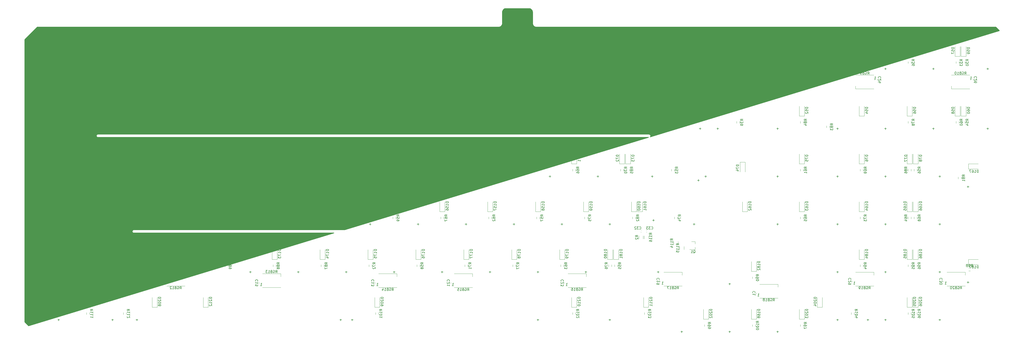
<source format=gbr>
%TF.GenerationSoftware,KiCad,Pcbnew,(5.1.10)-1*%
%TF.CreationDate,2022-05-13T21:34:30+07:00*%
%TF.ProjectId,Parallel,50617261-6c6c-4656-9c2e-6b696361645f,rev?*%
%TF.SameCoordinates,Original*%
%TF.FileFunction,Legend,Bot*%
%TF.FilePolarity,Positive*%
%FSLAX46Y46*%
G04 Gerber Fmt 4.6, Leading zero omitted, Abs format (unit mm)*
G04 Created by KiCad (PCBNEW (5.1.10)-1) date 2022-05-13 21:34:30*
%MOMM*%
%LPD*%
G01*
G04 APERTURE LIST*
%ADD10C,0.100000*%
%ADD11C,0.120000*%
%ADD12C,0.150000*%
%ADD13C,0.254000*%
G04 APERTURE END LIST*
D10*
%TO.C,R118*%
X184175456Y-26469589D02*
X183775456Y-26369589D01*
X183775456Y-26169589D02*
X184175456Y-26069589D01*
X184175456Y-26669589D02*
X183775456Y-26569589D01*
X183775456Y-26769589D02*
X184175456Y-26669589D01*
X183775456Y-26569589D02*
X184175456Y-26469589D01*
X183775456Y-26369589D02*
X184175456Y-26269589D01*
X184175456Y-26269589D02*
X183775456Y-26169589D01*
D11*
X184855456Y-27019589D02*
X184855456Y-25819589D01*
X183095456Y-25819589D02*
X183095456Y-27019589D01*
%TO.C,R117*%
X25296159Y-86605216D02*
X26496159Y-86605216D01*
X26496159Y-84845216D02*
X25296159Y-84845216D01*
%TO.C,R116*%
X243398740Y-92268984D02*
X243398740Y-93468984D01*
X245158740Y-93468984D02*
X245158740Y-92268984D01*
%TO.C,R2*%
X242958740Y-93468984D02*
X242958740Y-92268984D01*
X241198740Y-92268984D02*
X241198740Y-93468984D01*
%TO.C,C33*%
X244386576Y-90008984D02*
X244170904Y-90008984D01*
X244386576Y-90728984D02*
X244170904Y-90728984D01*
%TO.C,C32*%
X242186576Y-90008984D02*
X241970904Y-90008984D01*
X242186576Y-90728984D02*
X241970904Y-90728984D01*
D12*
%TO.C,SW1*%
X19566449Y-87887728D02*
X14366449Y-87887728D01*
X14366449Y-87887728D02*
X14366449Y-93087728D01*
X14366449Y-93087728D02*
X19566449Y-93087728D01*
X19566449Y-93087728D02*
X19566449Y-87887728D01*
X17966449Y-90487728D02*
G75*
G03*
X17966449Y-90487728I-1000000J0D01*
G01*
D11*
%TO.C,R1*%
X20551304Y-84175216D02*
X20551304Y-85375216D01*
X22311304Y-85375216D02*
X22311304Y-84175216D01*
%TO.C,Q2*%
X32833985Y-88866472D02*
X31903985Y-88866472D01*
X29673985Y-88866472D02*
X30603985Y-88866472D01*
X29673985Y-88866472D02*
X29673985Y-86706472D01*
X32833985Y-88866472D02*
X32833985Y-87406472D01*
%TO.C,D219*%
X25491473Y-87047100D02*
X25491473Y-90947100D01*
X27491473Y-87047100D02*
X27491473Y-90947100D01*
X25491473Y-87047100D02*
X27491473Y-87047100D01*
%TO.C,C31*%
X23577246Y-85353052D02*
X23577246Y-85137380D01*
X22857246Y-85353052D02*
X22857246Y-85137380D01*
%TO.C,C3*%
X33275241Y-88593950D02*
X33275241Y-88809622D01*
X33995241Y-88593950D02*
X33995241Y-88809622D01*
%TO.C,R115*%
X259198000Y-97678800D02*
X259198000Y-96478800D01*
X257438000Y-96478800D02*
X257438000Y-97678800D01*
%TO.C,R114*%
X256835800Y-95773800D02*
X256835800Y-94573800D01*
X255075800Y-94573800D02*
X255075800Y-95773800D01*
%TO.C,Q1*%
X263573800Y-94533600D02*
X262113800Y-94533600D01*
X263573800Y-97693600D02*
X261413800Y-97693600D01*
X263573800Y-97693600D02*
X263573800Y-96763600D01*
X263573800Y-94533600D02*
X263573800Y-95463600D01*
%TO.C,R113*%
X6246111Y-30943357D02*
X7446111Y-30943357D01*
X7446111Y-29183357D02*
X6246111Y-29183357D01*
%TO.C,C30*%
X363353883Y-110571327D02*
X363353883Y-110290167D01*
X362333883Y-110571327D02*
X362333883Y-110290167D01*
%TO.C,C29*%
X326019729Y-110290167D02*
X326019729Y-110571327D01*
X327039729Y-110290167D02*
X327039729Y-110571327D01*
%TO.C,C28*%
X258749247Y-29922777D02*
X258749247Y-30203937D01*
X259769247Y-29922777D02*
X259769247Y-30203937D01*
%TO.C,C27*%
X24024903Y-30203937D02*
X24024903Y-29922777D01*
X23004903Y-30203937D02*
X23004903Y-29922777D01*
%TO.C,C26*%
X373049535Y-29922777D02*
X373049535Y-30203937D01*
X374069535Y-29922777D02*
X374069535Y-30203937D01*
%TO.C,C25*%
X52175289Y-110290167D02*
X52175289Y-110571327D01*
X53195289Y-110290167D02*
X53195289Y-110571327D01*
%TO.C,C24*%
X334949439Y-29922777D02*
X334949439Y-30203937D01*
X335969439Y-29922777D02*
X335969439Y-30203937D01*
%TO.C,C23*%
X211719441Y-110885481D02*
X211719441Y-111166641D01*
X212739441Y-110885481D02*
X212739441Y-111166641D01*
%TO.C,C22*%
X175405287Y-29922777D02*
X175405287Y-30203937D01*
X176425287Y-29922777D02*
X176425287Y-30203937D01*
%TO.C,C21*%
X166475577Y-110885481D02*
X166475577Y-111166641D01*
X167495577Y-110885481D02*
X167495577Y-111166641D01*
%TO.C,C20*%
X296849343Y-29922777D02*
X296849343Y-30203937D01*
X297869343Y-29922777D02*
X297869343Y-30203937D01*
%TO.C,C19*%
X249819537Y-110290167D02*
X249819537Y-110571327D01*
X250839537Y-110290167D02*
X250839537Y-110571327D01*
%TO.C,C18*%
X220649151Y-29922777D02*
X220649151Y-30203937D01*
X221669151Y-29922777D02*
X221669151Y-30203937D01*
%TO.C,C17*%
X16456449Y-110885481D02*
X16456449Y-111166641D01*
X17476449Y-110885481D02*
X17476449Y-111166641D01*
%TO.C,C16*%
X137305191Y-29922777D02*
X137305191Y-30203937D01*
X138325191Y-29922777D02*
X138325191Y-30203937D01*
%TO.C,C15*%
X90275385Y-110885481D02*
X90275385Y-111166641D01*
X91295385Y-110885481D02*
X91295385Y-111166641D01*
%TO.C,C14*%
X99205095Y-29922777D02*
X99205095Y-30203937D01*
X100225095Y-29922777D02*
X100225095Y-30203937D01*
%TO.C,C13*%
X136412220Y-110885481D02*
X136412220Y-111166641D01*
X137432220Y-110885481D02*
X137432220Y-111166641D01*
%TO.C,C2*%
X61104999Y-29922777D02*
X61104999Y-30203937D01*
X62124999Y-29922777D02*
X62124999Y-30203937D01*
%TO.C,C1*%
X287919633Y-115052679D02*
X287919633Y-115333839D01*
X288939633Y-115052679D02*
X288939633Y-115333839D01*
%TO.C,R106*%
X350635260Y-122879998D02*
X350635260Y-123579998D01*
X351835260Y-123579998D02*
X351835260Y-122879998D01*
%TO.C,R105*%
X348254004Y-122879998D02*
X348254004Y-123579998D01*
X349454004Y-123579998D02*
X349454004Y-122879998D01*
%TO.C,R104*%
X325632072Y-122879998D02*
X325632072Y-123579998D01*
X326832072Y-123579998D02*
X326832072Y-122879998D01*
%TO.C,R103*%
X243478740Y-122879998D02*
X243478740Y-123579998D01*
X244678740Y-123579998D02*
X244678740Y-122879998D01*
%TO.C,R102*%
X214903668Y-122879998D02*
X214903668Y-123579998D01*
X216103668Y-123579998D02*
X216103668Y-122879998D01*
%TO.C,R101*%
X136619877Y-122879998D02*
X136619877Y-123579998D01*
X137819877Y-123579998D02*
X137819877Y-122879998D01*
%TO.C,RGB20*%
X370958738Y-106787776D02*
X370958738Y-107937776D01*
X363658738Y-106787776D02*
X370958738Y-106787776D01*
X363658738Y-112287776D02*
X370958738Y-112287776D01*
%TO.C,RGB19*%
X334643750Y-106787500D02*
X334643750Y-107937500D01*
X327343750Y-106787500D02*
X334643750Y-106787500D01*
X327343750Y-112287500D02*
X334643750Y-112287500D01*
%TO.C,RGB18*%
X296544488Y-111550288D02*
X296544488Y-112700288D01*
X289244488Y-111550288D02*
X296544488Y-111550288D01*
X289244488Y-117050288D02*
X296544488Y-117050288D01*
%TO.C,RGB17*%
X258443750Y-106787500D02*
X258443750Y-107937500D01*
X251143750Y-106787500D02*
X258443750Y-106787500D01*
X251143750Y-112287500D02*
X258443750Y-112287500D01*
%TO.C,RGB16*%
X220344296Y-107383090D02*
X220344296Y-108533090D01*
X213044296Y-107383090D02*
X220344296Y-107383090D01*
X213044296Y-112883090D02*
X220344296Y-112883090D01*
%TO.C,RGB15*%
X175100000Y-107383090D02*
X175100000Y-108533090D01*
X167800000Y-107383090D02*
X175100000Y-107383090D01*
X167800000Y-112883090D02*
X175100000Y-112883090D01*
%TO.C,RGB14*%
X137796250Y-112883090D02*
X145096250Y-112883090D01*
X137796250Y-107383090D02*
X145096250Y-107383090D01*
X145096250Y-107383090D02*
X145096250Y-108533090D01*
%TO.C,RGB13*%
X98900000Y-107383090D02*
X98900000Y-108533090D01*
X91600000Y-107383090D02*
X98900000Y-107383090D01*
X91600000Y-112883090D02*
X98900000Y-112883090D01*
%TO.C,RGB12*%
X60800000Y-106787500D02*
X60800000Y-107937500D01*
X53500000Y-106787500D02*
X60800000Y-106787500D01*
X53500000Y-112287500D02*
X60800000Y-112287500D01*
%TO.C,RGB11*%
X25081304Y-107383090D02*
X25081304Y-108533090D01*
X17781304Y-107383090D02*
X25081304Y-107383090D01*
X17781304Y-112883090D02*
X25081304Y-112883090D01*
%TO.C,R112*%
X36309468Y-122879998D02*
X36309468Y-123579998D01*
X37509468Y-123579998D02*
X37509468Y-122879998D01*
%TO.C,R111*%
X21724275Y-122879998D02*
X21724275Y-123579998D01*
X22924275Y-123579998D02*
X22924275Y-122879998D01*
%TO.C,D212*%
X70056424Y-120717486D02*
X68056424Y-120717486D01*
X68056424Y-120717486D02*
X68056424Y-116817486D01*
X70056424Y-120717486D02*
X70056424Y-116817486D01*
%TO.C,D211*%
X245078740Y-120717486D02*
X243078740Y-120717486D01*
X243078740Y-120717486D02*
X243078740Y-116817486D01*
X245078740Y-120717486D02*
X245078740Y-116817486D01*
%TO.C,D210*%
X216503668Y-120717486D02*
X214503668Y-120717486D01*
X214503668Y-120717486D02*
X214503668Y-116817486D01*
X216503668Y-120717486D02*
X216503668Y-116817486D01*
%TO.C,D209*%
X138219877Y-120717486D02*
X136219877Y-120717486D01*
X136219877Y-120717486D02*
X136219877Y-116817486D01*
X138219877Y-120717486D02*
X138219877Y-116817486D01*
%TO.C,D208*%
X49815748Y-120717486D02*
X47815748Y-120717486D01*
X47815748Y-120717486D02*
X47815748Y-116817486D01*
X49815748Y-120717486D02*
X49815748Y-116817486D01*
%TO.C,D207*%
X23324275Y-120717486D02*
X21324275Y-120717486D01*
X21324275Y-120717486D02*
X21324275Y-116817486D01*
X23324275Y-120717486D02*
X23324275Y-116817486D01*
%TO.C,D206*%
X352235260Y-120717486D02*
X350235260Y-120717486D01*
X350235260Y-120717486D02*
X350235260Y-116817486D01*
X352235260Y-120717486D02*
X352235260Y-116817486D01*
%TO.C,D205*%
X349854004Y-120717486D02*
X347854004Y-120717486D01*
X347854004Y-120717486D02*
X347854004Y-116817486D01*
X349854004Y-120717486D02*
X349854004Y-116817486D01*
%TO.C,D204*%
X314135164Y-120717486D02*
X312135164Y-120717486D01*
X312135164Y-120717486D02*
X312135164Y-116817486D01*
X314135164Y-120717486D02*
X314135164Y-116817486D01*
%TO.C,D203*%
X306991396Y-125479998D02*
X304991396Y-125479998D01*
X304991396Y-125479998D02*
X304991396Y-121579998D01*
X306991396Y-125479998D02*
X306991396Y-121579998D01*
%TO.C,D202*%
X268891300Y-125479998D02*
X266891300Y-125479998D01*
X266891300Y-125479998D02*
X266891300Y-121579998D01*
X268891300Y-125479998D02*
X268891300Y-121579998D01*
%TO.C,D168*%
X287941348Y-125479998D02*
X285941348Y-125479998D01*
X285941348Y-125479998D02*
X285941348Y-121579998D01*
X287941348Y-125479998D02*
X287941348Y-121579998D01*
%TO.C,Y2*%
X30532064Y-77130884D02*
X31097749Y-76565199D01*
X28835008Y-75433828D02*
X30249221Y-76848042D01*
X29400693Y-74868143D02*
X28835008Y-75433828D01*
X31380592Y-72888244D02*
X30673485Y-73595350D01*
X32794806Y-74302457D02*
X31380592Y-72888244D01*
X32370542Y-75292407D02*
X33077648Y-74585300D01*
X32370542Y-75292407D02*
X32653384Y-75575249D01*
X31522013Y-72746822D02*
X32936227Y-74161036D01*
X30249221Y-76848042D02*
X30532064Y-77130884D01*
X32794806Y-74302457D02*
X33077648Y-74585300D01*
X32936227Y-74161036D02*
X33219070Y-74443879D01*
%TO.C,C6*%
X31515710Y-70214081D02*
X31300038Y-70214081D01*
X31515710Y-69494081D02*
X31300038Y-69494081D01*
%TO.C,C5*%
X31515710Y-69214081D02*
X31300038Y-69214081D01*
X31515710Y-68494081D02*
X31300038Y-68494081D01*
%TO.C,R48*%
X45834492Y-65729854D02*
X45834492Y-66429854D01*
X47034492Y-66429854D02*
X47034492Y-65729854D01*
%TO.C,D187*%
X372202506Y-103691569D02*
X376102506Y-103691569D01*
X372202506Y-101691569D02*
X376102506Y-101691569D01*
X372202506Y-103691569D02*
X372202506Y-101691569D01*
%TO.C,D186*%
X352235260Y-101667438D02*
X350235260Y-101667438D01*
X350235260Y-101667438D02*
X350235260Y-97767438D01*
X352235260Y-101667438D02*
X352235260Y-97767438D01*
%TO.C,D185*%
X349854004Y-101667438D02*
X347854004Y-101667438D01*
X347854004Y-101667438D02*
X347854004Y-97767438D01*
X349854004Y-101667438D02*
X349854004Y-97767438D01*
%TO.C,D184*%
X330803956Y-101667438D02*
X328803956Y-101667438D01*
X328803956Y-101667438D02*
X328803956Y-97767438D01*
X330803956Y-101667438D02*
X330803956Y-97767438D01*
%TO.C,D182*%
X287941348Y-106429950D02*
X285941348Y-106429950D01*
X285941348Y-106429950D02*
X285941348Y-102529950D01*
X287941348Y-106429950D02*
X287941348Y-102529950D01*
%TO.C,D181*%
X233172460Y-101667438D02*
X231172460Y-101667438D01*
X231172460Y-101667438D02*
X231172460Y-97767438D01*
X233172460Y-101667438D02*
X233172460Y-97767438D01*
%TO.C,D180*%
X230791204Y-101667438D02*
X228791204Y-101667438D01*
X228791204Y-101667438D02*
X228791204Y-97767438D01*
X230791204Y-101667438D02*
X230791204Y-97767438D01*
%TO.C,D179*%
X211741156Y-101667438D02*
X209741156Y-101667438D01*
X209741156Y-101667438D02*
X209741156Y-97767438D01*
X211741156Y-101667438D02*
X211741156Y-97767438D01*
%TO.C,D178*%
X192691108Y-101667438D02*
X190691108Y-101667438D01*
X190691108Y-101667438D02*
X190691108Y-97767438D01*
X192691108Y-101667438D02*
X192691108Y-97767438D01*
%TO.C,D177*%
X173641060Y-101667438D02*
X171641060Y-101667438D01*
X171641060Y-101667438D02*
X171641060Y-97767438D01*
X173641060Y-101667438D02*
X173641060Y-97767438D01*
%TO.C,D176*%
X154591012Y-101667438D02*
X152591012Y-101667438D01*
X152591012Y-101667438D02*
X152591012Y-97767438D01*
X154591012Y-101667438D02*
X154591012Y-97767438D01*
%TO.C,D175*%
X135540964Y-101667438D02*
X133540964Y-101667438D01*
X133540964Y-101667438D02*
X133540964Y-97767438D01*
X135540964Y-101667438D02*
X135540964Y-97767438D01*
%TO.C,D174*%
X116490916Y-101667438D02*
X114490916Y-101667438D01*
X114490916Y-101667438D02*
X114490916Y-97767438D01*
X116490916Y-101667438D02*
X116490916Y-97767438D01*
%TO.C,D173*%
X97440868Y-101667438D02*
X95440868Y-101667438D01*
X95440868Y-101667438D02*
X95440868Y-97767438D01*
X97440868Y-101667438D02*
X97440868Y-97767438D01*
%TO.C,D172*%
X78390820Y-101667438D02*
X78390820Y-97767438D01*
X76390820Y-101667438D02*
X76390820Y-97767438D01*
X78390820Y-101667438D02*
X76390820Y-101667438D01*
%TO.C,D171*%
X59340772Y-101667438D02*
X57340772Y-101667438D01*
X57340772Y-101667438D02*
X57340772Y-97767438D01*
X59340772Y-101667438D02*
X59340772Y-97767438D01*
%TO.C,D170*%
X42671980Y-101667438D02*
X40671980Y-101667438D01*
X40671980Y-101667438D02*
X40671980Y-97767438D01*
X42671980Y-101667438D02*
X42671980Y-97767438D01*
%TO.C,D169*%
X40290724Y-101667438D02*
X38290724Y-101667438D01*
X38290724Y-101667438D02*
X38290724Y-97767438D01*
X40290724Y-101667438D02*
X40290724Y-97767438D01*
%TO.C,C10*%
X28080364Y-77740374D02*
X27927861Y-77587871D01*
X28589481Y-77231257D02*
X28436978Y-77078754D01*
%TO.C,C9*%
X21536583Y-62139537D02*
X21689086Y-62292040D01*
X21027466Y-62648654D02*
X21179969Y-62801157D01*
%TO.C,C8*%
X28830364Y-76990374D02*
X28677861Y-76837871D01*
X29339481Y-76481257D02*
X29186978Y-76328754D01*
%TO.C,C7*%
X17085799Y-72661461D02*
X16933296Y-72508958D01*
X17594916Y-72152344D02*
X17442413Y-71999841D01*
%TO.C,C4*%
X22286583Y-61389537D02*
X22439086Y-61542040D01*
X21777466Y-61898654D02*
X21929969Y-62051157D01*
%TO.C,D167*%
X372202506Y-65591569D02*
X372202506Y-63591569D01*
X372202506Y-63591569D02*
X376102506Y-63591569D01*
X372202506Y-65591569D02*
X376102506Y-65591569D01*
%TO.C,D166*%
X352235260Y-82617390D02*
X350235260Y-82617390D01*
X350235260Y-82617390D02*
X350235260Y-78717390D01*
X352235260Y-82617390D02*
X352235260Y-78717390D01*
%TO.C,D165*%
X349854004Y-82617390D02*
X347854004Y-82617390D01*
X347854004Y-82617390D02*
X347854004Y-78717390D01*
X349854004Y-82617390D02*
X349854004Y-78717390D01*
%TO.C,D164*%
X330803956Y-82617390D02*
X328803956Y-82617390D01*
X328803956Y-82617390D02*
X328803956Y-78717390D01*
X330803956Y-82617390D02*
X330803956Y-78717390D01*
%TO.C,D163*%
X306991396Y-82617390D02*
X304991396Y-82617390D01*
X304991396Y-82617390D02*
X304991396Y-78717390D01*
X306991396Y-82617390D02*
X306991396Y-78717390D01*
%TO.C,D162*%
X284369464Y-82617390D02*
X282369464Y-82617390D01*
X282369464Y-82617390D02*
X282369464Y-78717390D01*
X284369464Y-82617390D02*
X284369464Y-78717390D01*
%TO.C,D161*%
X242697484Y-82617390D02*
X240697484Y-82617390D01*
X240697484Y-82617390D02*
X240697484Y-78717390D01*
X242697484Y-82617390D02*
X242697484Y-78717390D01*
%TO.C,D160*%
X240316228Y-82617390D02*
X238316228Y-82617390D01*
X238316228Y-82617390D02*
X238316228Y-78717390D01*
X240316228Y-82617390D02*
X240316228Y-78717390D01*
%TO.C,D159*%
X221266180Y-82617390D02*
X219266180Y-82617390D01*
X219266180Y-82617390D02*
X219266180Y-78717390D01*
X221266180Y-82617390D02*
X221266180Y-78717390D01*
%TO.C,D158*%
X202216132Y-82617390D02*
X200216132Y-82617390D01*
X200216132Y-82617390D02*
X200216132Y-78717390D01*
X202216132Y-82617390D02*
X202216132Y-78717390D01*
%TO.C,D157*%
X183166084Y-82617390D02*
X181166084Y-82617390D01*
X181166084Y-82617390D02*
X181166084Y-78717390D01*
X183166084Y-82617390D02*
X183166084Y-78717390D01*
%TO.C,D156*%
X164116036Y-82617390D02*
X162116036Y-82617390D01*
X162116036Y-82617390D02*
X162116036Y-78717390D01*
X164116036Y-82617390D02*
X164116036Y-78717390D01*
%TO.C,D155*%
X145065988Y-82617390D02*
X143065988Y-82617390D01*
X143065988Y-82617390D02*
X143065988Y-78717390D01*
X145065988Y-82617390D02*
X145065988Y-78717390D01*
%TO.C,D154*%
X126015940Y-82617390D02*
X124015940Y-82617390D01*
X124015940Y-82617390D02*
X124015940Y-78717390D01*
X126015940Y-82617390D02*
X126015940Y-78717390D01*
%TO.C,D153*%
X106965892Y-82617390D02*
X104965892Y-82617390D01*
X104965892Y-82617390D02*
X104965892Y-78717390D01*
X106965892Y-82617390D02*
X106965892Y-78717390D01*
%TO.C,D152*%
X87915844Y-82617390D02*
X85915844Y-82617390D01*
X85915844Y-82617390D02*
X85915844Y-78717390D01*
X87915844Y-82617390D02*
X87915844Y-78717390D01*
%TO.C,D151*%
X68865796Y-82617390D02*
X66865796Y-82617390D01*
X66865796Y-82617390D02*
X66865796Y-78717390D01*
X68865796Y-82617390D02*
X68865796Y-78717390D01*
%TO.C,D150*%
X49815748Y-82617390D02*
X47815748Y-82617390D01*
X47815748Y-82617390D02*
X47815748Y-78717390D01*
X49815748Y-82617390D02*
X49815748Y-78717390D01*
%TO.C,D149*%
X52197004Y-82617390D02*
X50197004Y-82617390D01*
X50197004Y-82617390D02*
X50197004Y-78717390D01*
X52197004Y-82617390D02*
X52197004Y-78717390D01*
%TO.C,R100*%
X287541348Y-128342510D02*
X287541348Y-127642510D01*
X286341348Y-127642510D02*
X286341348Y-128342510D01*
%TO.C,R99*%
X268491300Y-128342510D02*
X268491300Y-127642510D01*
X267291300Y-127642510D02*
X267291300Y-128342510D01*
%TO.C,R98*%
X373016564Y-105068235D02*
X372316564Y-105068235D01*
X372316564Y-106268235D02*
X373016564Y-106268235D01*
%TO.C,R97*%
X306591396Y-128342510D02*
X306591396Y-127642510D01*
X305391396Y-127642510D02*
X305391396Y-128342510D01*
%TO.C,R96*%
X351835260Y-104529950D02*
X351835260Y-103829950D01*
X350635260Y-103829950D02*
X350635260Y-104529950D01*
%TO.C,R95*%
X349453956Y-104529950D02*
X349453956Y-103829950D01*
X348253956Y-103829950D02*
X348253956Y-104529950D01*
%TO.C,R94*%
X330403956Y-104529950D02*
X330403956Y-103829950D01*
X329203956Y-103829950D02*
X329203956Y-104529950D01*
%TO.C,R93*%
X41081352Y-104529950D02*
X41081352Y-103829950D01*
X39881352Y-103829950D02*
X39881352Y-104529950D01*
%TO.C,R92*%
X14887536Y-104529950D02*
X14887536Y-103829950D01*
X13687536Y-103829950D02*
X13687536Y-104529950D01*
%TO.C,R91*%
X58940772Y-104529950D02*
X58940772Y-103829950D01*
X57740772Y-103829950D02*
X57740772Y-104529950D01*
%TO.C,R90*%
X287541348Y-109292462D02*
X287541348Y-108592462D01*
X286341348Y-108592462D02*
X286341348Y-109292462D01*
%TO.C,R89*%
X77990820Y-104529950D02*
X77990820Y-103829950D01*
X76790820Y-103829950D02*
X76790820Y-104529950D01*
%TO.C,R88*%
X97040868Y-104529950D02*
X97040868Y-103829950D01*
X95840868Y-103829950D02*
X95840868Y-104529950D01*
%TO.C,R87*%
X116090916Y-104529950D02*
X116090916Y-103829950D01*
X114890916Y-103829950D02*
X114890916Y-104529950D01*
%TO.C,R86*%
X349454004Y-66429854D02*
X349454004Y-65729854D01*
X348254004Y-65729854D02*
X348254004Y-66429854D01*
%TO.C,R84*%
X306591396Y-47379806D02*
X306591396Y-46679806D01*
X305391396Y-46679806D02*
X305391396Y-47379806D01*
%TO.C,R83*%
X317009391Y-49165748D02*
X317009391Y-48465748D01*
X315809391Y-48465748D02*
X315809391Y-49165748D01*
%TO.C,R82*%
X239916228Y-85479902D02*
X239916228Y-84779902D01*
X238716228Y-84779902D02*
X238716228Y-85479902D01*
%TO.C,R81*%
X369397023Y-69561110D02*
X369397023Y-68861110D01*
X368197023Y-68861110D02*
X368197023Y-69561110D01*
%TO.C,R80*%
X125615940Y-85479902D02*
X125615940Y-84779902D01*
X124415940Y-84779902D02*
X124415940Y-85479902D01*
%TO.C,R78*%
X349454004Y-47379806D02*
X349454004Y-46679806D01*
X348254004Y-46679806D02*
X348254004Y-47379806D01*
%TO.C,R77*%
X192291108Y-104529950D02*
X192291108Y-103829950D01*
X191091108Y-103829950D02*
X191091108Y-104529950D01*
%TO.C,R76*%
X230391204Y-104529950D02*
X230391204Y-103829950D01*
X229191204Y-103829950D02*
X229191204Y-104529950D01*
%TO.C,R75*%
X220866180Y-85479902D02*
X220866180Y-84779902D01*
X219666180Y-84779902D02*
X219666180Y-85479902D01*
%TO.C,R74*%
X256585020Y-85479902D02*
X256585020Y-84779902D01*
X255385020Y-84779902D02*
X255385020Y-85479902D01*
%TO.C,R73*%
X330403956Y-85479902D02*
X330403956Y-84779902D01*
X329203956Y-84779902D02*
X329203956Y-85479902D01*
%TO.C,R72*%
X135141012Y-104529950D02*
X135141012Y-103829950D01*
X133941012Y-103829950D02*
X133941012Y-104529950D01*
%TO.C,R71*%
X173241060Y-104529950D02*
X173241060Y-103829950D01*
X172041060Y-103829950D02*
X172041060Y-104529950D01*
%TO.C,R69*%
X330403956Y-66429854D02*
X330403956Y-65729854D01*
X329203956Y-65729854D02*
X329203956Y-66429854D01*
%TO.C,R68*%
X351835260Y-85479902D02*
X351835260Y-84779902D01*
X350635260Y-84779902D02*
X350635260Y-85479902D01*
%TO.C,R67*%
X163716036Y-85479902D02*
X163716036Y-84779902D01*
X162516036Y-84779902D02*
X162516036Y-85479902D01*
%TO.C,R65*%
X306591396Y-85479902D02*
X306591396Y-84779902D01*
X305391396Y-84779902D02*
X305391396Y-85479902D01*
%TO.C,R64*%
X349454004Y-85479902D02*
X349454004Y-84779902D01*
X348254004Y-84779902D02*
X348254004Y-85479902D01*
%TO.C,R63*%
X211341156Y-104529950D02*
X211341156Y-103829950D01*
X210141156Y-103829950D02*
X210141156Y-104529950D01*
%TO.C,R62*%
X182766084Y-85479902D02*
X182766084Y-84779902D01*
X181566084Y-84779902D02*
X181566084Y-85479902D01*
%TO.C,R61*%
X306591396Y-66429854D02*
X306591396Y-65729854D01*
X305391396Y-65729854D02*
X305391396Y-66429854D01*
%TO.C,R60*%
X368504052Y-47379806D02*
X368504052Y-46679806D01*
X367304052Y-46679806D02*
X367304052Y-47379806D01*
%TO.C,R59*%
X144665988Y-85479902D02*
X144665988Y-84779902D01*
X143465988Y-84779902D02*
X143465988Y-85479902D01*
%TO.C,R58*%
X154191012Y-104529950D02*
X154191012Y-103829950D01*
X152991012Y-103829950D02*
X152991012Y-104529950D01*
%TO.C,R57*%
X201816132Y-85479902D02*
X201816132Y-84779902D01*
X200616132Y-84779902D02*
X200616132Y-85479902D01*
%TO.C,R56*%
X351835260Y-66429854D02*
X351835260Y-65729854D01*
X350635260Y-65729854D02*
X350635260Y-66429854D01*
%TO.C,R55*%
X232772460Y-104529950D02*
X232772460Y-103829950D01*
X231572460Y-103829950D02*
X231572460Y-104529950D01*
%TO.C,R54*%
X370885308Y-47379806D02*
X370885308Y-46679806D01*
X369685308Y-46679806D02*
X369685308Y-47379806D01*
%TO.C,R85*%
X237534972Y-66429854D02*
X237534972Y-65729854D01*
X236334972Y-65729854D02*
X236334972Y-66429854D01*
%TO.C,R79*%
X197053620Y-66429854D02*
X197053620Y-65729854D01*
X195853620Y-65729854D02*
X195853620Y-66429854D01*
%TO.C,R70*%
X235153716Y-66429854D02*
X235153716Y-65729854D01*
X233953716Y-65729854D02*
X233953716Y-66429854D01*
%TO.C,R66*%
X216103668Y-66429854D02*
X216103668Y-65729854D01*
X214903668Y-65729854D02*
X214903668Y-66429854D01*
%TO.C,R53*%
X255394392Y-66429854D02*
X255394392Y-65729854D01*
X254194392Y-65729854D02*
X254194392Y-66429854D01*
%TO.C,R110*%
X180855456Y-27019589D02*
X180855456Y-25819589D01*
X179095456Y-25819589D02*
X179095456Y-27019589D01*
%TO.C,R109*%
X182855456Y-27019589D02*
X182855456Y-25819589D01*
X181095456Y-25819589D02*
X181095456Y-27019589D01*
%TO.C,R108*%
X202096132Y-14292222D02*
X202096132Y-13092222D01*
X200336132Y-13092222D02*
X200336132Y-14292222D01*
%TO.C,R107*%
X178283572Y-14349251D02*
X178283572Y-13149251D01*
X176523572Y-13149251D02*
X176523572Y-14349251D01*
%TO.C,R4*%
X771000Y-33690000D02*
X771000Y-34890000D01*
X2531000Y-34890000D02*
X2531000Y-33690000D01*
%TO.C,R3*%
X12691000Y-34128000D02*
X12691000Y-32928000D01*
X10931000Y-32928000D02*
X10931000Y-34128000D01*
%TO.C,F1*%
X186523910Y-12976280D02*
X188523910Y-12976280D01*
X188523910Y-10836280D02*
X186523910Y-10836280D01*
%TO.C,C12*%
X2875000Y-36271000D02*
X2875000Y-32361000D01*
X2875000Y-32361000D02*
X4745000Y-32361000D01*
X4745000Y-32361000D02*
X4745000Y-36271000D01*
%TO.C,C11*%
X10587000Y-31420000D02*
X10587000Y-35330000D01*
X10587000Y-35330000D02*
X8717000Y-35330000D01*
X8717000Y-35330000D02*
X8717000Y-31420000D01*
%TO.C,R52*%
X101803380Y-66429854D02*
X101803380Y-65729854D01*
X100603380Y-65729854D02*
X100603380Y-66429854D01*
%TO.C,R51*%
X106565892Y-85479902D02*
X106565892Y-84779902D01*
X105365892Y-84779902D02*
X105365892Y-85479902D01*
%TO.C,R50*%
X63703284Y-66429854D02*
X63703284Y-65729854D01*
X62503284Y-65729854D02*
X62503284Y-66429854D01*
%TO.C,R49*%
X87515844Y-85479902D02*
X87515844Y-84779902D01*
X86315844Y-84779902D02*
X86315844Y-85479902D01*
%TO.C,R47*%
X82753332Y-66429854D02*
X82753332Y-65729854D01*
X81553332Y-65729854D02*
X81553332Y-66429854D01*
%TO.C,R46*%
X158953524Y-66429854D02*
X158953524Y-65729854D01*
X157753524Y-65729854D02*
X157753524Y-66429854D01*
%TO.C,R45*%
X4412512Y-86622873D02*
X5112512Y-86622873D01*
X5112512Y-85422873D02*
X4412512Y-85422873D01*
%TO.C,R44*%
X120853428Y-66429854D02*
X120853428Y-65729854D01*
X119653428Y-65729854D02*
X119653428Y-66429854D01*
%TO.C,R43*%
X139903476Y-66429854D02*
X139903476Y-65729854D01*
X138703476Y-65729854D02*
X138703476Y-66429854D01*
%TO.C,R42*%
X44653236Y-66429854D02*
X44653236Y-65729854D01*
X43453236Y-65729854D02*
X43453236Y-66429854D01*
%TO.C,R41*%
X68465796Y-85479902D02*
X68465796Y-84779902D01*
X67265796Y-84779902D02*
X67265796Y-85479902D01*
%TO.C,R40*%
X178003572Y-66429854D02*
X178003572Y-65729854D01*
X176803572Y-65729854D02*
X176803572Y-66429854D01*
%TO.C,R39*%
X281290551Y-47379806D02*
X281290551Y-46679806D01*
X280090551Y-46679806D02*
X280090551Y-47379806D01*
%TO.C,R38*%
X50606376Y-85479902D02*
X50606376Y-84779902D01*
X49406376Y-84779902D02*
X49406376Y-85479902D01*
%TO.C,R37*%
X260156904Y-47379806D02*
X260156904Y-46679806D01*
X258956904Y-46679806D02*
X258956904Y-47379806D01*
%TO.C,R36*%
X349454004Y-23567246D02*
X349454004Y-22867246D01*
X348254004Y-22867246D02*
X348254004Y-23567246D01*
%TO.C,R35*%
X16078164Y-47379806D02*
X16078164Y-46679806D01*
X14878164Y-46679806D02*
X14878164Y-47379806D01*
%TO.C,R34*%
X244678740Y-47379806D02*
X244678740Y-46679806D01*
X243478740Y-46679806D02*
X243478740Y-47379806D01*
%TO.C,R33*%
X368504052Y-23567246D02*
X368504052Y-22867246D01*
X367304052Y-22867246D02*
X367304052Y-23567246D01*
%TO.C,R32*%
X35128212Y-47379806D02*
X35128212Y-46679806D01*
X33928212Y-46679806D02*
X33928212Y-47379806D01*
%TO.C,R31*%
X225628692Y-47379806D02*
X225628692Y-46679806D01*
X224428692Y-46679806D02*
X224428692Y-47379806D01*
%TO.C,R30*%
X370885308Y-23567246D02*
X370885308Y-22867246D01*
X369685308Y-22867246D02*
X369685308Y-23567246D01*
%TO.C,R29*%
X54178260Y-47379806D02*
X54178260Y-46679806D01*
X52978260Y-46679806D02*
X52978260Y-47379806D01*
%TO.C,R28*%
X206578644Y-47379806D02*
X206578644Y-46679806D01*
X205378644Y-46679806D02*
X205378644Y-47379806D01*
%TO.C,R27*%
X130378452Y-47379806D02*
X130378452Y-46679806D01*
X129178452Y-46679806D02*
X129178452Y-47379806D01*
%TO.C,R26*%
X73228308Y-47379806D02*
X73228308Y-46679806D01*
X72028308Y-46679806D02*
X72028308Y-47379806D01*
%TO.C,R25*%
X187528596Y-47379806D02*
X187528596Y-46679806D01*
X186328596Y-46679806D02*
X186328596Y-47379806D01*
%TO.C,R24*%
X149428500Y-47379806D02*
X149428500Y-46679806D01*
X148228500Y-46679806D02*
X148228500Y-47379806D01*
%TO.C,R23*%
X92278356Y-47379806D02*
X92278356Y-46679806D01*
X91078356Y-46679806D02*
X91078356Y-47379806D01*
%TO.C,R22*%
X168478548Y-47379806D02*
X168478548Y-46679806D01*
X167278548Y-46679806D02*
X167278548Y-47379806D01*
%TO.C,R21*%
X111328404Y-47379806D02*
X111328404Y-46679806D01*
X110128404Y-46679806D02*
X110128404Y-47379806D01*
%TO.C,D78*%
X352235260Y-63567342D02*
X352235260Y-59667342D01*
X350235260Y-63567342D02*
X350235260Y-59667342D01*
X352235260Y-63567342D02*
X350235260Y-63567342D01*
%TO.C,D77*%
X349854004Y-63567342D02*
X349854004Y-59667342D01*
X347854004Y-63567342D02*
X347854004Y-59667342D01*
X349854004Y-63567342D02*
X347854004Y-63567342D01*
%TO.C,D76*%
X330803956Y-63567342D02*
X330803956Y-59667342D01*
X328803956Y-63567342D02*
X328803956Y-59667342D01*
X330803956Y-63567342D02*
X328803956Y-63567342D01*
%TO.C,D75*%
X306991396Y-63567342D02*
X306991396Y-59667342D01*
X304991396Y-63567342D02*
X304991396Y-59667342D01*
X306991396Y-63567342D02*
X304991396Y-63567342D01*
%TO.C,D74*%
X281476493Y-62936883D02*
X281476493Y-66836883D01*
X283476493Y-62936883D02*
X283476493Y-66836883D01*
X281476493Y-62936883D02*
X283476493Y-62936883D01*
%TO.C,D73*%
X237934972Y-63567342D02*
X237934972Y-59667342D01*
X235934972Y-63567342D02*
X235934972Y-59667342D01*
X237934972Y-63567342D02*
X235934972Y-63567342D01*
%TO.C,D72*%
X235553716Y-63567342D02*
X235553716Y-59667342D01*
X233553716Y-63567342D02*
X233553716Y-59667342D01*
X235553716Y-63567342D02*
X233553716Y-63567342D01*
%TO.C,D71*%
X216503668Y-63567342D02*
X216503668Y-59667342D01*
X214503668Y-63567342D02*
X214503668Y-59667342D01*
X216503668Y-63567342D02*
X214503668Y-63567342D01*
%TO.C,D70*%
X197453620Y-63567342D02*
X197453620Y-59667342D01*
X195453620Y-63567342D02*
X195453620Y-59667342D01*
X197453620Y-63567342D02*
X195453620Y-63567342D01*
%TO.C,D69*%
X178403572Y-63567342D02*
X178403572Y-59667342D01*
X176403572Y-63567342D02*
X176403572Y-59667342D01*
X178403572Y-63567342D02*
X176403572Y-63567342D01*
%TO.C,D68*%
X159353524Y-63567342D02*
X159353524Y-59667342D01*
X157353524Y-63567342D02*
X157353524Y-59667342D01*
X159353524Y-63567342D02*
X157353524Y-63567342D01*
%TO.C,D67*%
X140303476Y-63567342D02*
X140303476Y-59667342D01*
X138303476Y-63567342D02*
X138303476Y-59667342D01*
X140303476Y-63567342D02*
X138303476Y-63567342D01*
%TO.C,D66*%
X121253428Y-63567342D02*
X121253428Y-59667342D01*
X119253428Y-63567342D02*
X119253428Y-59667342D01*
X121253428Y-63567342D02*
X119253428Y-63567342D01*
%TO.C,D65*%
X102203380Y-63567342D02*
X102203380Y-59667342D01*
X100203380Y-63567342D02*
X100203380Y-59667342D01*
X102203380Y-63567342D02*
X100203380Y-63567342D01*
%TO.C,D64*%
X83153332Y-63567342D02*
X83153332Y-59667342D01*
X81153332Y-63567342D02*
X81153332Y-59667342D01*
X83153332Y-63567342D02*
X81153332Y-63567342D01*
%TO.C,D63*%
X64103284Y-63567342D02*
X64103284Y-59667342D01*
X62103284Y-63567342D02*
X62103284Y-59667342D01*
X64103284Y-63567342D02*
X62103284Y-63567342D01*
%TO.C,D62*%
X45053236Y-63567342D02*
X45053236Y-59667342D01*
X43053236Y-63567342D02*
X43053236Y-59667342D01*
X45053236Y-63567342D02*
X43053236Y-63567342D01*
%TO.C,D61*%
X47434492Y-63567342D02*
X47434492Y-59667342D01*
X45434492Y-63567342D02*
X45434492Y-59667342D01*
X47434492Y-63567342D02*
X45434492Y-63567342D01*
%TO.C,D60*%
X371285308Y-44517294D02*
X371285308Y-40617294D01*
X369285308Y-44517294D02*
X369285308Y-40617294D01*
X371285308Y-44517294D02*
X369285308Y-44517294D01*
%TO.C,D59*%
X371285308Y-20704734D02*
X371285308Y-16804734D01*
X369285308Y-20704734D02*
X369285308Y-16804734D01*
X371285308Y-20704734D02*
X369285308Y-20704734D01*
%TO.C,D58*%
X368904052Y-44517294D02*
X368904052Y-40617294D01*
X366904052Y-44517294D02*
X366904052Y-40617294D01*
X368904052Y-44517294D02*
X366904052Y-44517294D01*
%TO.C,D57*%
X368904052Y-20704734D02*
X368904052Y-16804734D01*
X366904052Y-20704734D02*
X366904052Y-16804734D01*
X368904052Y-20704734D02*
X366904052Y-20704734D01*
%TO.C,D56*%
X349854004Y-44517294D02*
X349854004Y-40617294D01*
X347854004Y-44517294D02*
X347854004Y-40617294D01*
X349854004Y-44517294D02*
X347854004Y-44517294D01*
%TO.C,D55*%
X349854004Y-20704734D02*
X349854004Y-16804734D01*
X347854004Y-20704734D02*
X347854004Y-16804734D01*
X349854004Y-20704734D02*
X347854004Y-20704734D01*
%TO.C,D54*%
X330803956Y-44517294D02*
X330803956Y-40617294D01*
X328803956Y-44517294D02*
X328803956Y-40617294D01*
X330803956Y-44517294D02*
X328803956Y-44517294D01*
%TO.C,D53*%
X330803956Y-20704734D02*
X330803956Y-16804734D01*
X328803956Y-20704734D02*
X328803956Y-16804734D01*
X330803956Y-20704734D02*
X328803956Y-20704734D01*
%TO.C,D52*%
X306991396Y-44517294D02*
X306991396Y-40617294D01*
X304991396Y-44517294D02*
X304991396Y-40617294D01*
X306991396Y-44517294D02*
X304991396Y-44517294D01*
%TO.C,D51*%
X308479681Y-20704734D02*
X308479681Y-16804734D01*
X306479681Y-20704734D02*
X306479681Y-16804734D01*
X308479681Y-20704734D02*
X306479681Y-20704734D01*
%TO.C,D49*%
X247459996Y-44517294D02*
X247459996Y-40617294D01*
X245459996Y-44517294D02*
X245459996Y-40617294D01*
X247459996Y-44517294D02*
X245459996Y-44517294D01*
%TO.C,D48*%
X283178836Y-20704734D02*
X283178836Y-16804734D01*
X281178836Y-20704734D02*
X281178836Y-16804734D01*
X283178836Y-20704734D02*
X281178836Y-20704734D01*
%TO.C,D46*%
X245078740Y-44517294D02*
X245078740Y-40617294D01*
X243078740Y-44517294D02*
X243078740Y-40617294D01*
X245078740Y-44517294D02*
X243078740Y-44517294D01*
%TO.C,D45*%
X259366276Y-20704734D02*
X259366276Y-16804734D01*
X257366276Y-20704734D02*
X257366276Y-16804734D01*
X259366276Y-20704734D02*
X257366276Y-20704734D01*
%TO.C,D43*%
X226028692Y-44517294D02*
X226028692Y-40617294D01*
X224028692Y-44517294D02*
X224028692Y-40617294D01*
X226028692Y-44517294D02*
X224028692Y-44517294D01*
%TO.C,D42*%
X240316228Y-20704734D02*
X240316228Y-16804734D01*
X238316228Y-20704734D02*
X238316228Y-16804734D01*
X240316228Y-20704734D02*
X238316228Y-20704734D01*
%TO.C,D40*%
X206978644Y-44517294D02*
X206978644Y-40617294D01*
X204978644Y-44517294D02*
X204978644Y-40617294D01*
X206978644Y-44517294D02*
X204978644Y-44517294D01*
%TO.C,D39*%
X221266180Y-20704734D02*
X221266180Y-16804734D01*
X219266180Y-20704734D02*
X219266180Y-16804734D01*
X221266180Y-20704734D02*
X219266180Y-20704734D01*
%TO.C,D37*%
X187928596Y-44517294D02*
X187928596Y-40617294D01*
X185928596Y-44517294D02*
X185928596Y-40617294D01*
X187928596Y-44517294D02*
X185928596Y-44517294D01*
%TO.C,D36*%
X202216132Y-20704734D02*
X202216132Y-16804734D01*
X200216132Y-20704734D02*
X200216132Y-16804734D01*
X202216132Y-20704734D02*
X200216132Y-20704734D01*
%TO.C,D34*%
X168878548Y-44517294D02*
X168878548Y-40617294D01*
X166878548Y-44517294D02*
X166878548Y-40617294D01*
X168878548Y-44517294D02*
X166878548Y-44517294D01*
%TO.C,D33*%
X178403572Y-20704734D02*
X178403572Y-16804734D01*
X176403572Y-20704734D02*
X176403572Y-16804734D01*
X178403572Y-20704734D02*
X176403572Y-20704734D01*
%TO.C,D32*%
X149828500Y-44517294D02*
X149828500Y-40617294D01*
X147828500Y-44517294D02*
X147828500Y-40617294D01*
X149828500Y-44517294D02*
X147828500Y-44517294D01*
%TO.C,D31*%
X159353524Y-20704734D02*
X159353524Y-16804734D01*
X157353524Y-20704734D02*
X157353524Y-16804734D01*
X159353524Y-20704734D02*
X157353524Y-20704734D01*
%TO.C,D30*%
X130778452Y-44517294D02*
X130778452Y-40617294D01*
X128778452Y-44517294D02*
X128778452Y-40617294D01*
X130778452Y-44517294D02*
X128778452Y-44517294D01*
%TO.C,D29*%
X140303476Y-20704734D02*
X140303476Y-16804734D01*
X138303476Y-20704734D02*
X138303476Y-16804734D01*
X140303476Y-20704734D02*
X138303476Y-20704734D01*
%TO.C,D28*%
X111728404Y-44517294D02*
X111728404Y-40617294D01*
X109728404Y-44517294D02*
X109728404Y-40617294D01*
X111728404Y-44517294D02*
X109728404Y-44517294D01*
%TO.C,D27*%
X121253428Y-20704734D02*
X121253428Y-16804734D01*
X119253428Y-20704734D02*
X119253428Y-16804734D01*
X121253428Y-20704734D02*
X119253428Y-20704734D01*
%TO.C,D26*%
X92678356Y-44517294D02*
X92678356Y-40617294D01*
X90678356Y-44517294D02*
X90678356Y-40617294D01*
X92678356Y-44517294D02*
X90678356Y-44517294D01*
%TO.C,D25*%
X97440868Y-20704734D02*
X97440868Y-16804734D01*
X95440868Y-20704734D02*
X95440868Y-16804734D01*
X97440868Y-20704734D02*
X95440868Y-20704734D01*
%TO.C,D24*%
X73628308Y-44517294D02*
X73628308Y-40617294D01*
X71628308Y-44517294D02*
X71628308Y-40617294D01*
X73628308Y-44517294D02*
X71628308Y-44517294D01*
%TO.C,D23*%
X78390820Y-20704734D02*
X78390820Y-16804734D01*
X76390820Y-20704734D02*
X76390820Y-16804734D01*
X78390820Y-20704734D02*
X76390820Y-20704734D01*
%TO.C,D22*%
X54578260Y-44517294D02*
X54578260Y-40617294D01*
X52578260Y-44517294D02*
X52578260Y-40617294D01*
X54578260Y-44517294D02*
X52578260Y-44517294D01*
%TO.C,D21*%
X59340772Y-20704734D02*
X59340772Y-16804734D01*
X57340772Y-20704734D02*
X57340772Y-16804734D01*
X59340772Y-20704734D02*
X57340772Y-20704734D01*
%TO.C,D20*%
X35528212Y-44517294D02*
X35528212Y-40617294D01*
X33528212Y-44517294D02*
X33528212Y-40617294D01*
X35528212Y-44517294D02*
X33528212Y-44517294D01*
%TO.C,D19*%
X40290724Y-20704734D02*
X40290724Y-16804734D01*
X38290724Y-20704734D02*
X38290724Y-16804734D01*
X40290724Y-20704734D02*
X38290724Y-20704734D01*
%TO.C,D18*%
X16478138Y-44517234D02*
X16478138Y-40617234D01*
X14478138Y-44517234D02*
X14478138Y-40617234D01*
X16478138Y-44517234D02*
X14478138Y-44517234D01*
%TO.C,D17*%
X16478138Y-20704734D02*
X16478138Y-16804734D01*
X14478138Y-20704734D02*
X14478138Y-16804734D01*
X16478138Y-20704734D02*
X14478138Y-20704734D01*
%TO.C,RGB10*%
X372743750Y-28206250D02*
X365443750Y-28206250D01*
X372743750Y-33706250D02*
X365443750Y-33706250D01*
X365443750Y-33706250D02*
X365443750Y-32556250D01*
%TO.C,RGB9*%
X334643750Y-28206250D02*
X327343750Y-28206250D01*
X334643750Y-33706250D02*
X327343750Y-33706250D01*
X327343750Y-33706250D02*
X327343750Y-32556250D01*
%TO.C,RGB8*%
X296543750Y-28206250D02*
X289243750Y-28206250D01*
X296543750Y-33706250D02*
X289243750Y-33706250D01*
X289243750Y-33706250D02*
X289243750Y-32556250D01*
%TO.C,RGB7*%
X258443750Y-28206250D02*
X251143750Y-28206250D01*
X258443750Y-33706250D02*
X251143750Y-33706250D01*
X251143750Y-33706250D02*
X251143750Y-32556250D01*
%TO.C,RGB6*%
X220343750Y-28206250D02*
X213043750Y-28206250D01*
X220343750Y-33706250D02*
X213043750Y-33706250D01*
X213043750Y-33706250D02*
X213043750Y-32556250D01*
%TO.C,RGB5*%
X175100000Y-28206250D02*
X167800000Y-28206250D01*
X175100000Y-33706250D02*
X167800000Y-33706250D01*
X167800000Y-33706250D02*
X167800000Y-32556250D01*
%TO.C,RGB4*%
X137000000Y-28206250D02*
X129700000Y-28206250D01*
X137000000Y-33706250D02*
X129700000Y-33706250D01*
X129700000Y-33706250D02*
X129700000Y-32556250D01*
%TO.C,RGB3*%
X98900000Y-28206250D02*
X91600000Y-28206250D01*
X98900000Y-33706250D02*
X91600000Y-33706250D01*
X91600000Y-33706250D02*
X91600000Y-32556250D01*
%TO.C,RGB2*%
X60800000Y-28206250D02*
X53500000Y-28206250D01*
X60800000Y-33706250D02*
X53500000Y-33706250D01*
X53500000Y-33706250D02*
X53500000Y-32556250D01*
%TO.C,RGB1*%
X22700000Y-28206250D02*
X15400000Y-28206250D01*
X22700000Y-33706250D02*
X15400000Y-33706250D01*
X15400000Y-33706250D02*
X15400000Y-32556250D01*
%TO.C,R20*%
X139903476Y-23567246D02*
X139903476Y-22867246D01*
X138703476Y-22867246D02*
X138703476Y-23567246D01*
%TO.C,R19*%
X120853428Y-23567246D02*
X120853428Y-22867246D01*
X119653428Y-22867246D02*
X119653428Y-23567246D01*
%TO.C,R18*%
X201816132Y-23567246D02*
X201816132Y-22867246D01*
X200616132Y-22867246D02*
X200616132Y-23567246D01*
%TO.C,R17*%
X158953524Y-23567246D02*
X158953524Y-22867246D01*
X157753524Y-22867246D02*
X157753524Y-23567246D01*
%TO.C,R16*%
X97040868Y-23567246D02*
X97040868Y-22867246D01*
X95840868Y-22867246D02*
X95840868Y-23567246D01*
%TO.C,R15*%
X220866180Y-23567246D02*
X220866180Y-22867246D01*
X219666180Y-22867246D02*
X219666180Y-23567246D01*
%TO.C,R14*%
X178003572Y-23567246D02*
X178003572Y-22867246D01*
X176803572Y-22867246D02*
X176803572Y-23567246D01*
%TO.C,R13*%
X77990820Y-23567246D02*
X77990820Y-22867246D01*
X76790820Y-22867246D02*
X76790820Y-23567246D01*
%TO.C,R12*%
X239916228Y-23567246D02*
X239916228Y-22867246D01*
X238716228Y-22867246D02*
X238716228Y-23567246D01*
%TO.C,R11*%
X258966276Y-23567246D02*
X258966276Y-22867246D01*
X257766276Y-22867246D02*
X257766276Y-23567246D01*
%TO.C,R10*%
X58940772Y-23567246D02*
X58940772Y-22867246D01*
X57740772Y-22867246D02*
X57740772Y-23567246D01*
%TO.C,R9*%
X330403956Y-23567246D02*
X330403956Y-22867246D01*
X329203956Y-22867246D02*
X329203956Y-23567246D01*
%TO.C,R8*%
X308079681Y-23567246D02*
X308079681Y-22867246D01*
X306879681Y-22867246D02*
X306879681Y-23567246D01*
%TO.C,R7*%
X282778836Y-23567246D02*
X282778836Y-22867246D01*
X281578836Y-22867246D02*
X281578836Y-23567246D01*
%TO.C,R6*%
X39890724Y-23567246D02*
X39890724Y-22867246D01*
X38690724Y-22867246D02*
X38690724Y-23567246D01*
%TO.C,R5*%
X16078164Y-23567246D02*
X16078164Y-22867246D01*
X14878164Y-22867246D02*
X14878164Y-23567246D01*
%TO.C,U2*%
X7491000Y-32837000D02*
X7491000Y-33767000D01*
X7491000Y-35997000D02*
X7491000Y-35067000D01*
X7491000Y-35997000D02*
X5331000Y-35997000D01*
X7491000Y-32837000D02*
X6031000Y-32837000D01*
D12*
%TO.C,U5*%
X180325456Y-21469589D02*
X180325456Y-24369589D01*
X180325456Y-21469589D02*
X181625456Y-21469589D01*
X181625456Y-21469589D02*
X181625456Y-24369589D01*
X181625456Y-24369589D02*
X180325456Y-24369589D01*
D11*
%TO.C,U1*%
X19323104Y-69672279D02*
X19004906Y-69354081D01*
X19004906Y-69354081D02*
X19323104Y-69035883D01*
X23792019Y-74141194D02*
X24110217Y-74459392D01*
X24110217Y-74459392D02*
X24428415Y-74141194D01*
X24428415Y-64566968D02*
X24110217Y-64248770D01*
X24110217Y-64248770D02*
X23792019Y-64566968D01*
X28897330Y-69035883D02*
X29215528Y-69354081D01*
X29215528Y-69354081D02*
X28897330Y-69672279D01*
X28897330Y-69672279D02*
X29809498Y-70584447D01*
%TO.C,R117*%
D12*
X27015206Y-84527596D02*
X27348539Y-84051406D01*
X27586635Y-84527596D02*
X27586635Y-83527596D01*
X27205682Y-83527596D01*
X27110444Y-83575216D01*
X27062825Y-83622835D01*
X27015206Y-83718073D01*
X27015206Y-83860930D01*
X27062825Y-83956168D01*
X27110444Y-84003787D01*
X27205682Y-84051406D01*
X27586635Y-84051406D01*
X26062825Y-84527596D02*
X26634254Y-84527596D01*
X26348539Y-84527596D02*
X26348539Y-83527596D01*
X26443778Y-83670454D01*
X26539016Y-83765692D01*
X26634254Y-83813311D01*
X25110444Y-84527596D02*
X25681873Y-84527596D01*
X25396159Y-84527596D02*
X25396159Y-83527596D01*
X25491397Y-83670454D01*
X25586635Y-83765692D01*
X25681873Y-83813311D01*
X24777111Y-83527596D02*
X24110444Y-83527596D01*
X24539016Y-84527596D01*
%TO.C,R116*%
X246381120Y-91749936D02*
X245904930Y-91416603D01*
X246381120Y-91178507D02*
X245381120Y-91178507D01*
X245381120Y-91559460D01*
X245428740Y-91654698D01*
X245476359Y-91702317D01*
X245571597Y-91749936D01*
X245714454Y-91749936D01*
X245809692Y-91702317D01*
X245857311Y-91654698D01*
X245904930Y-91559460D01*
X245904930Y-91178507D01*
X246381120Y-92702317D02*
X246381120Y-92130888D01*
X246381120Y-92416603D02*
X245381120Y-92416603D01*
X245523978Y-92321364D01*
X245619216Y-92226126D01*
X245666835Y-92130888D01*
X246381120Y-93654698D02*
X246381120Y-93083269D01*
X246381120Y-93368984D02*
X245381120Y-93368984D01*
X245523978Y-93273745D01*
X245619216Y-93178507D01*
X245666835Y-93083269D01*
X245381120Y-94511841D02*
X245381120Y-94321364D01*
X245428740Y-94226126D01*
X245476359Y-94178507D01*
X245619216Y-94083269D01*
X245809692Y-94035650D01*
X246190644Y-94035650D01*
X246285882Y-94083269D01*
X246333501Y-94130888D01*
X246381120Y-94226126D01*
X246381120Y-94416603D01*
X246333501Y-94511841D01*
X246285882Y-94559460D01*
X246190644Y-94607079D01*
X245952549Y-94607079D01*
X245857311Y-94559460D01*
X245809692Y-94511841D01*
X245762073Y-94416603D01*
X245762073Y-94226126D01*
X245809692Y-94130888D01*
X245857311Y-94083269D01*
X245952549Y-94035650D01*
%TO.C,R2*%
X240881120Y-92702317D02*
X240404930Y-92368984D01*
X240881120Y-92130888D02*
X239881120Y-92130888D01*
X239881120Y-92511841D01*
X239928740Y-92607079D01*
X239976359Y-92654698D01*
X240071597Y-92702317D01*
X240214454Y-92702317D01*
X240309692Y-92654698D01*
X240357311Y-92607079D01*
X240404930Y-92511841D01*
X240404930Y-92130888D01*
X239976359Y-93083269D02*
X239928740Y-93130888D01*
X239881120Y-93226126D01*
X239881120Y-93464222D01*
X239928740Y-93559460D01*
X239976359Y-93607079D01*
X240071597Y-93654698D01*
X240166835Y-93654698D01*
X240309692Y-93607079D01*
X240881120Y-93035650D01*
X240881120Y-93654698D01*
%TO.C,C33*%
X246209882Y-89566126D02*
X246257501Y-89613745D01*
X246400358Y-89661364D01*
X246495596Y-89661364D01*
X246638453Y-89613745D01*
X246733691Y-89518507D01*
X246781310Y-89423269D01*
X246828929Y-89232793D01*
X246828929Y-89089936D01*
X246781310Y-88899460D01*
X246733691Y-88804222D01*
X246638453Y-88708984D01*
X246495596Y-88661364D01*
X246400358Y-88661364D01*
X246257501Y-88708984D01*
X246209882Y-88756603D01*
X245876548Y-88661364D02*
X245257501Y-88661364D01*
X245590834Y-89042317D01*
X245447977Y-89042317D01*
X245352739Y-89089936D01*
X245305120Y-89137555D01*
X245257501Y-89232793D01*
X245257501Y-89470888D01*
X245305120Y-89566126D01*
X245352739Y-89613745D01*
X245447977Y-89661364D01*
X245733691Y-89661364D01*
X245828929Y-89613745D01*
X245876548Y-89566126D01*
X244924167Y-88661364D02*
X244305120Y-88661364D01*
X244638453Y-89042317D01*
X244495596Y-89042317D01*
X244400358Y-89089936D01*
X244352739Y-89137555D01*
X244305120Y-89232793D01*
X244305120Y-89470888D01*
X244352739Y-89566126D01*
X244400358Y-89613745D01*
X244495596Y-89661364D01*
X244781310Y-89661364D01*
X244876548Y-89613745D01*
X244924167Y-89566126D01*
%TO.C,C32*%
X241447370Y-89566126D02*
X241494989Y-89613745D01*
X241637846Y-89661364D01*
X241733084Y-89661364D01*
X241875941Y-89613745D01*
X241971179Y-89518507D01*
X242018798Y-89423269D01*
X242066417Y-89232793D01*
X242066417Y-89089936D01*
X242018798Y-88899460D01*
X241971179Y-88804222D01*
X241875941Y-88708984D01*
X241733084Y-88661364D01*
X241637846Y-88661364D01*
X241494989Y-88708984D01*
X241447370Y-88756603D01*
X241114036Y-88661364D02*
X240494989Y-88661364D01*
X240828322Y-89042317D01*
X240685465Y-89042317D01*
X240590227Y-89089936D01*
X240542608Y-89137555D01*
X240494989Y-89232793D01*
X240494989Y-89470888D01*
X240542608Y-89566126D01*
X240590227Y-89613745D01*
X240685465Y-89661364D01*
X240971179Y-89661364D01*
X241066417Y-89613745D01*
X241114036Y-89566126D01*
X240114036Y-88756603D02*
X240066417Y-88708984D01*
X239971179Y-88661364D01*
X239733084Y-88661364D01*
X239637846Y-88708984D01*
X239590227Y-88756603D01*
X239542608Y-88851841D01*
X239542608Y-88947079D01*
X239590227Y-89089936D01*
X240161655Y-89661364D01*
X239542608Y-89661364D01*
%TO.C,SW1*%
X22729036Y-89154394D02*
X22776655Y-89297251D01*
X22776655Y-89535347D01*
X22729036Y-89630585D01*
X22681417Y-89678204D01*
X22586179Y-89725823D01*
X22490941Y-89725823D01*
X22395703Y-89678204D01*
X22348084Y-89630585D01*
X22300465Y-89535347D01*
X22252846Y-89344870D01*
X22205227Y-89249632D01*
X22157608Y-89202013D01*
X22062370Y-89154394D01*
X21967132Y-89154394D01*
X21871894Y-89202013D01*
X21824275Y-89249632D01*
X21776655Y-89344870D01*
X21776655Y-89582966D01*
X21824275Y-89725823D01*
X21776655Y-90059156D02*
X22776655Y-90297251D01*
X22062370Y-90487728D01*
X22776655Y-90678204D01*
X21776655Y-90916299D01*
X22776655Y-91821061D02*
X22776655Y-91249632D01*
X22776655Y-91535347D02*
X21776655Y-91535347D01*
X21919513Y-91440108D01*
X22014751Y-91344870D01*
X22062370Y-91249632D01*
%TO.C,R1*%
X20097742Y-84608549D02*
X19621552Y-84275216D01*
X20097742Y-84037120D02*
X19097742Y-84037120D01*
X19097742Y-84418073D01*
X19145362Y-84513311D01*
X19192981Y-84560930D01*
X19288219Y-84608549D01*
X19431076Y-84608549D01*
X19526314Y-84560930D01*
X19573933Y-84513311D01*
X19621552Y-84418073D01*
X19621552Y-84037120D01*
X20097742Y-85560930D02*
X20097742Y-84989501D01*
X20097742Y-85275216D02*
X19097742Y-85275216D01*
X19240600Y-85179977D01*
X19335838Y-85084739D01*
X19383457Y-84989501D01*
%TO.C,Q2*%
X29301604Y-88011233D02*
X29253985Y-87915995D01*
X29158746Y-87820757D01*
X29015889Y-87677900D01*
X28968270Y-87582662D01*
X28968270Y-87487424D01*
X29206365Y-87535043D02*
X29158746Y-87439805D01*
X29063508Y-87344567D01*
X28873032Y-87296948D01*
X28539699Y-87296948D01*
X28349223Y-87344567D01*
X28253985Y-87439805D01*
X28206365Y-87535043D01*
X28206365Y-87725519D01*
X28253985Y-87820757D01*
X28349223Y-87915995D01*
X28539699Y-87963614D01*
X28873032Y-87963614D01*
X29063508Y-87915995D01*
X29158746Y-87820757D01*
X29206365Y-87725519D01*
X29206365Y-87535043D01*
X28301604Y-88344567D02*
X28253985Y-88392186D01*
X28206365Y-88487424D01*
X28206365Y-88725519D01*
X28253985Y-88820757D01*
X28301604Y-88868376D01*
X28396842Y-88915995D01*
X28492080Y-88915995D01*
X28634937Y-88868376D01*
X29206365Y-88296948D01*
X29206365Y-88915995D01*
%TO.C,D219*%
X24943853Y-87606623D02*
X23943853Y-87606623D01*
X23943853Y-87844719D01*
X23991473Y-87987576D01*
X24086711Y-88082814D01*
X24181949Y-88130433D01*
X24372425Y-88178052D01*
X24515282Y-88178052D01*
X24705758Y-88130433D01*
X24800996Y-88082814D01*
X24896234Y-87987576D01*
X24943853Y-87844719D01*
X24943853Y-87606623D01*
X24039092Y-88559004D02*
X23991473Y-88606623D01*
X23943853Y-88701861D01*
X23943853Y-88939957D01*
X23991473Y-89035195D01*
X24039092Y-89082814D01*
X24134330Y-89130433D01*
X24229568Y-89130433D01*
X24372425Y-89082814D01*
X24943853Y-88511385D01*
X24943853Y-89130433D01*
X24943853Y-90082814D02*
X24943853Y-89511385D01*
X24943853Y-89797100D02*
X23943853Y-89797100D01*
X24086711Y-89701861D01*
X24181949Y-89606623D01*
X24229568Y-89511385D01*
X24943853Y-90559004D02*
X24943853Y-90749480D01*
X24896234Y-90844719D01*
X24848615Y-90892338D01*
X24705758Y-90987576D01*
X24515282Y-91035195D01*
X24134330Y-91035195D01*
X24039092Y-90987576D01*
X23991473Y-90939957D01*
X23943853Y-90844719D01*
X23943853Y-90654242D01*
X23991473Y-90559004D01*
X24039092Y-90511385D01*
X24134330Y-90463766D01*
X24372425Y-90463766D01*
X24467663Y-90511385D01*
X24515282Y-90559004D01*
X24562901Y-90654242D01*
X24562901Y-90844719D01*
X24515282Y-90939957D01*
X24467663Y-90987576D01*
X24372425Y-91035195D01*
%TO.C,C31*%
X23860103Y-87272986D02*
X23907722Y-87320605D01*
X24050579Y-87368224D01*
X24145817Y-87368224D01*
X24288674Y-87320605D01*
X24383912Y-87225367D01*
X24431531Y-87130129D01*
X24479150Y-86939653D01*
X24479150Y-86796796D01*
X24431531Y-86606320D01*
X24383912Y-86511082D01*
X24288674Y-86415844D01*
X24145817Y-86368224D01*
X24050579Y-86368224D01*
X23907722Y-86415844D01*
X23860103Y-86463463D01*
X23526769Y-86368224D02*
X22907722Y-86368224D01*
X23241055Y-86749177D01*
X23098198Y-86749177D01*
X23002960Y-86796796D01*
X22955341Y-86844415D01*
X22907722Y-86939653D01*
X22907722Y-87177748D01*
X22955341Y-87272986D01*
X23002960Y-87320605D01*
X23098198Y-87368224D01*
X23383912Y-87368224D01*
X23479150Y-87320605D01*
X23526769Y-87272986D01*
X21955341Y-87368224D02*
X22526769Y-87368224D01*
X22241055Y-87368224D02*
X22241055Y-86368224D01*
X22336293Y-86511082D01*
X22431531Y-86606320D01*
X22526769Y-86653939D01*
%TO.C,C3*%
X35183011Y-88535119D02*
X35230630Y-88487500D01*
X35278249Y-88344643D01*
X35278249Y-88249405D01*
X35230630Y-88106547D01*
X35135392Y-88011309D01*
X35040154Y-87963690D01*
X34849678Y-87916071D01*
X34706821Y-87916071D01*
X34516345Y-87963690D01*
X34421107Y-88011309D01*
X34325869Y-88106547D01*
X34278249Y-88249405D01*
X34278249Y-88344643D01*
X34325869Y-88487500D01*
X34373488Y-88535119D01*
X34278249Y-88868452D02*
X34278249Y-89487500D01*
X34659202Y-89154166D01*
X34659202Y-89297024D01*
X34706821Y-89392262D01*
X34754440Y-89439881D01*
X34849678Y-89487500D01*
X35087773Y-89487500D01*
X35183011Y-89439881D01*
X35230630Y-89392262D01*
X35278249Y-89297024D01*
X35278249Y-89011309D01*
X35230630Y-88916071D01*
X35183011Y-88868452D01*
%TO.C,R115*%
X257120380Y-95959752D02*
X256644190Y-95626419D01*
X257120380Y-95388323D02*
X256120380Y-95388323D01*
X256120380Y-95769276D01*
X256168000Y-95864514D01*
X256215619Y-95912133D01*
X256310857Y-95959752D01*
X256453714Y-95959752D01*
X256548952Y-95912133D01*
X256596571Y-95864514D01*
X256644190Y-95769276D01*
X256644190Y-95388323D01*
X257120380Y-96912133D02*
X257120380Y-96340704D01*
X257120380Y-96626419D02*
X256120380Y-96626419D01*
X256263238Y-96531180D01*
X256358476Y-96435942D01*
X256406095Y-96340704D01*
X257120380Y-97864514D02*
X257120380Y-97293085D01*
X257120380Y-97578800D02*
X256120380Y-97578800D01*
X256263238Y-97483561D01*
X256358476Y-97388323D01*
X256406095Y-97293085D01*
X256120380Y-98769276D02*
X256120380Y-98293085D01*
X256596571Y-98245466D01*
X256548952Y-98293085D01*
X256501333Y-98388323D01*
X256501333Y-98626419D01*
X256548952Y-98721657D01*
X256596571Y-98769276D01*
X256691809Y-98816895D01*
X256929904Y-98816895D01*
X257025142Y-98769276D01*
X257072761Y-98721657D01*
X257120380Y-98626419D01*
X257120380Y-98388323D01*
X257072761Y-98293085D01*
X257025142Y-98245466D01*
%TO.C,R114*%
X254758180Y-94054752D02*
X254281990Y-93721419D01*
X254758180Y-93483323D02*
X253758180Y-93483323D01*
X253758180Y-93864276D01*
X253805800Y-93959514D01*
X253853419Y-94007133D01*
X253948657Y-94054752D01*
X254091514Y-94054752D01*
X254186752Y-94007133D01*
X254234371Y-93959514D01*
X254281990Y-93864276D01*
X254281990Y-93483323D01*
X254758180Y-95007133D02*
X254758180Y-94435704D01*
X254758180Y-94721419D02*
X253758180Y-94721419D01*
X253901038Y-94626180D01*
X253996276Y-94530942D01*
X254043895Y-94435704D01*
X254758180Y-95959514D02*
X254758180Y-95388085D01*
X254758180Y-95673800D02*
X253758180Y-95673800D01*
X253901038Y-95578561D01*
X253996276Y-95483323D01*
X254043895Y-95388085D01*
X254091514Y-96816657D02*
X254758180Y-96816657D01*
X253710561Y-96578561D02*
X254424847Y-96340466D01*
X254424847Y-96959514D01*
%TO.C,Q1*%
X262909038Y-99161219D02*
X263004276Y-99113600D01*
X263099514Y-99018361D01*
X263242371Y-98875504D01*
X263337609Y-98827885D01*
X263432847Y-98827885D01*
X263385228Y-99065980D02*
X263480466Y-99018361D01*
X263575704Y-98923123D01*
X263623323Y-98732647D01*
X263623323Y-98399314D01*
X263575704Y-98208838D01*
X263480466Y-98113600D01*
X263385228Y-98065980D01*
X263194752Y-98065980D01*
X263099514Y-98113600D01*
X263004276Y-98208838D01*
X262956657Y-98399314D01*
X262956657Y-98732647D01*
X263004276Y-98923123D01*
X263099514Y-99018361D01*
X263194752Y-99065980D01*
X263385228Y-99065980D01*
X262004276Y-99065980D02*
X262575704Y-99065980D01*
X262289990Y-99065980D02*
X262289990Y-98065980D01*
X262385228Y-98208838D01*
X262480466Y-98304076D01*
X262575704Y-98351695D01*
%TO.C,D106*%
X10255297Y-68587928D02*
X11017202Y-68587928D01*
X10636250Y-68968880D02*
X10636250Y-68206976D01*
%TO.C,R113*%
X7965158Y-32165737D02*
X8298491Y-31689547D01*
X8536587Y-32165737D02*
X8536587Y-31165737D01*
X8155634Y-31165737D01*
X8060396Y-31213357D01*
X8012777Y-31260976D01*
X7965158Y-31356214D01*
X7965158Y-31499071D01*
X8012777Y-31594309D01*
X8060396Y-31641928D01*
X8155634Y-31689547D01*
X8536587Y-31689547D01*
X7012777Y-32165737D02*
X7584206Y-32165737D01*
X7298491Y-32165737D02*
X7298491Y-31165737D01*
X7393730Y-31308595D01*
X7488968Y-31403833D01*
X7584206Y-31451452D01*
X6060396Y-32165737D02*
X6631825Y-32165737D01*
X6346111Y-32165737D02*
X6346111Y-31165737D01*
X6441349Y-31308595D01*
X6536587Y-31403833D01*
X6631825Y-31451452D01*
X5727063Y-31165737D02*
X5108015Y-31165737D01*
X5441349Y-31546690D01*
X5298491Y-31546690D01*
X5203253Y-31594309D01*
X5155634Y-31641928D01*
X5108015Y-31737166D01*
X5108015Y-31975261D01*
X5155634Y-32070499D01*
X5203253Y-32118118D01*
X5298491Y-32165737D01*
X5584206Y-32165737D01*
X5679444Y-32118118D01*
X5727063Y-32070499D01*
%TO.C,C30*%
X361712740Y-109787889D02*
X361760359Y-109740270D01*
X361807978Y-109597413D01*
X361807978Y-109502175D01*
X361760359Y-109359318D01*
X361665121Y-109264080D01*
X361569883Y-109216461D01*
X361379407Y-109168842D01*
X361236550Y-109168842D01*
X361046074Y-109216461D01*
X360950836Y-109264080D01*
X360855598Y-109359318D01*
X360807978Y-109502175D01*
X360807978Y-109597413D01*
X360855598Y-109740270D01*
X360903217Y-109787889D01*
X360807978Y-110121223D02*
X360807978Y-110740270D01*
X361188931Y-110406937D01*
X361188931Y-110549794D01*
X361236550Y-110645032D01*
X361284169Y-110692651D01*
X361379407Y-110740270D01*
X361617502Y-110740270D01*
X361712740Y-110692651D01*
X361760359Y-110645032D01*
X361807978Y-110549794D01*
X361807978Y-110264080D01*
X361760359Y-110168842D01*
X361712740Y-110121223D01*
X360807978Y-111359318D02*
X360807978Y-111454556D01*
X360855598Y-111549794D01*
X360903217Y-111597413D01*
X360998455Y-111645032D01*
X361188931Y-111692651D01*
X361427026Y-111692651D01*
X361617502Y-111645032D01*
X361712740Y-111597413D01*
X361760359Y-111549794D01*
X361807978Y-111454556D01*
X361807978Y-111359318D01*
X361760359Y-111264080D01*
X361712740Y-111216461D01*
X361617502Y-111168842D01*
X361427026Y-111121223D01*
X361188931Y-111121223D01*
X360998455Y-111168842D01*
X360903217Y-111216461D01*
X360855598Y-111264080D01*
X360807978Y-111359318D01*
%TO.C,C29*%
X325456871Y-109787889D02*
X325504490Y-109740270D01*
X325552109Y-109597413D01*
X325552109Y-109502175D01*
X325504490Y-109359318D01*
X325409252Y-109264080D01*
X325314014Y-109216461D01*
X325123538Y-109168842D01*
X324980681Y-109168842D01*
X324790205Y-109216461D01*
X324694967Y-109264080D01*
X324599729Y-109359318D01*
X324552109Y-109502175D01*
X324552109Y-109597413D01*
X324599729Y-109740270D01*
X324647348Y-109787889D01*
X324647348Y-110168842D02*
X324599729Y-110216461D01*
X324552109Y-110311699D01*
X324552109Y-110549794D01*
X324599729Y-110645032D01*
X324647348Y-110692651D01*
X324742586Y-110740270D01*
X324837824Y-110740270D01*
X324980681Y-110692651D01*
X325552109Y-110121223D01*
X325552109Y-110740270D01*
X325552109Y-111216461D02*
X325552109Y-111406937D01*
X325504490Y-111502175D01*
X325456871Y-111549794D01*
X325314014Y-111645032D01*
X325123538Y-111692651D01*
X324742586Y-111692651D01*
X324647348Y-111645032D01*
X324599729Y-111597413D01*
X324552109Y-111502175D01*
X324552109Y-111311699D01*
X324599729Y-111216461D01*
X324647348Y-111168842D01*
X324742586Y-111121223D01*
X324980681Y-111121223D01*
X325075919Y-111168842D01*
X325123538Y-111216461D01*
X325171157Y-111311699D01*
X325171157Y-111502175D01*
X325123538Y-111597413D01*
X325075919Y-111645032D01*
X324980681Y-111692651D01*
%TO.C,C28*%
X261104674Y-29420499D02*
X261152293Y-29372880D01*
X261199912Y-29230023D01*
X261199912Y-29134785D01*
X261152293Y-28991928D01*
X261057055Y-28896690D01*
X260961817Y-28849071D01*
X260771341Y-28801452D01*
X260628484Y-28801452D01*
X260438008Y-28849071D01*
X260342770Y-28896690D01*
X260247532Y-28991928D01*
X260199912Y-29134785D01*
X260199912Y-29230023D01*
X260247532Y-29372880D01*
X260295151Y-29420499D01*
X260295151Y-29801452D02*
X260247532Y-29849071D01*
X260199912Y-29944309D01*
X260199912Y-30182404D01*
X260247532Y-30277642D01*
X260295151Y-30325261D01*
X260390389Y-30372880D01*
X260485627Y-30372880D01*
X260628484Y-30325261D01*
X261199912Y-29753833D01*
X261199912Y-30372880D01*
X260628484Y-30944309D02*
X260580865Y-30849071D01*
X260533246Y-30801452D01*
X260438008Y-30753833D01*
X260390389Y-30753833D01*
X260295151Y-30801452D01*
X260247532Y-30849071D01*
X260199912Y-30944309D01*
X260199912Y-31134785D01*
X260247532Y-31230023D01*
X260295151Y-31277642D01*
X260390389Y-31325261D01*
X260438008Y-31325261D01*
X260533246Y-31277642D01*
X260580865Y-31230023D01*
X260628484Y-31134785D01*
X260628484Y-30944309D01*
X260676103Y-30849071D01*
X260723722Y-30801452D01*
X260818960Y-30753833D01*
X261009436Y-30753833D01*
X261104674Y-30801452D01*
X261152293Y-30849071D01*
X261199912Y-30944309D01*
X261199912Y-31134785D01*
X261152293Y-31230023D01*
X261104674Y-31277642D01*
X261009436Y-31325261D01*
X260818960Y-31325261D01*
X260723722Y-31277642D01*
X260676103Y-31230023D01*
X260628484Y-31134785D01*
%TO.C,C27*%
X25302045Y-29420499D02*
X25349664Y-29372880D01*
X25397283Y-29230023D01*
X25397283Y-29134785D01*
X25349664Y-28991928D01*
X25254426Y-28896690D01*
X25159188Y-28849071D01*
X24968712Y-28801452D01*
X24825855Y-28801452D01*
X24635379Y-28849071D01*
X24540141Y-28896690D01*
X24444903Y-28991928D01*
X24397283Y-29134785D01*
X24397283Y-29230023D01*
X24444903Y-29372880D01*
X24492522Y-29420499D01*
X24492522Y-29801452D02*
X24444903Y-29849071D01*
X24397283Y-29944309D01*
X24397283Y-30182404D01*
X24444903Y-30277642D01*
X24492522Y-30325261D01*
X24587760Y-30372880D01*
X24682998Y-30372880D01*
X24825855Y-30325261D01*
X25397283Y-29753833D01*
X25397283Y-30372880D01*
X24397283Y-30706214D02*
X24397283Y-31372880D01*
X25397283Y-30944309D01*
%TO.C,C26*%
X375404962Y-29420499D02*
X375452581Y-29372880D01*
X375500200Y-29230023D01*
X375500200Y-29134785D01*
X375452581Y-28991928D01*
X375357343Y-28896690D01*
X375262105Y-28849071D01*
X375071629Y-28801452D01*
X374928772Y-28801452D01*
X374738296Y-28849071D01*
X374643058Y-28896690D01*
X374547820Y-28991928D01*
X374500200Y-29134785D01*
X374500200Y-29230023D01*
X374547820Y-29372880D01*
X374595439Y-29420499D01*
X374595439Y-29801452D02*
X374547820Y-29849071D01*
X374500200Y-29944309D01*
X374500200Y-30182404D01*
X374547820Y-30277642D01*
X374595439Y-30325261D01*
X374690677Y-30372880D01*
X374785915Y-30372880D01*
X374928772Y-30325261D01*
X375500200Y-29753833D01*
X375500200Y-30372880D01*
X374500200Y-31230023D02*
X374500200Y-31039547D01*
X374547820Y-30944309D01*
X374595439Y-30896690D01*
X374738296Y-30801452D01*
X374928772Y-30753833D01*
X375309724Y-30753833D01*
X375404962Y-30801452D01*
X375452581Y-30849071D01*
X375500200Y-30944309D01*
X375500200Y-31134785D01*
X375452581Y-31230023D01*
X375404962Y-31277642D01*
X375309724Y-31325261D01*
X375071629Y-31325261D01*
X374976391Y-31277642D01*
X374928772Y-31230023D01*
X374881153Y-31134785D01*
X374881153Y-30944309D01*
X374928772Y-30849071D01*
X374976391Y-30801452D01*
X375071629Y-30753833D01*
%TO.C,C25*%
X51612431Y-109787889D02*
X51660050Y-109740270D01*
X51707669Y-109597413D01*
X51707669Y-109502175D01*
X51660050Y-109359318D01*
X51564812Y-109264080D01*
X51469574Y-109216461D01*
X51279098Y-109168842D01*
X51136241Y-109168842D01*
X50945765Y-109216461D01*
X50850527Y-109264080D01*
X50755289Y-109359318D01*
X50707669Y-109502175D01*
X50707669Y-109597413D01*
X50755289Y-109740270D01*
X50802908Y-109787889D01*
X50802908Y-110168842D02*
X50755289Y-110216461D01*
X50707669Y-110311699D01*
X50707669Y-110549794D01*
X50755289Y-110645032D01*
X50802908Y-110692651D01*
X50898146Y-110740270D01*
X50993384Y-110740270D01*
X51136241Y-110692651D01*
X51707669Y-110121223D01*
X51707669Y-110740270D01*
X50707669Y-111645032D02*
X50707669Y-111168842D01*
X51183860Y-111121223D01*
X51136241Y-111168842D01*
X51088622Y-111264080D01*
X51088622Y-111502175D01*
X51136241Y-111597413D01*
X51183860Y-111645032D01*
X51279098Y-111692651D01*
X51517193Y-111692651D01*
X51612431Y-111645032D01*
X51660050Y-111597413D01*
X51707669Y-111502175D01*
X51707669Y-111264080D01*
X51660050Y-111168842D01*
X51612431Y-111121223D01*
%TO.C,C24*%
X337304866Y-29420499D02*
X337352485Y-29372880D01*
X337400104Y-29230023D01*
X337400104Y-29134785D01*
X337352485Y-28991928D01*
X337257247Y-28896690D01*
X337162009Y-28849071D01*
X336971533Y-28801452D01*
X336828676Y-28801452D01*
X336638200Y-28849071D01*
X336542962Y-28896690D01*
X336447724Y-28991928D01*
X336400104Y-29134785D01*
X336400104Y-29230023D01*
X336447724Y-29372880D01*
X336495343Y-29420499D01*
X336495343Y-29801452D02*
X336447724Y-29849071D01*
X336400104Y-29944309D01*
X336400104Y-30182404D01*
X336447724Y-30277642D01*
X336495343Y-30325261D01*
X336590581Y-30372880D01*
X336685819Y-30372880D01*
X336828676Y-30325261D01*
X337400104Y-29753833D01*
X337400104Y-30372880D01*
X336733438Y-31230023D02*
X337400104Y-31230023D01*
X336352485Y-30991928D02*
X337066771Y-30753833D01*
X337066771Y-31372880D01*
%TO.C,C23*%
X211156583Y-110383203D02*
X211204202Y-110335584D01*
X211251821Y-110192727D01*
X211251821Y-110097489D01*
X211204202Y-109954632D01*
X211108964Y-109859394D01*
X211013726Y-109811775D01*
X210823250Y-109764156D01*
X210680393Y-109764156D01*
X210489917Y-109811775D01*
X210394679Y-109859394D01*
X210299441Y-109954632D01*
X210251821Y-110097489D01*
X210251821Y-110192727D01*
X210299441Y-110335584D01*
X210347060Y-110383203D01*
X210347060Y-110764156D02*
X210299441Y-110811775D01*
X210251821Y-110907013D01*
X210251821Y-111145108D01*
X210299441Y-111240346D01*
X210347060Y-111287965D01*
X210442298Y-111335584D01*
X210537536Y-111335584D01*
X210680393Y-111287965D01*
X211251821Y-110716537D01*
X211251821Y-111335584D01*
X210251821Y-111668918D02*
X210251821Y-112287965D01*
X210632774Y-111954632D01*
X210632774Y-112097489D01*
X210680393Y-112192727D01*
X210728012Y-112240346D01*
X210823250Y-112287965D01*
X211061345Y-112287965D01*
X211156583Y-112240346D01*
X211204202Y-112192727D01*
X211251821Y-112097489D01*
X211251821Y-111811775D01*
X211204202Y-111716537D01*
X211156583Y-111668918D01*
%TO.C,C22*%
X177760714Y-29420499D02*
X177808333Y-29372880D01*
X177855952Y-29230023D01*
X177855952Y-29134785D01*
X177808333Y-28991928D01*
X177713095Y-28896690D01*
X177617857Y-28849071D01*
X177427381Y-28801452D01*
X177284524Y-28801452D01*
X177094048Y-28849071D01*
X176998810Y-28896690D01*
X176903572Y-28991928D01*
X176855952Y-29134785D01*
X176855952Y-29230023D01*
X176903572Y-29372880D01*
X176951191Y-29420499D01*
X176951191Y-29801452D02*
X176903572Y-29849071D01*
X176855952Y-29944309D01*
X176855952Y-30182404D01*
X176903572Y-30277642D01*
X176951191Y-30325261D01*
X177046429Y-30372880D01*
X177141667Y-30372880D01*
X177284524Y-30325261D01*
X177855952Y-29753833D01*
X177855952Y-30372880D01*
X176951191Y-30753833D02*
X176903572Y-30801452D01*
X176855952Y-30896690D01*
X176855952Y-31134785D01*
X176903572Y-31230023D01*
X176951191Y-31277642D01*
X177046429Y-31325261D01*
X177141667Y-31325261D01*
X177284524Y-31277642D01*
X177855952Y-30706214D01*
X177855952Y-31325261D01*
%TO.C,C21*%
X165912719Y-110383203D02*
X165960338Y-110335584D01*
X166007957Y-110192727D01*
X166007957Y-110097489D01*
X165960338Y-109954632D01*
X165865100Y-109859394D01*
X165769862Y-109811775D01*
X165579386Y-109764156D01*
X165436529Y-109764156D01*
X165246053Y-109811775D01*
X165150815Y-109859394D01*
X165055577Y-109954632D01*
X165007957Y-110097489D01*
X165007957Y-110192727D01*
X165055577Y-110335584D01*
X165103196Y-110383203D01*
X165103196Y-110764156D02*
X165055577Y-110811775D01*
X165007957Y-110907013D01*
X165007957Y-111145108D01*
X165055577Y-111240346D01*
X165103196Y-111287965D01*
X165198434Y-111335584D01*
X165293672Y-111335584D01*
X165436529Y-111287965D01*
X166007957Y-110716537D01*
X166007957Y-111335584D01*
X166007957Y-112287965D02*
X166007957Y-111716537D01*
X166007957Y-112002251D02*
X165007957Y-112002251D01*
X165150815Y-111907013D01*
X165246053Y-111811775D01*
X165293672Y-111716537D01*
%TO.C,C20*%
X299204770Y-29420499D02*
X299252389Y-29372880D01*
X299300008Y-29230023D01*
X299300008Y-29134785D01*
X299252389Y-28991928D01*
X299157151Y-28896690D01*
X299061913Y-28849071D01*
X298871437Y-28801452D01*
X298728580Y-28801452D01*
X298538104Y-28849071D01*
X298442866Y-28896690D01*
X298347628Y-28991928D01*
X298300008Y-29134785D01*
X298300008Y-29230023D01*
X298347628Y-29372880D01*
X298395247Y-29420499D01*
X298395247Y-29801452D02*
X298347628Y-29849071D01*
X298300008Y-29944309D01*
X298300008Y-30182404D01*
X298347628Y-30277642D01*
X298395247Y-30325261D01*
X298490485Y-30372880D01*
X298585723Y-30372880D01*
X298728580Y-30325261D01*
X299300008Y-29753833D01*
X299300008Y-30372880D01*
X298300008Y-30991928D02*
X298300008Y-31087166D01*
X298347628Y-31182404D01*
X298395247Y-31230023D01*
X298490485Y-31277642D01*
X298680961Y-31325261D01*
X298919056Y-31325261D01*
X299109532Y-31277642D01*
X299204770Y-31230023D01*
X299252389Y-31182404D01*
X299300008Y-31087166D01*
X299300008Y-30991928D01*
X299252389Y-30896690D01*
X299204770Y-30849071D01*
X299109532Y-30801452D01*
X298919056Y-30753833D01*
X298680961Y-30753833D01*
X298490485Y-30801452D01*
X298395247Y-30849071D01*
X298347628Y-30896690D01*
X298300008Y-30991928D01*
%TO.C,C19*%
X249256679Y-109787889D02*
X249304298Y-109740270D01*
X249351917Y-109597413D01*
X249351917Y-109502175D01*
X249304298Y-109359318D01*
X249209060Y-109264080D01*
X249113822Y-109216461D01*
X248923346Y-109168842D01*
X248780489Y-109168842D01*
X248590013Y-109216461D01*
X248494775Y-109264080D01*
X248399537Y-109359318D01*
X248351917Y-109502175D01*
X248351917Y-109597413D01*
X248399537Y-109740270D01*
X248447156Y-109787889D01*
X249351917Y-110740270D02*
X249351917Y-110168842D01*
X249351917Y-110454556D02*
X248351917Y-110454556D01*
X248494775Y-110359318D01*
X248590013Y-110264080D01*
X248637632Y-110168842D01*
X249351917Y-111216461D02*
X249351917Y-111406937D01*
X249304298Y-111502175D01*
X249256679Y-111549794D01*
X249113822Y-111645032D01*
X248923346Y-111692651D01*
X248542394Y-111692651D01*
X248447156Y-111645032D01*
X248399537Y-111597413D01*
X248351917Y-111502175D01*
X248351917Y-111311699D01*
X248399537Y-111216461D01*
X248447156Y-111168842D01*
X248542394Y-111121223D01*
X248780489Y-111121223D01*
X248875727Y-111168842D01*
X248923346Y-111216461D01*
X248970965Y-111311699D01*
X248970965Y-111502175D01*
X248923346Y-111597413D01*
X248875727Y-111645032D01*
X248780489Y-111692651D01*
%TO.C,C18*%
X223004578Y-29420499D02*
X223052197Y-29372880D01*
X223099816Y-29230023D01*
X223099816Y-29134785D01*
X223052197Y-28991928D01*
X222956959Y-28896690D01*
X222861721Y-28849071D01*
X222671245Y-28801452D01*
X222528388Y-28801452D01*
X222337912Y-28849071D01*
X222242674Y-28896690D01*
X222147436Y-28991928D01*
X222099816Y-29134785D01*
X222099816Y-29230023D01*
X222147436Y-29372880D01*
X222195055Y-29420499D01*
X223099816Y-30372880D02*
X223099816Y-29801452D01*
X223099816Y-30087166D02*
X222099816Y-30087166D01*
X222242674Y-29991928D01*
X222337912Y-29896690D01*
X222385531Y-29801452D01*
X222528388Y-30944309D02*
X222480769Y-30849071D01*
X222433150Y-30801452D01*
X222337912Y-30753833D01*
X222290293Y-30753833D01*
X222195055Y-30801452D01*
X222147436Y-30849071D01*
X222099816Y-30944309D01*
X222099816Y-31134785D01*
X222147436Y-31230023D01*
X222195055Y-31277642D01*
X222290293Y-31325261D01*
X222337912Y-31325261D01*
X222433150Y-31277642D01*
X222480769Y-31230023D01*
X222528388Y-31134785D01*
X222528388Y-30944309D01*
X222576007Y-30849071D01*
X222623626Y-30801452D01*
X222718864Y-30753833D01*
X222909340Y-30753833D01*
X223004578Y-30801452D01*
X223052197Y-30849071D01*
X223099816Y-30944309D01*
X223099816Y-31134785D01*
X223052197Y-31230023D01*
X223004578Y-31277642D01*
X222909340Y-31325261D01*
X222718864Y-31325261D01*
X222623626Y-31277642D01*
X222576007Y-31230023D01*
X222528388Y-31134785D01*
%TO.C,C17*%
X15893591Y-110383203D02*
X15941210Y-110335584D01*
X15988829Y-110192727D01*
X15988829Y-110097489D01*
X15941210Y-109954632D01*
X15845972Y-109859394D01*
X15750734Y-109811775D01*
X15560258Y-109764156D01*
X15417401Y-109764156D01*
X15226925Y-109811775D01*
X15131687Y-109859394D01*
X15036449Y-109954632D01*
X14988829Y-110097489D01*
X14988829Y-110192727D01*
X15036449Y-110335584D01*
X15084068Y-110383203D01*
X15988829Y-111335584D02*
X15988829Y-110764156D01*
X15988829Y-111049870D02*
X14988829Y-111049870D01*
X15131687Y-110954632D01*
X15226925Y-110859394D01*
X15274544Y-110764156D01*
X14988829Y-111668918D02*
X14988829Y-112335584D01*
X15988829Y-111907013D01*
%TO.C,C16*%
X139660618Y-29420499D02*
X139708237Y-29372880D01*
X139755856Y-29230023D01*
X139755856Y-29134785D01*
X139708237Y-28991928D01*
X139612999Y-28896690D01*
X139517761Y-28849071D01*
X139327285Y-28801452D01*
X139184428Y-28801452D01*
X138993952Y-28849071D01*
X138898714Y-28896690D01*
X138803476Y-28991928D01*
X138755856Y-29134785D01*
X138755856Y-29230023D01*
X138803476Y-29372880D01*
X138851095Y-29420499D01*
X139755856Y-30372880D02*
X139755856Y-29801452D01*
X139755856Y-30087166D02*
X138755856Y-30087166D01*
X138898714Y-29991928D01*
X138993952Y-29896690D01*
X139041571Y-29801452D01*
X138755856Y-31230023D02*
X138755856Y-31039547D01*
X138803476Y-30944309D01*
X138851095Y-30896690D01*
X138993952Y-30801452D01*
X139184428Y-30753833D01*
X139565380Y-30753833D01*
X139660618Y-30801452D01*
X139708237Y-30849071D01*
X139755856Y-30944309D01*
X139755856Y-31134785D01*
X139708237Y-31230023D01*
X139660618Y-31277642D01*
X139565380Y-31325261D01*
X139327285Y-31325261D01*
X139232047Y-31277642D01*
X139184428Y-31230023D01*
X139136809Y-31134785D01*
X139136809Y-30944309D01*
X139184428Y-30849071D01*
X139232047Y-30801452D01*
X139327285Y-30753833D01*
%TO.C,C15*%
X89712527Y-110383203D02*
X89760146Y-110335584D01*
X89807765Y-110192727D01*
X89807765Y-110097489D01*
X89760146Y-109954632D01*
X89664908Y-109859394D01*
X89569670Y-109811775D01*
X89379194Y-109764156D01*
X89236337Y-109764156D01*
X89045861Y-109811775D01*
X88950623Y-109859394D01*
X88855385Y-109954632D01*
X88807765Y-110097489D01*
X88807765Y-110192727D01*
X88855385Y-110335584D01*
X88903004Y-110383203D01*
X89807765Y-111335584D02*
X89807765Y-110764156D01*
X89807765Y-111049870D02*
X88807765Y-111049870D01*
X88950623Y-110954632D01*
X89045861Y-110859394D01*
X89093480Y-110764156D01*
X88807765Y-112240346D02*
X88807765Y-111764156D01*
X89283956Y-111716537D01*
X89236337Y-111764156D01*
X89188718Y-111859394D01*
X89188718Y-112097489D01*
X89236337Y-112192727D01*
X89283956Y-112240346D01*
X89379194Y-112287965D01*
X89617289Y-112287965D01*
X89712527Y-112240346D01*
X89760146Y-112192727D01*
X89807765Y-112097489D01*
X89807765Y-111859394D01*
X89760146Y-111764156D01*
X89712527Y-111716537D01*
%TO.C,C14*%
X101560522Y-29420499D02*
X101608141Y-29372880D01*
X101655760Y-29230023D01*
X101655760Y-29134785D01*
X101608141Y-28991928D01*
X101512903Y-28896690D01*
X101417665Y-28849071D01*
X101227189Y-28801452D01*
X101084332Y-28801452D01*
X100893856Y-28849071D01*
X100798618Y-28896690D01*
X100703380Y-28991928D01*
X100655760Y-29134785D01*
X100655760Y-29230023D01*
X100703380Y-29372880D01*
X100750999Y-29420499D01*
X101655760Y-30372880D02*
X101655760Y-29801452D01*
X101655760Y-30087166D02*
X100655760Y-30087166D01*
X100798618Y-29991928D01*
X100893856Y-29896690D01*
X100941475Y-29801452D01*
X100989094Y-31230023D02*
X101655760Y-31230023D01*
X100608141Y-30991928D02*
X101322427Y-30753833D01*
X101322427Y-31372880D01*
%TO.C,C13*%
X135849362Y-110383203D02*
X135896981Y-110335584D01*
X135944600Y-110192727D01*
X135944600Y-110097489D01*
X135896981Y-109954632D01*
X135801743Y-109859394D01*
X135706505Y-109811775D01*
X135516029Y-109764156D01*
X135373172Y-109764156D01*
X135182696Y-109811775D01*
X135087458Y-109859394D01*
X134992220Y-109954632D01*
X134944600Y-110097489D01*
X134944600Y-110192727D01*
X134992220Y-110335584D01*
X135039839Y-110383203D01*
X135944600Y-111335584D02*
X135944600Y-110764156D01*
X135944600Y-111049870D02*
X134944600Y-111049870D01*
X135087458Y-110954632D01*
X135182696Y-110859394D01*
X135230315Y-110764156D01*
X134944600Y-111668918D02*
X134944600Y-112287965D01*
X135325553Y-111954632D01*
X135325553Y-112097489D01*
X135373172Y-112192727D01*
X135420791Y-112240346D01*
X135516029Y-112287965D01*
X135754124Y-112287965D01*
X135849362Y-112240346D01*
X135896981Y-112192727D01*
X135944600Y-112097489D01*
X135944600Y-111811775D01*
X135896981Y-111716537D01*
X135849362Y-111668918D01*
%TO.C,C2*%
X63758083Y-29896690D02*
X63805702Y-29849071D01*
X63853321Y-29706214D01*
X63853321Y-29610976D01*
X63805702Y-29468118D01*
X63710464Y-29372880D01*
X63615226Y-29325261D01*
X63424750Y-29277642D01*
X63281893Y-29277642D01*
X63091417Y-29325261D01*
X62996179Y-29372880D01*
X62900941Y-29468118D01*
X62853321Y-29610976D01*
X62853321Y-29706214D01*
X62900941Y-29849071D01*
X62948560Y-29896690D01*
X62948560Y-30277642D02*
X62900941Y-30325261D01*
X62853321Y-30420499D01*
X62853321Y-30658595D01*
X62900941Y-30753833D01*
X62948560Y-30801452D01*
X63043798Y-30849071D01*
X63139036Y-30849071D01*
X63281893Y-30801452D01*
X63853321Y-30230023D01*
X63853321Y-30849071D01*
%TO.C,C1*%
X287356775Y-115026592D02*
X287404394Y-114978973D01*
X287452013Y-114836116D01*
X287452013Y-114740878D01*
X287404394Y-114598020D01*
X287309156Y-114502782D01*
X287213918Y-114455163D01*
X287023442Y-114407544D01*
X286880585Y-114407544D01*
X286690109Y-114455163D01*
X286594871Y-114502782D01*
X286499633Y-114598020D01*
X286452013Y-114740878D01*
X286452013Y-114836116D01*
X286499633Y-114978973D01*
X286547252Y-115026592D01*
X287452013Y-115978973D02*
X287452013Y-115407544D01*
X287452013Y-115693259D02*
X286452013Y-115693259D01*
X286594871Y-115598020D01*
X286690109Y-115502782D01*
X286737728Y-115407544D01*
%TO.C,D218*%
X360458703Y-125738228D02*
X361220608Y-125738228D01*
X360839656Y-126119180D02*
X360839656Y-125357276D01*
%TO.C,R106*%
X353187640Y-122110950D02*
X352711450Y-121777617D01*
X353187640Y-121539521D02*
X352187640Y-121539521D01*
X352187640Y-121920474D01*
X352235260Y-122015712D01*
X352282879Y-122063331D01*
X352378117Y-122110950D01*
X352520974Y-122110950D01*
X352616212Y-122063331D01*
X352663831Y-122015712D01*
X352711450Y-121920474D01*
X352711450Y-121539521D01*
X353187640Y-123063331D02*
X353187640Y-122491902D01*
X353187640Y-122777617D02*
X352187640Y-122777617D01*
X352330498Y-122682378D01*
X352425736Y-122587140D01*
X352473355Y-122491902D01*
X352187640Y-123682378D02*
X352187640Y-123777617D01*
X352235260Y-123872855D01*
X352282879Y-123920474D01*
X352378117Y-123968093D01*
X352568593Y-124015712D01*
X352806688Y-124015712D01*
X352997164Y-123968093D01*
X353092402Y-123920474D01*
X353140021Y-123872855D01*
X353187640Y-123777617D01*
X353187640Y-123682378D01*
X353140021Y-123587140D01*
X353092402Y-123539521D01*
X352997164Y-123491902D01*
X352806688Y-123444283D01*
X352568593Y-123444283D01*
X352378117Y-123491902D01*
X352282879Y-123539521D01*
X352235260Y-123587140D01*
X352187640Y-123682378D01*
X352187640Y-124872855D02*
X352187640Y-124682378D01*
X352235260Y-124587140D01*
X352282879Y-124539521D01*
X352425736Y-124444283D01*
X352616212Y-124396664D01*
X352997164Y-124396664D01*
X353092402Y-124444283D01*
X353140021Y-124491902D01*
X353187640Y-124587140D01*
X353187640Y-124777617D01*
X353140021Y-124872855D01*
X353092402Y-124920474D01*
X352997164Y-124968093D01*
X352759069Y-124968093D01*
X352663831Y-124920474D01*
X352616212Y-124872855D01*
X352568593Y-124777617D01*
X352568593Y-124587140D01*
X352616212Y-124491902D01*
X352663831Y-124444283D01*
X352759069Y-124396664D01*
%TO.C,R105*%
X350806384Y-122110950D02*
X350330194Y-121777617D01*
X350806384Y-121539521D02*
X349806384Y-121539521D01*
X349806384Y-121920474D01*
X349854004Y-122015712D01*
X349901623Y-122063331D01*
X349996861Y-122110950D01*
X350139718Y-122110950D01*
X350234956Y-122063331D01*
X350282575Y-122015712D01*
X350330194Y-121920474D01*
X350330194Y-121539521D01*
X350806384Y-123063331D02*
X350806384Y-122491902D01*
X350806384Y-122777617D02*
X349806384Y-122777617D01*
X349949242Y-122682378D01*
X350044480Y-122587140D01*
X350092099Y-122491902D01*
X349806384Y-123682378D02*
X349806384Y-123777617D01*
X349854004Y-123872855D01*
X349901623Y-123920474D01*
X349996861Y-123968093D01*
X350187337Y-124015712D01*
X350425432Y-124015712D01*
X350615908Y-123968093D01*
X350711146Y-123920474D01*
X350758765Y-123872855D01*
X350806384Y-123777617D01*
X350806384Y-123682378D01*
X350758765Y-123587140D01*
X350711146Y-123539521D01*
X350615908Y-123491902D01*
X350425432Y-123444283D01*
X350187337Y-123444283D01*
X349996861Y-123491902D01*
X349901623Y-123539521D01*
X349854004Y-123587140D01*
X349806384Y-123682378D01*
X349806384Y-124920474D02*
X349806384Y-124444283D01*
X350282575Y-124396664D01*
X350234956Y-124444283D01*
X350187337Y-124539521D01*
X350187337Y-124777617D01*
X350234956Y-124872855D01*
X350282575Y-124920474D01*
X350377813Y-124968093D01*
X350615908Y-124968093D01*
X350711146Y-124920474D01*
X350758765Y-124872855D01*
X350806384Y-124777617D01*
X350806384Y-124539521D01*
X350758765Y-124444283D01*
X350711146Y-124396664D01*
%TO.C,R104*%
X328184452Y-122110950D02*
X327708262Y-121777617D01*
X328184452Y-121539521D02*
X327184452Y-121539521D01*
X327184452Y-121920474D01*
X327232072Y-122015712D01*
X327279691Y-122063331D01*
X327374929Y-122110950D01*
X327517786Y-122110950D01*
X327613024Y-122063331D01*
X327660643Y-122015712D01*
X327708262Y-121920474D01*
X327708262Y-121539521D01*
X328184452Y-123063331D02*
X328184452Y-122491902D01*
X328184452Y-122777617D02*
X327184452Y-122777617D01*
X327327310Y-122682378D01*
X327422548Y-122587140D01*
X327470167Y-122491902D01*
X327184452Y-123682378D02*
X327184452Y-123777617D01*
X327232072Y-123872855D01*
X327279691Y-123920474D01*
X327374929Y-123968093D01*
X327565405Y-124015712D01*
X327803500Y-124015712D01*
X327993976Y-123968093D01*
X328089214Y-123920474D01*
X328136833Y-123872855D01*
X328184452Y-123777617D01*
X328184452Y-123682378D01*
X328136833Y-123587140D01*
X328089214Y-123539521D01*
X327993976Y-123491902D01*
X327803500Y-123444283D01*
X327565405Y-123444283D01*
X327374929Y-123491902D01*
X327279691Y-123539521D01*
X327232072Y-123587140D01*
X327184452Y-123682378D01*
X327517786Y-124872855D02*
X328184452Y-124872855D01*
X327136833Y-124634759D02*
X327851119Y-124396664D01*
X327851119Y-125015712D01*
%TO.C,D217*%
X339630560Y-125738228D02*
X338868655Y-125738228D01*
X339249608Y-126119180D02*
X339249608Y-125357276D01*
%TO.C,D50*%
X331883631Y-125738228D02*
X332645536Y-125738228D01*
X332264584Y-126119180D02*
X332264584Y-125357276D01*
%TO.C,D47*%
X319818607Y-125738228D02*
X320580512Y-125738228D01*
X320199560Y-126119180D02*
X320199560Y-125357276D01*
%TO.C,D41*%
X200755807Y-125738228D02*
X201517712Y-125738228D01*
X201136760Y-126119180D02*
X201136760Y-125357276D01*
%TO.C,R103*%
X246031120Y-122110950D02*
X245554930Y-121777617D01*
X246031120Y-121539521D02*
X245031120Y-121539521D01*
X245031120Y-121920474D01*
X245078740Y-122015712D01*
X245126359Y-122063331D01*
X245221597Y-122110950D01*
X245364454Y-122110950D01*
X245459692Y-122063331D01*
X245507311Y-122015712D01*
X245554930Y-121920474D01*
X245554930Y-121539521D01*
X246031120Y-123063331D02*
X246031120Y-122491902D01*
X246031120Y-122777617D02*
X245031120Y-122777617D01*
X245173978Y-122682378D01*
X245269216Y-122587140D01*
X245316835Y-122491902D01*
X245031120Y-123682378D02*
X245031120Y-123777617D01*
X245078740Y-123872855D01*
X245126359Y-123920474D01*
X245221597Y-123968093D01*
X245412073Y-124015712D01*
X245650168Y-124015712D01*
X245840644Y-123968093D01*
X245935882Y-123920474D01*
X245983501Y-123872855D01*
X246031120Y-123777617D01*
X246031120Y-123682378D01*
X245983501Y-123587140D01*
X245935882Y-123539521D01*
X245840644Y-123491902D01*
X245650168Y-123444283D01*
X245412073Y-123444283D01*
X245221597Y-123491902D01*
X245126359Y-123539521D01*
X245078740Y-123587140D01*
X245031120Y-123682378D01*
X245031120Y-124349045D02*
X245031120Y-124968093D01*
X245412073Y-124634759D01*
X245412073Y-124777617D01*
X245459692Y-124872855D01*
X245507311Y-124920474D01*
X245602549Y-124968093D01*
X245840644Y-124968093D01*
X245935882Y-124920474D01*
X245983501Y-124872855D01*
X246031120Y-124777617D01*
X246031120Y-124491902D01*
X245983501Y-124396664D01*
X245935882Y-124349045D01*
%TO.C,R102*%
X217456048Y-122110950D02*
X216979858Y-121777617D01*
X217456048Y-121539521D02*
X216456048Y-121539521D01*
X216456048Y-121920474D01*
X216503668Y-122015712D01*
X216551287Y-122063331D01*
X216646525Y-122110950D01*
X216789382Y-122110950D01*
X216884620Y-122063331D01*
X216932239Y-122015712D01*
X216979858Y-121920474D01*
X216979858Y-121539521D01*
X217456048Y-123063331D02*
X217456048Y-122491902D01*
X217456048Y-122777617D02*
X216456048Y-122777617D01*
X216598906Y-122682378D01*
X216694144Y-122587140D01*
X216741763Y-122491902D01*
X216456048Y-123682378D02*
X216456048Y-123777617D01*
X216503668Y-123872855D01*
X216551287Y-123920474D01*
X216646525Y-123968093D01*
X216837001Y-124015712D01*
X217075096Y-124015712D01*
X217265572Y-123968093D01*
X217360810Y-123920474D01*
X217408429Y-123872855D01*
X217456048Y-123777617D01*
X217456048Y-123682378D01*
X217408429Y-123587140D01*
X217360810Y-123539521D01*
X217265572Y-123491902D01*
X217075096Y-123444283D01*
X216837001Y-123444283D01*
X216646525Y-123491902D01*
X216551287Y-123539521D01*
X216503668Y-123587140D01*
X216456048Y-123682378D01*
X216551287Y-124396664D02*
X216503668Y-124444283D01*
X216456048Y-124539521D01*
X216456048Y-124777617D01*
X216503668Y-124872855D01*
X216551287Y-124920474D01*
X216646525Y-124968093D01*
X216741763Y-124968093D01*
X216884620Y-124920474D01*
X217456048Y-124349045D01*
X217456048Y-124968093D01*
%TO.C,D44*%
X229330879Y-125738228D02*
X230092784Y-125738228D01*
X229711832Y-126119180D02*
X229711832Y-125357276D01*
%TO.C,R101*%
X139172257Y-122110950D02*
X138696067Y-121777617D01*
X139172257Y-121539521D02*
X138172257Y-121539521D01*
X138172257Y-121920474D01*
X138219877Y-122015712D01*
X138267496Y-122063331D01*
X138362734Y-122110950D01*
X138505591Y-122110950D01*
X138600829Y-122063331D01*
X138648448Y-122015712D01*
X138696067Y-121920474D01*
X138696067Y-121539521D01*
X139172257Y-123063331D02*
X139172257Y-122491902D01*
X139172257Y-122777617D02*
X138172257Y-122777617D01*
X138315115Y-122682378D01*
X138410353Y-122587140D01*
X138457972Y-122491902D01*
X138172257Y-123682378D02*
X138172257Y-123777617D01*
X138219877Y-123872855D01*
X138267496Y-123920474D01*
X138362734Y-123968093D01*
X138553210Y-124015712D01*
X138791305Y-124015712D01*
X138981781Y-123968093D01*
X139077019Y-123920474D01*
X139124638Y-123872855D01*
X139172257Y-123777617D01*
X139172257Y-123682378D01*
X139124638Y-123587140D01*
X139077019Y-123539521D01*
X138981781Y-123491902D01*
X138791305Y-123444283D01*
X138553210Y-123444283D01*
X138362734Y-123491902D01*
X138267496Y-123539521D01*
X138219877Y-123587140D01*
X138172257Y-123682378D01*
X139172257Y-124968093D02*
X139172257Y-124396664D01*
X139172257Y-124682378D02*
X138172257Y-124682378D01*
X138315115Y-124587140D01*
X138410353Y-124491902D01*
X138457972Y-124396664D01*
%TO.C,D38*%
X122333103Y-125738228D02*
X123095008Y-125738228D01*
X122714056Y-126119180D02*
X122714056Y-125357276D01*
%TO.C,D35*%
X126936871Y-125738228D02*
X127698776Y-125738228D01*
X127317824Y-126119180D02*
X127317824Y-125357276D01*
%TO.C,RGB20*%
X368951595Y-113490156D02*
X369284928Y-113013966D01*
X369523023Y-113490156D02*
X369523023Y-112490156D01*
X369142071Y-112490156D01*
X369046833Y-112537776D01*
X368999214Y-112585395D01*
X368951595Y-112680633D01*
X368951595Y-112823490D01*
X368999214Y-112918728D01*
X369046833Y-112966347D01*
X369142071Y-113013966D01*
X369523023Y-113013966D01*
X367999214Y-112537776D02*
X368094452Y-112490156D01*
X368237309Y-112490156D01*
X368380166Y-112537776D01*
X368475404Y-112633014D01*
X368523023Y-112728252D01*
X368570642Y-112918728D01*
X368570642Y-113061585D01*
X368523023Y-113252061D01*
X368475404Y-113347299D01*
X368380166Y-113442537D01*
X368237309Y-113490156D01*
X368142071Y-113490156D01*
X367999214Y-113442537D01*
X367951595Y-113394918D01*
X367951595Y-113061585D01*
X368142071Y-113061585D01*
X367189690Y-112966347D02*
X367046833Y-113013966D01*
X366999214Y-113061585D01*
X366951595Y-113156823D01*
X366951595Y-113299680D01*
X366999214Y-113394918D01*
X367046833Y-113442537D01*
X367142071Y-113490156D01*
X367523023Y-113490156D01*
X367523023Y-112490156D01*
X367189690Y-112490156D01*
X367094452Y-112537776D01*
X367046833Y-112585395D01*
X366999214Y-112680633D01*
X366999214Y-112775871D01*
X367046833Y-112871109D01*
X367094452Y-112918728D01*
X367189690Y-112966347D01*
X367523023Y-112966347D01*
X366570642Y-112585395D02*
X366523023Y-112537776D01*
X366427785Y-112490156D01*
X366189690Y-112490156D01*
X366094452Y-112537776D01*
X366046833Y-112585395D01*
X365999214Y-112680633D01*
X365999214Y-112775871D01*
X366046833Y-112918728D01*
X366618261Y-113490156D01*
X365999214Y-113490156D01*
X365380166Y-112490156D02*
X365284928Y-112490156D01*
X365189690Y-112537776D01*
X365142071Y-112585395D01*
X365094452Y-112680633D01*
X365046833Y-112871109D01*
X365046833Y-113109204D01*
X365094452Y-113299680D01*
X365142071Y-113394918D01*
X365189690Y-113442537D01*
X365284928Y-113490156D01*
X365380166Y-113490156D01*
X365475404Y-113442537D01*
X365523023Y-113394918D01*
X365570642Y-113299680D01*
X365618261Y-113109204D01*
X365618261Y-112871109D01*
X365570642Y-112680633D01*
X365523023Y-112585395D01*
X365475404Y-112537776D01*
X365380166Y-112490156D01*
X362873023Y-111590156D02*
X363444452Y-111590156D01*
X363158738Y-111590156D02*
X363158738Y-110590156D01*
X363253976Y-110733014D01*
X363349214Y-110828252D01*
X363444452Y-110875871D01*
%TO.C,RGB19*%
X332636607Y-113489880D02*
X332969940Y-113013690D01*
X333208035Y-113489880D02*
X333208035Y-112489880D01*
X332827083Y-112489880D01*
X332731845Y-112537500D01*
X332684226Y-112585119D01*
X332636607Y-112680357D01*
X332636607Y-112823214D01*
X332684226Y-112918452D01*
X332731845Y-112966071D01*
X332827083Y-113013690D01*
X333208035Y-113013690D01*
X331684226Y-112537500D02*
X331779464Y-112489880D01*
X331922321Y-112489880D01*
X332065178Y-112537500D01*
X332160416Y-112632738D01*
X332208035Y-112727976D01*
X332255654Y-112918452D01*
X332255654Y-113061309D01*
X332208035Y-113251785D01*
X332160416Y-113347023D01*
X332065178Y-113442261D01*
X331922321Y-113489880D01*
X331827083Y-113489880D01*
X331684226Y-113442261D01*
X331636607Y-113394642D01*
X331636607Y-113061309D01*
X331827083Y-113061309D01*
X330874702Y-112966071D02*
X330731845Y-113013690D01*
X330684226Y-113061309D01*
X330636607Y-113156547D01*
X330636607Y-113299404D01*
X330684226Y-113394642D01*
X330731845Y-113442261D01*
X330827083Y-113489880D01*
X331208035Y-113489880D01*
X331208035Y-112489880D01*
X330874702Y-112489880D01*
X330779464Y-112537500D01*
X330731845Y-112585119D01*
X330684226Y-112680357D01*
X330684226Y-112775595D01*
X330731845Y-112870833D01*
X330779464Y-112918452D01*
X330874702Y-112966071D01*
X331208035Y-112966071D01*
X329684226Y-113489880D02*
X330255654Y-113489880D01*
X329969940Y-113489880D02*
X329969940Y-112489880D01*
X330065178Y-112632738D01*
X330160416Y-112727976D01*
X330255654Y-112775595D01*
X329208035Y-113489880D02*
X329017559Y-113489880D01*
X328922321Y-113442261D01*
X328874702Y-113394642D01*
X328779464Y-113251785D01*
X328731845Y-113061309D01*
X328731845Y-112680357D01*
X328779464Y-112585119D01*
X328827083Y-112537500D01*
X328922321Y-112489880D01*
X329112797Y-112489880D01*
X329208035Y-112537500D01*
X329255654Y-112585119D01*
X329303273Y-112680357D01*
X329303273Y-112918452D01*
X329255654Y-113013690D01*
X329208035Y-113061309D01*
X329112797Y-113108928D01*
X328922321Y-113108928D01*
X328827083Y-113061309D01*
X328779464Y-113013690D01*
X328731845Y-112918452D01*
X326558035Y-111589880D02*
X327129464Y-111589880D01*
X326843750Y-111589880D02*
X326843750Y-110589880D01*
X326938988Y-110732738D01*
X327034226Y-110827976D01*
X327129464Y-110875595D01*
%TO.C,RGB18*%
X294537345Y-118252668D02*
X294870678Y-117776478D01*
X295108773Y-118252668D02*
X295108773Y-117252668D01*
X294727821Y-117252668D01*
X294632583Y-117300288D01*
X294584964Y-117347907D01*
X294537345Y-117443145D01*
X294537345Y-117586002D01*
X294584964Y-117681240D01*
X294632583Y-117728859D01*
X294727821Y-117776478D01*
X295108773Y-117776478D01*
X293584964Y-117300288D02*
X293680202Y-117252668D01*
X293823059Y-117252668D01*
X293965916Y-117300288D01*
X294061154Y-117395526D01*
X294108773Y-117490764D01*
X294156392Y-117681240D01*
X294156392Y-117824097D01*
X294108773Y-118014573D01*
X294061154Y-118109811D01*
X293965916Y-118205049D01*
X293823059Y-118252668D01*
X293727821Y-118252668D01*
X293584964Y-118205049D01*
X293537345Y-118157430D01*
X293537345Y-117824097D01*
X293727821Y-117824097D01*
X292775440Y-117728859D02*
X292632583Y-117776478D01*
X292584964Y-117824097D01*
X292537345Y-117919335D01*
X292537345Y-118062192D01*
X292584964Y-118157430D01*
X292632583Y-118205049D01*
X292727821Y-118252668D01*
X293108773Y-118252668D01*
X293108773Y-117252668D01*
X292775440Y-117252668D01*
X292680202Y-117300288D01*
X292632583Y-117347907D01*
X292584964Y-117443145D01*
X292584964Y-117538383D01*
X292632583Y-117633621D01*
X292680202Y-117681240D01*
X292775440Y-117728859D01*
X293108773Y-117728859D01*
X291584964Y-118252668D02*
X292156392Y-118252668D01*
X291870678Y-118252668D02*
X291870678Y-117252668D01*
X291965916Y-117395526D01*
X292061154Y-117490764D01*
X292156392Y-117538383D01*
X291013535Y-117681240D02*
X291108773Y-117633621D01*
X291156392Y-117586002D01*
X291204011Y-117490764D01*
X291204011Y-117443145D01*
X291156392Y-117347907D01*
X291108773Y-117300288D01*
X291013535Y-117252668D01*
X290823059Y-117252668D01*
X290727821Y-117300288D01*
X290680202Y-117347907D01*
X290632583Y-117443145D01*
X290632583Y-117490764D01*
X290680202Y-117586002D01*
X290727821Y-117633621D01*
X290823059Y-117681240D01*
X291013535Y-117681240D01*
X291108773Y-117728859D01*
X291156392Y-117776478D01*
X291204011Y-117871716D01*
X291204011Y-118062192D01*
X291156392Y-118157430D01*
X291108773Y-118205049D01*
X291013535Y-118252668D01*
X290823059Y-118252668D01*
X290727821Y-118205049D01*
X290680202Y-118157430D01*
X290632583Y-118062192D01*
X290632583Y-117871716D01*
X290680202Y-117776478D01*
X290727821Y-117728859D01*
X290823059Y-117681240D01*
X288458773Y-116352668D02*
X289030202Y-116352668D01*
X288744488Y-116352668D02*
X288744488Y-115352668D01*
X288839726Y-115495526D01*
X288934964Y-115590764D01*
X289030202Y-115638383D01*
%TO.C,RGB17*%
X256436607Y-113489880D02*
X256769940Y-113013690D01*
X257008035Y-113489880D02*
X257008035Y-112489880D01*
X256627083Y-112489880D01*
X256531845Y-112537500D01*
X256484226Y-112585119D01*
X256436607Y-112680357D01*
X256436607Y-112823214D01*
X256484226Y-112918452D01*
X256531845Y-112966071D01*
X256627083Y-113013690D01*
X257008035Y-113013690D01*
X255484226Y-112537500D02*
X255579464Y-112489880D01*
X255722321Y-112489880D01*
X255865178Y-112537500D01*
X255960416Y-112632738D01*
X256008035Y-112727976D01*
X256055654Y-112918452D01*
X256055654Y-113061309D01*
X256008035Y-113251785D01*
X255960416Y-113347023D01*
X255865178Y-113442261D01*
X255722321Y-113489880D01*
X255627083Y-113489880D01*
X255484226Y-113442261D01*
X255436607Y-113394642D01*
X255436607Y-113061309D01*
X255627083Y-113061309D01*
X254674702Y-112966071D02*
X254531845Y-113013690D01*
X254484226Y-113061309D01*
X254436607Y-113156547D01*
X254436607Y-113299404D01*
X254484226Y-113394642D01*
X254531845Y-113442261D01*
X254627083Y-113489880D01*
X255008035Y-113489880D01*
X255008035Y-112489880D01*
X254674702Y-112489880D01*
X254579464Y-112537500D01*
X254531845Y-112585119D01*
X254484226Y-112680357D01*
X254484226Y-112775595D01*
X254531845Y-112870833D01*
X254579464Y-112918452D01*
X254674702Y-112966071D01*
X255008035Y-112966071D01*
X253484226Y-113489880D02*
X254055654Y-113489880D01*
X253769940Y-113489880D02*
X253769940Y-112489880D01*
X253865178Y-112632738D01*
X253960416Y-112727976D01*
X254055654Y-112775595D01*
X253150892Y-112489880D02*
X252484226Y-112489880D01*
X252912797Y-113489880D01*
X250358035Y-111589880D02*
X250929464Y-111589880D01*
X250643750Y-111589880D02*
X250643750Y-110589880D01*
X250738988Y-110732738D01*
X250834226Y-110827976D01*
X250929464Y-110875595D01*
%TO.C,RGB16*%
X218337153Y-114085470D02*
X218670486Y-113609280D01*
X218908581Y-114085470D02*
X218908581Y-113085470D01*
X218527629Y-113085470D01*
X218432391Y-113133090D01*
X218384772Y-113180709D01*
X218337153Y-113275947D01*
X218337153Y-113418804D01*
X218384772Y-113514042D01*
X218432391Y-113561661D01*
X218527629Y-113609280D01*
X218908581Y-113609280D01*
X217384772Y-113133090D02*
X217480010Y-113085470D01*
X217622867Y-113085470D01*
X217765724Y-113133090D01*
X217860962Y-113228328D01*
X217908581Y-113323566D01*
X217956200Y-113514042D01*
X217956200Y-113656899D01*
X217908581Y-113847375D01*
X217860962Y-113942613D01*
X217765724Y-114037851D01*
X217622867Y-114085470D01*
X217527629Y-114085470D01*
X217384772Y-114037851D01*
X217337153Y-113990232D01*
X217337153Y-113656899D01*
X217527629Y-113656899D01*
X216575248Y-113561661D02*
X216432391Y-113609280D01*
X216384772Y-113656899D01*
X216337153Y-113752137D01*
X216337153Y-113894994D01*
X216384772Y-113990232D01*
X216432391Y-114037851D01*
X216527629Y-114085470D01*
X216908581Y-114085470D01*
X216908581Y-113085470D01*
X216575248Y-113085470D01*
X216480010Y-113133090D01*
X216432391Y-113180709D01*
X216384772Y-113275947D01*
X216384772Y-113371185D01*
X216432391Y-113466423D01*
X216480010Y-113514042D01*
X216575248Y-113561661D01*
X216908581Y-113561661D01*
X215384772Y-114085470D02*
X215956200Y-114085470D01*
X215670486Y-114085470D02*
X215670486Y-113085470D01*
X215765724Y-113228328D01*
X215860962Y-113323566D01*
X215956200Y-113371185D01*
X214527629Y-113085470D02*
X214718105Y-113085470D01*
X214813343Y-113133090D01*
X214860962Y-113180709D01*
X214956200Y-113323566D01*
X215003819Y-113514042D01*
X215003819Y-113894994D01*
X214956200Y-113990232D01*
X214908581Y-114037851D01*
X214813343Y-114085470D01*
X214622867Y-114085470D01*
X214527629Y-114037851D01*
X214480010Y-113990232D01*
X214432391Y-113894994D01*
X214432391Y-113656899D01*
X214480010Y-113561661D01*
X214527629Y-113514042D01*
X214622867Y-113466423D01*
X214813343Y-113466423D01*
X214908581Y-113514042D01*
X214956200Y-113561661D01*
X215003819Y-113656899D01*
X212258581Y-112185470D02*
X212830010Y-112185470D01*
X212544296Y-112185470D02*
X212544296Y-111185470D01*
X212639534Y-111328328D01*
X212734772Y-111423566D01*
X212830010Y-111471185D01*
%TO.C,RGB15*%
X173093289Y-114157354D02*
X173426622Y-113681164D01*
X173664717Y-114157354D02*
X173664717Y-113157354D01*
X173283765Y-113157354D01*
X173188527Y-113204974D01*
X173140908Y-113252593D01*
X173093289Y-113347831D01*
X173093289Y-113490688D01*
X173140908Y-113585926D01*
X173188527Y-113633545D01*
X173283765Y-113681164D01*
X173664717Y-113681164D01*
X172140908Y-113204974D02*
X172236146Y-113157354D01*
X172379003Y-113157354D01*
X172521860Y-113204974D01*
X172617098Y-113300212D01*
X172664717Y-113395450D01*
X172712336Y-113585926D01*
X172712336Y-113728783D01*
X172664717Y-113919259D01*
X172617098Y-114014497D01*
X172521860Y-114109735D01*
X172379003Y-114157354D01*
X172283765Y-114157354D01*
X172140908Y-114109735D01*
X172093289Y-114062116D01*
X172093289Y-113728783D01*
X172283765Y-113728783D01*
X171331384Y-113633545D02*
X171188527Y-113681164D01*
X171140908Y-113728783D01*
X171093289Y-113824021D01*
X171093289Y-113966878D01*
X171140908Y-114062116D01*
X171188527Y-114109735D01*
X171283765Y-114157354D01*
X171664717Y-114157354D01*
X171664717Y-113157354D01*
X171331384Y-113157354D01*
X171236146Y-113204974D01*
X171188527Y-113252593D01*
X171140908Y-113347831D01*
X171140908Y-113443069D01*
X171188527Y-113538307D01*
X171236146Y-113585926D01*
X171331384Y-113633545D01*
X171664717Y-113633545D01*
X170140908Y-114157354D02*
X170712336Y-114157354D01*
X170426622Y-114157354D02*
X170426622Y-113157354D01*
X170521860Y-113300212D01*
X170617098Y-113395450D01*
X170712336Y-113443069D01*
X169236146Y-113157354D02*
X169712336Y-113157354D01*
X169759955Y-113633545D01*
X169712336Y-113585926D01*
X169617098Y-113538307D01*
X169379003Y-113538307D01*
X169283765Y-113585926D01*
X169236146Y-113633545D01*
X169188527Y-113728783D01*
X169188527Y-113966878D01*
X169236146Y-114062116D01*
X169283765Y-114109735D01*
X169379003Y-114157354D01*
X169617098Y-114157354D01*
X169712336Y-114109735D01*
X169759955Y-114062116D01*
X167014285Y-112185470D02*
X167585714Y-112185470D01*
X167300000Y-112185470D02*
X167300000Y-111185470D01*
X167395238Y-111328328D01*
X167490476Y-111423566D01*
X167585714Y-111471185D01*
%TO.C,RGB14*%
X143089107Y-114085470D02*
X143422440Y-113609280D01*
X143660535Y-114085470D02*
X143660535Y-113085470D01*
X143279583Y-113085470D01*
X143184345Y-113133090D01*
X143136726Y-113180709D01*
X143089107Y-113275947D01*
X143089107Y-113418804D01*
X143136726Y-113514042D01*
X143184345Y-113561661D01*
X143279583Y-113609280D01*
X143660535Y-113609280D01*
X142136726Y-113133090D02*
X142231964Y-113085470D01*
X142374821Y-113085470D01*
X142517678Y-113133090D01*
X142612916Y-113228328D01*
X142660535Y-113323566D01*
X142708154Y-113514042D01*
X142708154Y-113656899D01*
X142660535Y-113847375D01*
X142612916Y-113942613D01*
X142517678Y-114037851D01*
X142374821Y-114085470D01*
X142279583Y-114085470D01*
X142136726Y-114037851D01*
X142089107Y-113990232D01*
X142089107Y-113656899D01*
X142279583Y-113656899D01*
X141327202Y-113561661D02*
X141184345Y-113609280D01*
X141136726Y-113656899D01*
X141089107Y-113752137D01*
X141089107Y-113894994D01*
X141136726Y-113990232D01*
X141184345Y-114037851D01*
X141279583Y-114085470D01*
X141660535Y-114085470D01*
X141660535Y-113085470D01*
X141327202Y-113085470D01*
X141231964Y-113133090D01*
X141184345Y-113180709D01*
X141136726Y-113275947D01*
X141136726Y-113371185D01*
X141184345Y-113466423D01*
X141231964Y-113514042D01*
X141327202Y-113561661D01*
X141660535Y-113561661D01*
X140136726Y-114085470D02*
X140708154Y-114085470D01*
X140422440Y-114085470D02*
X140422440Y-113085470D01*
X140517678Y-113228328D01*
X140612916Y-113323566D01*
X140708154Y-113371185D01*
X139279583Y-113418804D02*
X139279583Y-114085470D01*
X139517678Y-113037851D02*
X139755773Y-113752137D01*
X139136726Y-113752137D01*
X137010535Y-112185470D02*
X137581964Y-112185470D01*
X137296250Y-112185470D02*
X137296250Y-111185470D01*
X137391488Y-111328328D01*
X137486726Y-111423566D01*
X137581964Y-111471185D01*
%TO.C,RGB13*%
X96893097Y-107013586D02*
X97226430Y-106537396D01*
X97464525Y-107013586D02*
X97464525Y-106013586D01*
X97083573Y-106013586D01*
X96988335Y-106061206D01*
X96940716Y-106108825D01*
X96893097Y-106204063D01*
X96893097Y-106346920D01*
X96940716Y-106442158D01*
X96988335Y-106489777D01*
X97083573Y-106537396D01*
X97464525Y-106537396D01*
X95940716Y-106061206D02*
X96035954Y-106013586D01*
X96178811Y-106013586D01*
X96321668Y-106061206D01*
X96416906Y-106156444D01*
X96464525Y-106251682D01*
X96512144Y-106442158D01*
X96512144Y-106585015D01*
X96464525Y-106775491D01*
X96416906Y-106870729D01*
X96321668Y-106965967D01*
X96178811Y-107013586D01*
X96083573Y-107013586D01*
X95940716Y-106965967D01*
X95893097Y-106918348D01*
X95893097Y-106585015D01*
X96083573Y-106585015D01*
X95131192Y-106489777D02*
X94988335Y-106537396D01*
X94940716Y-106585015D01*
X94893097Y-106680253D01*
X94893097Y-106823110D01*
X94940716Y-106918348D01*
X94988335Y-106965967D01*
X95083573Y-107013586D01*
X95464525Y-107013586D01*
X95464525Y-106013586D01*
X95131192Y-106013586D01*
X95035954Y-106061206D01*
X94988335Y-106108825D01*
X94940716Y-106204063D01*
X94940716Y-106299301D01*
X94988335Y-106394539D01*
X95035954Y-106442158D01*
X95131192Y-106489777D01*
X95464525Y-106489777D01*
X93940716Y-107013586D02*
X94512144Y-107013586D01*
X94226430Y-107013586D02*
X94226430Y-106013586D01*
X94321668Y-106156444D01*
X94416906Y-106251682D01*
X94512144Y-106299301D01*
X93607382Y-106013586D02*
X92988335Y-106013586D01*
X93321668Y-106394539D01*
X93178811Y-106394539D01*
X93083573Y-106442158D01*
X93035954Y-106489777D01*
X92988335Y-106585015D01*
X92988335Y-106823110D01*
X93035954Y-106918348D01*
X93083573Y-106965967D01*
X93178811Y-107013586D01*
X93464525Y-107013586D01*
X93559763Y-106965967D01*
X93607382Y-106918348D01*
X90814285Y-112185470D02*
X91385714Y-112185470D01*
X91100000Y-112185470D02*
X91100000Y-111185470D01*
X91195238Y-111328328D01*
X91290476Y-111423566D01*
X91385714Y-111471185D01*
%TO.C,RGB12*%
X58792857Y-113489880D02*
X59126190Y-113013690D01*
X59364285Y-113489880D02*
X59364285Y-112489880D01*
X58983333Y-112489880D01*
X58888095Y-112537500D01*
X58840476Y-112585119D01*
X58792857Y-112680357D01*
X58792857Y-112823214D01*
X58840476Y-112918452D01*
X58888095Y-112966071D01*
X58983333Y-113013690D01*
X59364285Y-113013690D01*
X57840476Y-112537500D02*
X57935714Y-112489880D01*
X58078571Y-112489880D01*
X58221428Y-112537500D01*
X58316666Y-112632738D01*
X58364285Y-112727976D01*
X58411904Y-112918452D01*
X58411904Y-113061309D01*
X58364285Y-113251785D01*
X58316666Y-113347023D01*
X58221428Y-113442261D01*
X58078571Y-113489880D01*
X57983333Y-113489880D01*
X57840476Y-113442261D01*
X57792857Y-113394642D01*
X57792857Y-113061309D01*
X57983333Y-113061309D01*
X57030952Y-112966071D02*
X56888095Y-113013690D01*
X56840476Y-113061309D01*
X56792857Y-113156547D01*
X56792857Y-113299404D01*
X56840476Y-113394642D01*
X56888095Y-113442261D01*
X56983333Y-113489880D01*
X57364285Y-113489880D01*
X57364285Y-112489880D01*
X57030952Y-112489880D01*
X56935714Y-112537500D01*
X56888095Y-112585119D01*
X56840476Y-112680357D01*
X56840476Y-112775595D01*
X56888095Y-112870833D01*
X56935714Y-112918452D01*
X57030952Y-112966071D01*
X57364285Y-112966071D01*
X55840476Y-113489880D02*
X56411904Y-113489880D01*
X56126190Y-113489880D02*
X56126190Y-112489880D01*
X56221428Y-112632738D01*
X56316666Y-112727976D01*
X56411904Y-112775595D01*
X55459523Y-112585119D02*
X55411904Y-112537500D01*
X55316666Y-112489880D01*
X55078571Y-112489880D01*
X54983333Y-112537500D01*
X54935714Y-112585119D01*
X54888095Y-112680357D01*
X54888095Y-112775595D01*
X54935714Y-112918452D01*
X55507142Y-113489880D01*
X54888095Y-113489880D01*
X52714285Y-111589880D02*
X53285714Y-111589880D01*
X53000000Y-111589880D02*
X53000000Y-110589880D01*
X53095238Y-110732738D01*
X53190476Y-110827976D01*
X53285714Y-110875595D01*
%TO.C,RGB11*%
X23074161Y-114085470D02*
X23407494Y-113609280D01*
X23645589Y-114085470D02*
X23645589Y-113085470D01*
X23264637Y-113085470D01*
X23169399Y-113133090D01*
X23121780Y-113180709D01*
X23074161Y-113275947D01*
X23074161Y-113418804D01*
X23121780Y-113514042D01*
X23169399Y-113561661D01*
X23264637Y-113609280D01*
X23645589Y-113609280D01*
X22121780Y-113133090D02*
X22217018Y-113085470D01*
X22359875Y-113085470D01*
X22502732Y-113133090D01*
X22597970Y-113228328D01*
X22645589Y-113323566D01*
X22693208Y-113514042D01*
X22693208Y-113656899D01*
X22645589Y-113847375D01*
X22597970Y-113942613D01*
X22502732Y-114037851D01*
X22359875Y-114085470D01*
X22264637Y-114085470D01*
X22121780Y-114037851D01*
X22074161Y-113990232D01*
X22074161Y-113656899D01*
X22264637Y-113656899D01*
X21312256Y-113561661D02*
X21169399Y-113609280D01*
X21121780Y-113656899D01*
X21074161Y-113752137D01*
X21074161Y-113894994D01*
X21121780Y-113990232D01*
X21169399Y-114037851D01*
X21264637Y-114085470D01*
X21645589Y-114085470D01*
X21645589Y-113085470D01*
X21312256Y-113085470D01*
X21217018Y-113133090D01*
X21169399Y-113180709D01*
X21121780Y-113275947D01*
X21121780Y-113371185D01*
X21169399Y-113466423D01*
X21217018Y-113514042D01*
X21312256Y-113561661D01*
X21645589Y-113561661D01*
X20121780Y-114085470D02*
X20693208Y-114085470D01*
X20407494Y-114085470D02*
X20407494Y-113085470D01*
X20502732Y-113228328D01*
X20597970Y-113323566D01*
X20693208Y-113371185D01*
X19169399Y-114085470D02*
X19740827Y-114085470D01*
X19455113Y-114085470D02*
X19455113Y-113085470D01*
X19550351Y-113228328D01*
X19645589Y-113323566D01*
X19740827Y-113371185D01*
X16995589Y-112185470D02*
X17567018Y-112185470D01*
X17281304Y-112185470D02*
X17281304Y-111185470D01*
X17376542Y-111328328D01*
X17471780Y-111423566D01*
X17567018Y-111471185D01*
%TO.C,R112*%
X38861848Y-122110950D02*
X38385658Y-121777617D01*
X38861848Y-121539521D02*
X37861848Y-121539521D01*
X37861848Y-121920474D01*
X37909468Y-122015712D01*
X37957087Y-122063331D01*
X38052325Y-122110950D01*
X38195182Y-122110950D01*
X38290420Y-122063331D01*
X38338039Y-122015712D01*
X38385658Y-121920474D01*
X38385658Y-121539521D01*
X38861848Y-123063331D02*
X38861848Y-122491902D01*
X38861848Y-122777617D02*
X37861848Y-122777617D01*
X38004706Y-122682378D01*
X38099944Y-122587140D01*
X38147563Y-122491902D01*
X38861848Y-124015712D02*
X38861848Y-123444283D01*
X38861848Y-123729998D02*
X37861848Y-123729998D01*
X38004706Y-123634759D01*
X38099944Y-123539521D01*
X38147563Y-123444283D01*
X37957087Y-124396664D02*
X37909468Y-124444283D01*
X37861848Y-124539521D01*
X37861848Y-124777617D01*
X37909468Y-124872855D01*
X37957087Y-124920474D01*
X38052325Y-124968093D01*
X38147563Y-124968093D01*
X38290420Y-124920474D01*
X38861848Y-124349045D01*
X38861848Y-124968093D01*
%TO.C,R111*%
X24276655Y-122110950D02*
X23800465Y-121777617D01*
X24276655Y-121539521D02*
X23276655Y-121539521D01*
X23276655Y-121920474D01*
X23324275Y-122015712D01*
X23371894Y-122063331D01*
X23467132Y-122110950D01*
X23609989Y-122110950D01*
X23705227Y-122063331D01*
X23752846Y-122015712D01*
X23800465Y-121920474D01*
X23800465Y-121539521D01*
X24276655Y-123063331D02*
X24276655Y-122491902D01*
X24276655Y-122777617D02*
X23276655Y-122777617D01*
X23419513Y-122682378D01*
X23514751Y-122587140D01*
X23562370Y-122491902D01*
X24276655Y-124015712D02*
X24276655Y-123444283D01*
X24276655Y-123729998D02*
X23276655Y-123729998D01*
X23419513Y-123634759D01*
X23514751Y-123539521D01*
X23562370Y-123444283D01*
X24276655Y-124968093D02*
X24276655Y-124396664D01*
X24276655Y-124682378D02*
X23276655Y-124682378D01*
X23419513Y-124587140D01*
X23514751Y-124491902D01*
X23562370Y-124396664D01*
%TO.C,D224*%
X41370399Y-125738228D02*
X42132304Y-125738228D01*
X41751352Y-126119180D02*
X41751352Y-125357276D01*
%TO.C,D223*%
X31686631Y-125738228D02*
X32448536Y-125738228D01*
X32067584Y-126119180D02*
X32067584Y-125357276D01*
%TO.C,D222*%
X10255327Y-125738228D02*
X11017232Y-125738228D01*
X10636280Y-126119180D02*
X10636280Y-125357276D01*
%TO.C,D216*%
X276955999Y-130500740D02*
X277717904Y-130500740D01*
X277336952Y-130881692D02*
X277336952Y-130119788D01*
%TO.C,D215*%
X257905951Y-130500740D02*
X258667856Y-130500740D01*
X258286904Y-130881692D02*
X258286904Y-130119788D01*
%TO.C,D214*%
X372087132Y-111188728D02*
X372087132Y-110426823D01*
X372468084Y-110807776D02*
X371706180Y-110807776D01*
%TO.C,D213*%
X296006047Y-130500740D02*
X296767952Y-130500740D01*
X296387000Y-130881692D02*
X296387000Y-130119788D01*
%TO.C,D198*%
X360458607Y-106688180D02*
X361220512Y-106688180D01*
X360839560Y-107069132D02*
X360839560Y-106307228D01*
%TO.C,D197*%
X338868607Y-106688180D02*
X339630512Y-106688180D01*
X339249560Y-107069132D02*
X339249560Y-106307228D01*
%TO.C,D196*%
X319818607Y-106688180D02*
X320580512Y-106688180D01*
X320199560Y-107069132D02*
X320199560Y-106307228D01*
%TO.C,D212*%
X71508804Y-116777009D02*
X70508804Y-116777009D01*
X70508804Y-117015105D01*
X70556424Y-117157962D01*
X70651662Y-117253200D01*
X70746900Y-117300819D01*
X70937376Y-117348438D01*
X71080233Y-117348438D01*
X71270709Y-117300819D01*
X71365947Y-117253200D01*
X71461185Y-117157962D01*
X71508804Y-117015105D01*
X71508804Y-116777009D01*
X70604043Y-117729390D02*
X70556424Y-117777009D01*
X70508804Y-117872247D01*
X70508804Y-118110343D01*
X70556424Y-118205581D01*
X70604043Y-118253200D01*
X70699281Y-118300819D01*
X70794519Y-118300819D01*
X70937376Y-118253200D01*
X71508804Y-117681771D01*
X71508804Y-118300819D01*
X71508804Y-119253200D02*
X71508804Y-118681771D01*
X71508804Y-118967486D02*
X70508804Y-118967486D01*
X70651662Y-118872247D01*
X70746900Y-118777009D01*
X70794519Y-118681771D01*
X70604043Y-119634152D02*
X70556424Y-119681771D01*
X70508804Y-119777009D01*
X70508804Y-120015105D01*
X70556424Y-120110343D01*
X70604043Y-120157962D01*
X70699281Y-120205581D01*
X70794519Y-120205581D01*
X70937376Y-120157962D01*
X71508804Y-119586533D01*
X71508804Y-120205581D01*
%TO.C,D211*%
X246531120Y-116777009D02*
X245531120Y-116777009D01*
X245531120Y-117015105D01*
X245578740Y-117157962D01*
X245673978Y-117253200D01*
X245769216Y-117300819D01*
X245959692Y-117348438D01*
X246102549Y-117348438D01*
X246293025Y-117300819D01*
X246388263Y-117253200D01*
X246483501Y-117157962D01*
X246531120Y-117015105D01*
X246531120Y-116777009D01*
X245626359Y-117729390D02*
X245578740Y-117777009D01*
X245531120Y-117872247D01*
X245531120Y-118110343D01*
X245578740Y-118205581D01*
X245626359Y-118253200D01*
X245721597Y-118300819D01*
X245816835Y-118300819D01*
X245959692Y-118253200D01*
X246531120Y-117681771D01*
X246531120Y-118300819D01*
X246531120Y-119253200D02*
X246531120Y-118681771D01*
X246531120Y-118967486D02*
X245531120Y-118967486D01*
X245673978Y-118872247D01*
X245769216Y-118777009D01*
X245816835Y-118681771D01*
X246531120Y-120205581D02*
X246531120Y-119634152D01*
X246531120Y-119919866D02*
X245531120Y-119919866D01*
X245673978Y-119824628D01*
X245769216Y-119729390D01*
X245816835Y-119634152D01*
%TO.C,D210*%
X217956048Y-116777009D02*
X216956048Y-116777009D01*
X216956048Y-117015105D01*
X217003668Y-117157962D01*
X217098906Y-117253200D01*
X217194144Y-117300819D01*
X217384620Y-117348438D01*
X217527477Y-117348438D01*
X217717953Y-117300819D01*
X217813191Y-117253200D01*
X217908429Y-117157962D01*
X217956048Y-117015105D01*
X217956048Y-116777009D01*
X217051287Y-117729390D02*
X217003668Y-117777009D01*
X216956048Y-117872247D01*
X216956048Y-118110343D01*
X217003668Y-118205581D01*
X217051287Y-118253200D01*
X217146525Y-118300819D01*
X217241763Y-118300819D01*
X217384620Y-118253200D01*
X217956048Y-117681771D01*
X217956048Y-118300819D01*
X217956048Y-119253200D02*
X217956048Y-118681771D01*
X217956048Y-118967486D02*
X216956048Y-118967486D01*
X217098906Y-118872247D01*
X217194144Y-118777009D01*
X217241763Y-118681771D01*
X216956048Y-119872247D02*
X216956048Y-119967486D01*
X217003668Y-120062724D01*
X217051287Y-120110343D01*
X217146525Y-120157962D01*
X217337001Y-120205581D01*
X217575096Y-120205581D01*
X217765572Y-120157962D01*
X217860810Y-120110343D01*
X217908429Y-120062724D01*
X217956048Y-119967486D01*
X217956048Y-119872247D01*
X217908429Y-119777009D01*
X217860810Y-119729390D01*
X217765572Y-119681771D01*
X217575096Y-119634152D01*
X217337001Y-119634152D01*
X217146525Y-119681771D01*
X217051287Y-119729390D01*
X217003668Y-119777009D01*
X216956048Y-119872247D01*
%TO.C,D209*%
X139672257Y-116777009D02*
X138672257Y-116777009D01*
X138672257Y-117015105D01*
X138719877Y-117157962D01*
X138815115Y-117253200D01*
X138910353Y-117300819D01*
X139100829Y-117348438D01*
X139243686Y-117348438D01*
X139434162Y-117300819D01*
X139529400Y-117253200D01*
X139624638Y-117157962D01*
X139672257Y-117015105D01*
X139672257Y-116777009D01*
X138767496Y-117729390D02*
X138719877Y-117777009D01*
X138672257Y-117872247D01*
X138672257Y-118110343D01*
X138719877Y-118205581D01*
X138767496Y-118253200D01*
X138862734Y-118300819D01*
X138957972Y-118300819D01*
X139100829Y-118253200D01*
X139672257Y-117681771D01*
X139672257Y-118300819D01*
X138672257Y-118919866D02*
X138672257Y-119015105D01*
X138719877Y-119110343D01*
X138767496Y-119157962D01*
X138862734Y-119205581D01*
X139053210Y-119253200D01*
X139291305Y-119253200D01*
X139481781Y-119205581D01*
X139577019Y-119157962D01*
X139624638Y-119110343D01*
X139672257Y-119015105D01*
X139672257Y-118919866D01*
X139624638Y-118824628D01*
X139577019Y-118777009D01*
X139481781Y-118729390D01*
X139291305Y-118681771D01*
X139053210Y-118681771D01*
X138862734Y-118729390D01*
X138767496Y-118777009D01*
X138719877Y-118824628D01*
X138672257Y-118919866D01*
X139672257Y-119729390D02*
X139672257Y-119919866D01*
X139624638Y-120015105D01*
X139577019Y-120062724D01*
X139434162Y-120157962D01*
X139243686Y-120205581D01*
X138862734Y-120205581D01*
X138767496Y-120157962D01*
X138719877Y-120110343D01*
X138672257Y-120015105D01*
X138672257Y-119824628D01*
X138719877Y-119729390D01*
X138767496Y-119681771D01*
X138862734Y-119634152D01*
X139100829Y-119634152D01*
X139196067Y-119681771D01*
X139243686Y-119729390D01*
X139291305Y-119824628D01*
X139291305Y-120015105D01*
X139243686Y-120110343D01*
X139196067Y-120157962D01*
X139100829Y-120205581D01*
%TO.C,D208*%
X51268128Y-116777009D02*
X50268128Y-116777009D01*
X50268128Y-117015105D01*
X50315748Y-117157962D01*
X50410986Y-117253200D01*
X50506224Y-117300819D01*
X50696700Y-117348438D01*
X50839557Y-117348438D01*
X51030033Y-117300819D01*
X51125271Y-117253200D01*
X51220509Y-117157962D01*
X51268128Y-117015105D01*
X51268128Y-116777009D01*
X50363367Y-117729390D02*
X50315748Y-117777009D01*
X50268128Y-117872247D01*
X50268128Y-118110343D01*
X50315748Y-118205581D01*
X50363367Y-118253200D01*
X50458605Y-118300819D01*
X50553843Y-118300819D01*
X50696700Y-118253200D01*
X51268128Y-117681771D01*
X51268128Y-118300819D01*
X50268128Y-118919866D02*
X50268128Y-119015105D01*
X50315748Y-119110343D01*
X50363367Y-119157962D01*
X50458605Y-119205581D01*
X50649081Y-119253200D01*
X50887176Y-119253200D01*
X51077652Y-119205581D01*
X51172890Y-119157962D01*
X51220509Y-119110343D01*
X51268128Y-119015105D01*
X51268128Y-118919866D01*
X51220509Y-118824628D01*
X51172890Y-118777009D01*
X51077652Y-118729390D01*
X50887176Y-118681771D01*
X50649081Y-118681771D01*
X50458605Y-118729390D01*
X50363367Y-118777009D01*
X50315748Y-118824628D01*
X50268128Y-118919866D01*
X50696700Y-119824628D02*
X50649081Y-119729390D01*
X50601462Y-119681771D01*
X50506224Y-119634152D01*
X50458605Y-119634152D01*
X50363367Y-119681771D01*
X50315748Y-119729390D01*
X50268128Y-119824628D01*
X50268128Y-120015105D01*
X50315748Y-120110343D01*
X50363367Y-120157962D01*
X50458605Y-120205581D01*
X50506224Y-120205581D01*
X50601462Y-120157962D01*
X50649081Y-120110343D01*
X50696700Y-120015105D01*
X50696700Y-119824628D01*
X50744319Y-119729390D01*
X50791938Y-119681771D01*
X50887176Y-119634152D01*
X51077652Y-119634152D01*
X51172890Y-119681771D01*
X51220509Y-119729390D01*
X51268128Y-119824628D01*
X51268128Y-120015105D01*
X51220509Y-120110343D01*
X51172890Y-120157962D01*
X51077652Y-120205581D01*
X50887176Y-120205581D01*
X50791938Y-120157962D01*
X50744319Y-120110343D01*
X50696700Y-120015105D01*
%TO.C,D207*%
X24776655Y-116777009D02*
X23776655Y-116777009D01*
X23776655Y-117015105D01*
X23824275Y-117157962D01*
X23919513Y-117253200D01*
X24014751Y-117300819D01*
X24205227Y-117348438D01*
X24348084Y-117348438D01*
X24538560Y-117300819D01*
X24633798Y-117253200D01*
X24729036Y-117157962D01*
X24776655Y-117015105D01*
X24776655Y-116777009D01*
X23871894Y-117729390D02*
X23824275Y-117777009D01*
X23776655Y-117872247D01*
X23776655Y-118110343D01*
X23824275Y-118205581D01*
X23871894Y-118253200D01*
X23967132Y-118300819D01*
X24062370Y-118300819D01*
X24205227Y-118253200D01*
X24776655Y-117681771D01*
X24776655Y-118300819D01*
X23776655Y-118919866D02*
X23776655Y-119015105D01*
X23824275Y-119110343D01*
X23871894Y-119157962D01*
X23967132Y-119205581D01*
X24157608Y-119253200D01*
X24395703Y-119253200D01*
X24586179Y-119205581D01*
X24681417Y-119157962D01*
X24729036Y-119110343D01*
X24776655Y-119015105D01*
X24776655Y-118919866D01*
X24729036Y-118824628D01*
X24681417Y-118777009D01*
X24586179Y-118729390D01*
X24395703Y-118681771D01*
X24157608Y-118681771D01*
X23967132Y-118729390D01*
X23871894Y-118777009D01*
X23824275Y-118824628D01*
X23776655Y-118919866D01*
X23776655Y-119586533D02*
X23776655Y-120253200D01*
X24776655Y-119824628D01*
%TO.C,D206*%
X353687640Y-116777009D02*
X352687640Y-116777009D01*
X352687640Y-117015105D01*
X352735260Y-117157962D01*
X352830498Y-117253200D01*
X352925736Y-117300819D01*
X353116212Y-117348438D01*
X353259069Y-117348438D01*
X353449545Y-117300819D01*
X353544783Y-117253200D01*
X353640021Y-117157962D01*
X353687640Y-117015105D01*
X353687640Y-116777009D01*
X352782879Y-117729390D02*
X352735260Y-117777009D01*
X352687640Y-117872247D01*
X352687640Y-118110343D01*
X352735260Y-118205581D01*
X352782879Y-118253200D01*
X352878117Y-118300819D01*
X352973355Y-118300819D01*
X353116212Y-118253200D01*
X353687640Y-117681771D01*
X353687640Y-118300819D01*
X352687640Y-118919866D02*
X352687640Y-119015105D01*
X352735260Y-119110343D01*
X352782879Y-119157962D01*
X352878117Y-119205581D01*
X353068593Y-119253200D01*
X353306688Y-119253200D01*
X353497164Y-119205581D01*
X353592402Y-119157962D01*
X353640021Y-119110343D01*
X353687640Y-119015105D01*
X353687640Y-118919866D01*
X353640021Y-118824628D01*
X353592402Y-118777009D01*
X353497164Y-118729390D01*
X353306688Y-118681771D01*
X353068593Y-118681771D01*
X352878117Y-118729390D01*
X352782879Y-118777009D01*
X352735260Y-118824628D01*
X352687640Y-118919866D01*
X352687640Y-120110343D02*
X352687640Y-119919866D01*
X352735260Y-119824628D01*
X352782879Y-119777009D01*
X352925736Y-119681771D01*
X353116212Y-119634152D01*
X353497164Y-119634152D01*
X353592402Y-119681771D01*
X353640021Y-119729390D01*
X353687640Y-119824628D01*
X353687640Y-120015105D01*
X353640021Y-120110343D01*
X353592402Y-120157962D01*
X353497164Y-120205581D01*
X353259069Y-120205581D01*
X353163831Y-120157962D01*
X353116212Y-120110343D01*
X353068593Y-120015105D01*
X353068593Y-119824628D01*
X353116212Y-119729390D01*
X353163831Y-119681771D01*
X353259069Y-119634152D01*
%TO.C,D205*%
X351306384Y-116777009D02*
X350306384Y-116777009D01*
X350306384Y-117015105D01*
X350354004Y-117157962D01*
X350449242Y-117253200D01*
X350544480Y-117300819D01*
X350734956Y-117348438D01*
X350877813Y-117348438D01*
X351068289Y-117300819D01*
X351163527Y-117253200D01*
X351258765Y-117157962D01*
X351306384Y-117015105D01*
X351306384Y-116777009D01*
X350401623Y-117729390D02*
X350354004Y-117777009D01*
X350306384Y-117872247D01*
X350306384Y-118110343D01*
X350354004Y-118205581D01*
X350401623Y-118253200D01*
X350496861Y-118300819D01*
X350592099Y-118300819D01*
X350734956Y-118253200D01*
X351306384Y-117681771D01*
X351306384Y-118300819D01*
X350306384Y-118919866D02*
X350306384Y-119015105D01*
X350354004Y-119110343D01*
X350401623Y-119157962D01*
X350496861Y-119205581D01*
X350687337Y-119253200D01*
X350925432Y-119253200D01*
X351115908Y-119205581D01*
X351211146Y-119157962D01*
X351258765Y-119110343D01*
X351306384Y-119015105D01*
X351306384Y-118919866D01*
X351258765Y-118824628D01*
X351211146Y-118777009D01*
X351115908Y-118729390D01*
X350925432Y-118681771D01*
X350687337Y-118681771D01*
X350496861Y-118729390D01*
X350401623Y-118777009D01*
X350354004Y-118824628D01*
X350306384Y-118919866D01*
X350306384Y-120157962D02*
X350306384Y-119681771D01*
X350782575Y-119634152D01*
X350734956Y-119681771D01*
X350687337Y-119777009D01*
X350687337Y-120015105D01*
X350734956Y-120110343D01*
X350782575Y-120157962D01*
X350877813Y-120205581D01*
X351115908Y-120205581D01*
X351211146Y-120157962D01*
X351258765Y-120110343D01*
X351306384Y-120015105D01*
X351306384Y-119777009D01*
X351258765Y-119681771D01*
X351211146Y-119634152D01*
%TO.C,D204*%
X311801602Y-116777009D02*
X310801602Y-116777009D01*
X310801602Y-117015105D01*
X310849222Y-117157962D01*
X310944460Y-117253200D01*
X311039698Y-117300819D01*
X311230174Y-117348438D01*
X311373031Y-117348438D01*
X311563507Y-117300819D01*
X311658745Y-117253200D01*
X311753983Y-117157962D01*
X311801602Y-117015105D01*
X311801602Y-116777009D01*
X310896841Y-117729390D02*
X310849222Y-117777009D01*
X310801602Y-117872247D01*
X310801602Y-118110343D01*
X310849222Y-118205581D01*
X310896841Y-118253200D01*
X310992079Y-118300819D01*
X311087317Y-118300819D01*
X311230174Y-118253200D01*
X311801602Y-117681771D01*
X311801602Y-118300819D01*
X310801602Y-118919866D02*
X310801602Y-119015105D01*
X310849222Y-119110343D01*
X310896841Y-119157962D01*
X310992079Y-119205581D01*
X311182555Y-119253200D01*
X311420650Y-119253200D01*
X311611126Y-119205581D01*
X311706364Y-119157962D01*
X311753983Y-119110343D01*
X311801602Y-119015105D01*
X311801602Y-118919866D01*
X311753983Y-118824628D01*
X311706364Y-118777009D01*
X311611126Y-118729390D01*
X311420650Y-118681771D01*
X311182555Y-118681771D01*
X310992079Y-118729390D01*
X310896841Y-118777009D01*
X310849222Y-118824628D01*
X310801602Y-118919866D01*
X311134936Y-120110343D02*
X311801602Y-120110343D01*
X310753983Y-119872247D02*
X311468269Y-119634152D01*
X311468269Y-120253200D01*
%TO.C,D203*%
X308443776Y-121539521D02*
X307443776Y-121539521D01*
X307443776Y-121777617D01*
X307491396Y-121920474D01*
X307586634Y-122015712D01*
X307681872Y-122063331D01*
X307872348Y-122110950D01*
X308015205Y-122110950D01*
X308205681Y-122063331D01*
X308300919Y-122015712D01*
X308396157Y-121920474D01*
X308443776Y-121777617D01*
X308443776Y-121539521D01*
X307539015Y-122491902D02*
X307491396Y-122539521D01*
X307443776Y-122634759D01*
X307443776Y-122872855D01*
X307491396Y-122968093D01*
X307539015Y-123015712D01*
X307634253Y-123063331D01*
X307729491Y-123063331D01*
X307872348Y-123015712D01*
X308443776Y-122444283D01*
X308443776Y-123063331D01*
X307443776Y-123682378D02*
X307443776Y-123777617D01*
X307491396Y-123872855D01*
X307539015Y-123920474D01*
X307634253Y-123968093D01*
X307824729Y-124015712D01*
X308062824Y-124015712D01*
X308253300Y-123968093D01*
X308348538Y-123920474D01*
X308396157Y-123872855D01*
X308443776Y-123777617D01*
X308443776Y-123682378D01*
X308396157Y-123587140D01*
X308348538Y-123539521D01*
X308253300Y-123491902D01*
X308062824Y-123444283D01*
X307824729Y-123444283D01*
X307634253Y-123491902D01*
X307539015Y-123539521D01*
X307491396Y-123587140D01*
X307443776Y-123682378D01*
X307443776Y-124349045D02*
X307443776Y-124968093D01*
X307824729Y-124634759D01*
X307824729Y-124777617D01*
X307872348Y-124872855D01*
X307919967Y-124920474D01*
X308015205Y-124968093D01*
X308253300Y-124968093D01*
X308348538Y-124920474D01*
X308396157Y-124872855D01*
X308443776Y-124777617D01*
X308443776Y-124491902D01*
X308396157Y-124396664D01*
X308348538Y-124349045D01*
%TO.C,D202*%
X270343680Y-121539521D02*
X269343680Y-121539521D01*
X269343680Y-121777617D01*
X269391300Y-121920474D01*
X269486538Y-122015712D01*
X269581776Y-122063331D01*
X269772252Y-122110950D01*
X269915109Y-122110950D01*
X270105585Y-122063331D01*
X270200823Y-122015712D01*
X270296061Y-121920474D01*
X270343680Y-121777617D01*
X270343680Y-121539521D01*
X269438919Y-122491902D02*
X269391300Y-122539521D01*
X269343680Y-122634759D01*
X269343680Y-122872855D01*
X269391300Y-122968093D01*
X269438919Y-123015712D01*
X269534157Y-123063331D01*
X269629395Y-123063331D01*
X269772252Y-123015712D01*
X270343680Y-122444283D01*
X270343680Y-123063331D01*
X269343680Y-123682378D02*
X269343680Y-123777617D01*
X269391300Y-123872855D01*
X269438919Y-123920474D01*
X269534157Y-123968093D01*
X269724633Y-124015712D01*
X269962728Y-124015712D01*
X270153204Y-123968093D01*
X270248442Y-123920474D01*
X270296061Y-123872855D01*
X270343680Y-123777617D01*
X270343680Y-123682378D01*
X270296061Y-123587140D01*
X270248442Y-123539521D01*
X270153204Y-123491902D01*
X269962728Y-123444283D01*
X269724633Y-123444283D01*
X269534157Y-123491902D01*
X269438919Y-123539521D01*
X269391300Y-123587140D01*
X269343680Y-123682378D01*
X269438919Y-124396664D02*
X269391300Y-124444283D01*
X269343680Y-124539521D01*
X269343680Y-124777617D01*
X269391300Y-124872855D01*
X269438919Y-124920474D01*
X269534157Y-124968093D01*
X269629395Y-124968093D01*
X269772252Y-124920474D01*
X270343680Y-124349045D01*
X270343680Y-124968093D01*
%TO.C,D168*%
X289393728Y-121539521D02*
X288393728Y-121539521D01*
X288393728Y-121777617D01*
X288441348Y-121920474D01*
X288536586Y-122015712D01*
X288631824Y-122063331D01*
X288822300Y-122110950D01*
X288965157Y-122110950D01*
X289155633Y-122063331D01*
X289250871Y-122015712D01*
X289346109Y-121920474D01*
X289393728Y-121777617D01*
X289393728Y-121539521D01*
X289393728Y-123063331D02*
X289393728Y-122491902D01*
X289393728Y-122777617D02*
X288393728Y-122777617D01*
X288536586Y-122682378D01*
X288631824Y-122587140D01*
X288679443Y-122491902D01*
X288393728Y-123920474D02*
X288393728Y-123729998D01*
X288441348Y-123634759D01*
X288488967Y-123587140D01*
X288631824Y-123491902D01*
X288822300Y-123444283D01*
X289203252Y-123444283D01*
X289298490Y-123491902D01*
X289346109Y-123539521D01*
X289393728Y-123634759D01*
X289393728Y-123825236D01*
X289346109Y-123920474D01*
X289298490Y-123968093D01*
X289203252Y-124015712D01*
X288965157Y-124015712D01*
X288869919Y-123968093D01*
X288822300Y-123920474D01*
X288774681Y-123825236D01*
X288774681Y-123634759D01*
X288822300Y-123539521D01*
X288869919Y-123491902D01*
X288965157Y-123444283D01*
X288822300Y-124587140D02*
X288774681Y-124491902D01*
X288727062Y-124444283D01*
X288631824Y-124396664D01*
X288584205Y-124396664D01*
X288488967Y-124444283D01*
X288441348Y-124491902D01*
X288393728Y-124587140D01*
X288393728Y-124777617D01*
X288441348Y-124872855D01*
X288488967Y-124920474D01*
X288584205Y-124968093D01*
X288631824Y-124968093D01*
X288727062Y-124920474D01*
X288774681Y-124872855D01*
X288822300Y-124777617D01*
X288822300Y-124587140D01*
X288869919Y-124491902D01*
X288917538Y-124444283D01*
X289012776Y-124396664D01*
X289203252Y-124396664D01*
X289298490Y-124444283D01*
X289346109Y-124491902D01*
X289393728Y-124587140D01*
X289393728Y-124777617D01*
X289346109Y-124872855D01*
X289298490Y-124920474D01*
X289203252Y-124968093D01*
X289012776Y-124968093D01*
X288917538Y-124920474D01*
X288869919Y-124872855D01*
X288822300Y-124777617D01*
%TO.C,Y2*%
X32764494Y-76144295D02*
X33101212Y-76481013D01*
X32629807Y-75538204D02*
X32764494Y-76144295D01*
X32158403Y-76009608D01*
X32023716Y-76278982D02*
X31956372Y-76278982D01*
X31855357Y-76312654D01*
X31686998Y-76481013D01*
X31653326Y-76582028D01*
X31653326Y-76649371D01*
X31686998Y-76750387D01*
X31754342Y-76817730D01*
X31889029Y-76885074D01*
X32697151Y-76885074D01*
X32259418Y-77322806D01*
%TO.C,C6*%
X31574540Y-71497165D02*
X31622159Y-71544784D01*
X31765016Y-71592403D01*
X31860254Y-71592403D01*
X32003112Y-71544784D01*
X32098350Y-71449546D01*
X32145969Y-71354308D01*
X32193588Y-71163832D01*
X32193588Y-71020975D01*
X32145969Y-70830499D01*
X32098350Y-70735261D01*
X32003112Y-70640023D01*
X31860254Y-70592403D01*
X31765016Y-70592403D01*
X31622159Y-70640023D01*
X31574540Y-70687642D01*
X30717397Y-70592403D02*
X30907874Y-70592403D01*
X31003112Y-70640023D01*
X31050731Y-70687642D01*
X31145969Y-70830499D01*
X31193588Y-71020975D01*
X31193588Y-71401927D01*
X31145969Y-71497165D01*
X31098350Y-71544784D01*
X31003112Y-71592403D01*
X30812635Y-71592403D01*
X30717397Y-71544784D01*
X30669778Y-71497165D01*
X30622159Y-71401927D01*
X30622159Y-71163832D01*
X30669778Y-71068594D01*
X30717397Y-71020975D01*
X30812635Y-70973356D01*
X31003112Y-70973356D01*
X31098350Y-71020975D01*
X31145969Y-71068594D01*
X31193588Y-71163832D01*
%TO.C,C5*%
X31574540Y-68051223D02*
X31622159Y-68098842D01*
X31765016Y-68146461D01*
X31860254Y-68146461D01*
X32003112Y-68098842D01*
X32098350Y-68003604D01*
X32145969Y-67908366D01*
X32193588Y-67717890D01*
X32193588Y-67575033D01*
X32145969Y-67384557D01*
X32098350Y-67289319D01*
X32003112Y-67194081D01*
X31860254Y-67146461D01*
X31765016Y-67146461D01*
X31622159Y-67194081D01*
X31574540Y-67241700D01*
X30669778Y-67146461D02*
X31145969Y-67146461D01*
X31193588Y-67622652D01*
X31145969Y-67575033D01*
X31050731Y-67527414D01*
X30812635Y-67527414D01*
X30717397Y-67575033D01*
X30669778Y-67622652D01*
X30622159Y-67717890D01*
X30622159Y-67955985D01*
X30669778Y-68051223D01*
X30717397Y-68098842D01*
X30812635Y-68146461D01*
X31050731Y-68146461D01*
X31145969Y-68098842D01*
X31193588Y-68051223D01*
%TO.C,R48*%
X48386872Y-65436996D02*
X47910682Y-65103663D01*
X48386872Y-64865568D02*
X47386872Y-64865568D01*
X47386872Y-65246520D01*
X47434492Y-65341758D01*
X47482111Y-65389377D01*
X47577349Y-65436996D01*
X47720206Y-65436996D01*
X47815444Y-65389377D01*
X47863063Y-65341758D01*
X47910682Y-65246520D01*
X47910682Y-64865568D01*
X47720206Y-66294139D02*
X48386872Y-66294139D01*
X47339253Y-66056044D02*
X48053539Y-65817949D01*
X48053539Y-66436996D01*
X47815444Y-66960806D02*
X47767825Y-66865568D01*
X47720206Y-66817949D01*
X47624968Y-66770330D01*
X47577349Y-66770330D01*
X47482111Y-66817949D01*
X47434492Y-66865568D01*
X47386872Y-66960806D01*
X47386872Y-67151282D01*
X47434492Y-67246520D01*
X47482111Y-67294139D01*
X47577349Y-67341758D01*
X47624968Y-67341758D01*
X47720206Y-67294139D01*
X47767825Y-67246520D01*
X47815444Y-67151282D01*
X47815444Y-66960806D01*
X47863063Y-66865568D01*
X47910682Y-66817949D01*
X48005920Y-66770330D01*
X48196396Y-66770330D01*
X48291634Y-66817949D01*
X48339253Y-66865568D01*
X48386872Y-66960806D01*
X48386872Y-67151282D01*
X48339253Y-67246520D01*
X48291634Y-67294139D01*
X48196396Y-67341758D01*
X48005920Y-67341758D01*
X47910682Y-67294139D01*
X47863063Y-67246520D01*
X47815444Y-67151282D01*
%TO.C,D100*%
X34067797Y-68587928D02*
X34829702Y-68587928D01*
X34448750Y-68968880D02*
X34448750Y-68206976D01*
%TO.C,D195*%
X27598805Y-105144349D02*
X28360710Y-105144349D01*
X27979758Y-105525301D02*
X27979758Y-104763397D01*
%TO.C,D194*%
X21645665Y-105144349D02*
X22407570Y-105144349D01*
X22026618Y-105525301D02*
X22026618Y-104763397D01*
%TO.C,D193*%
X6167501Y-105144349D02*
X6929406Y-105144349D01*
X6548454Y-105525301D02*
X6548454Y-104763397D01*
%TO.C,D117*%
X248539671Y-106688180D02*
X249301576Y-106688180D01*
X248920624Y-107069132D02*
X248920624Y-106307228D01*
%TO.C,D188*%
X105505567Y-106688180D02*
X106267472Y-106688180D01*
X105886520Y-107069132D02*
X105886520Y-106307228D01*
%TO.C,D189*%
X86455519Y-106688180D02*
X87217424Y-106688180D01*
X86836472Y-107069132D02*
X86836472Y-106307228D01*
%TO.C,D192*%
X48355423Y-106688180D02*
X49117328Y-106688180D01*
X48736376Y-107069132D02*
X48736376Y-106307228D01*
%TO.C,D191*%
X276955999Y-111450680D02*
X277717904Y-111450680D01*
X277336952Y-111831632D02*
X277336952Y-111069728D01*
%TO.C,D190*%
X67405471Y-106688180D02*
X68167376Y-106688180D01*
X67786424Y-107069132D02*
X67786424Y-106307228D01*
%TO.C,D187*%
X376142982Y-105143949D02*
X376142982Y-104143949D01*
X375904886Y-104143949D01*
X375762029Y-104191569D01*
X375666791Y-104286807D01*
X375619172Y-104382045D01*
X375571553Y-104572521D01*
X375571553Y-104715378D01*
X375619172Y-104905854D01*
X375666791Y-105001092D01*
X375762029Y-105096330D01*
X375904886Y-105143949D01*
X376142982Y-105143949D01*
X374619172Y-105143949D02*
X375190601Y-105143949D01*
X374904886Y-105143949D02*
X374904886Y-104143949D01*
X375000125Y-104286807D01*
X375095363Y-104382045D01*
X375190601Y-104429664D01*
X374047744Y-104572521D02*
X374142982Y-104524902D01*
X374190601Y-104477283D01*
X374238220Y-104382045D01*
X374238220Y-104334426D01*
X374190601Y-104239188D01*
X374142982Y-104191569D01*
X374047744Y-104143949D01*
X373857267Y-104143949D01*
X373762029Y-104191569D01*
X373714410Y-104239188D01*
X373666791Y-104334426D01*
X373666791Y-104382045D01*
X373714410Y-104477283D01*
X373762029Y-104524902D01*
X373857267Y-104572521D01*
X374047744Y-104572521D01*
X374142982Y-104620140D01*
X374190601Y-104667759D01*
X374238220Y-104762997D01*
X374238220Y-104953473D01*
X374190601Y-105048711D01*
X374142982Y-105096330D01*
X374047744Y-105143949D01*
X373857267Y-105143949D01*
X373762029Y-105096330D01*
X373714410Y-105048711D01*
X373666791Y-104953473D01*
X373666791Y-104762997D01*
X373714410Y-104667759D01*
X373762029Y-104620140D01*
X373857267Y-104572521D01*
X373333458Y-104143949D02*
X372666791Y-104143949D01*
X373095363Y-105143949D01*
%TO.C,D186*%
X353687640Y-97726961D02*
X352687640Y-97726961D01*
X352687640Y-97965057D01*
X352735260Y-98107914D01*
X352830498Y-98203152D01*
X352925736Y-98250771D01*
X353116212Y-98298390D01*
X353259069Y-98298390D01*
X353449545Y-98250771D01*
X353544783Y-98203152D01*
X353640021Y-98107914D01*
X353687640Y-97965057D01*
X353687640Y-97726961D01*
X353687640Y-99250771D02*
X353687640Y-98679342D01*
X353687640Y-98965057D02*
X352687640Y-98965057D01*
X352830498Y-98869818D01*
X352925736Y-98774580D01*
X352973355Y-98679342D01*
X353116212Y-99822199D02*
X353068593Y-99726961D01*
X353020974Y-99679342D01*
X352925736Y-99631723D01*
X352878117Y-99631723D01*
X352782879Y-99679342D01*
X352735260Y-99726961D01*
X352687640Y-99822199D01*
X352687640Y-100012676D01*
X352735260Y-100107914D01*
X352782879Y-100155533D01*
X352878117Y-100203152D01*
X352925736Y-100203152D01*
X353020974Y-100155533D01*
X353068593Y-100107914D01*
X353116212Y-100012676D01*
X353116212Y-99822199D01*
X353163831Y-99726961D01*
X353211450Y-99679342D01*
X353306688Y-99631723D01*
X353497164Y-99631723D01*
X353592402Y-99679342D01*
X353640021Y-99726961D01*
X353687640Y-99822199D01*
X353687640Y-100012676D01*
X353640021Y-100107914D01*
X353592402Y-100155533D01*
X353497164Y-100203152D01*
X353306688Y-100203152D01*
X353211450Y-100155533D01*
X353163831Y-100107914D01*
X353116212Y-100012676D01*
X352687640Y-101060295D02*
X352687640Y-100869818D01*
X352735260Y-100774580D01*
X352782879Y-100726961D01*
X352925736Y-100631723D01*
X353116212Y-100584104D01*
X353497164Y-100584104D01*
X353592402Y-100631723D01*
X353640021Y-100679342D01*
X353687640Y-100774580D01*
X353687640Y-100965057D01*
X353640021Y-101060295D01*
X353592402Y-101107914D01*
X353497164Y-101155533D01*
X353259069Y-101155533D01*
X353163831Y-101107914D01*
X353116212Y-101060295D01*
X353068593Y-100965057D01*
X353068593Y-100774580D01*
X353116212Y-100679342D01*
X353163831Y-100631723D01*
X353259069Y-100584104D01*
%TO.C,D185*%
X347520442Y-97726961D02*
X346520442Y-97726961D01*
X346520442Y-97965057D01*
X346568062Y-98107914D01*
X346663300Y-98203152D01*
X346758538Y-98250771D01*
X346949014Y-98298390D01*
X347091871Y-98298390D01*
X347282347Y-98250771D01*
X347377585Y-98203152D01*
X347472823Y-98107914D01*
X347520442Y-97965057D01*
X347520442Y-97726961D01*
X347520442Y-99250771D02*
X347520442Y-98679342D01*
X347520442Y-98965057D02*
X346520442Y-98965057D01*
X346663300Y-98869818D01*
X346758538Y-98774580D01*
X346806157Y-98679342D01*
X346949014Y-99822199D02*
X346901395Y-99726961D01*
X346853776Y-99679342D01*
X346758538Y-99631723D01*
X346710919Y-99631723D01*
X346615681Y-99679342D01*
X346568062Y-99726961D01*
X346520442Y-99822199D01*
X346520442Y-100012676D01*
X346568062Y-100107914D01*
X346615681Y-100155533D01*
X346710919Y-100203152D01*
X346758538Y-100203152D01*
X346853776Y-100155533D01*
X346901395Y-100107914D01*
X346949014Y-100012676D01*
X346949014Y-99822199D01*
X346996633Y-99726961D01*
X347044252Y-99679342D01*
X347139490Y-99631723D01*
X347329966Y-99631723D01*
X347425204Y-99679342D01*
X347472823Y-99726961D01*
X347520442Y-99822199D01*
X347520442Y-100012676D01*
X347472823Y-100107914D01*
X347425204Y-100155533D01*
X347329966Y-100203152D01*
X347139490Y-100203152D01*
X347044252Y-100155533D01*
X346996633Y-100107914D01*
X346949014Y-100012676D01*
X346520442Y-101107914D02*
X346520442Y-100631723D01*
X346996633Y-100584104D01*
X346949014Y-100631723D01*
X346901395Y-100726961D01*
X346901395Y-100965057D01*
X346949014Y-101060295D01*
X346996633Y-101107914D01*
X347091871Y-101155533D01*
X347329966Y-101155533D01*
X347425204Y-101107914D01*
X347472823Y-101060295D01*
X347520442Y-100965057D01*
X347520442Y-100726961D01*
X347472823Y-100631723D01*
X347425204Y-100584104D01*
%TO.C,D184*%
X332256336Y-97726961D02*
X331256336Y-97726961D01*
X331256336Y-97965057D01*
X331303956Y-98107914D01*
X331399194Y-98203152D01*
X331494432Y-98250771D01*
X331684908Y-98298390D01*
X331827765Y-98298390D01*
X332018241Y-98250771D01*
X332113479Y-98203152D01*
X332208717Y-98107914D01*
X332256336Y-97965057D01*
X332256336Y-97726961D01*
X332256336Y-99250771D02*
X332256336Y-98679342D01*
X332256336Y-98965057D02*
X331256336Y-98965057D01*
X331399194Y-98869818D01*
X331494432Y-98774580D01*
X331542051Y-98679342D01*
X331684908Y-99822199D02*
X331637289Y-99726961D01*
X331589670Y-99679342D01*
X331494432Y-99631723D01*
X331446813Y-99631723D01*
X331351575Y-99679342D01*
X331303956Y-99726961D01*
X331256336Y-99822199D01*
X331256336Y-100012676D01*
X331303956Y-100107914D01*
X331351575Y-100155533D01*
X331446813Y-100203152D01*
X331494432Y-100203152D01*
X331589670Y-100155533D01*
X331637289Y-100107914D01*
X331684908Y-100012676D01*
X331684908Y-99822199D01*
X331732527Y-99726961D01*
X331780146Y-99679342D01*
X331875384Y-99631723D01*
X332065860Y-99631723D01*
X332161098Y-99679342D01*
X332208717Y-99726961D01*
X332256336Y-99822199D01*
X332256336Y-100012676D01*
X332208717Y-100107914D01*
X332161098Y-100155533D01*
X332065860Y-100203152D01*
X331875384Y-100203152D01*
X331780146Y-100155533D01*
X331732527Y-100107914D01*
X331684908Y-100012676D01*
X331589670Y-101060295D02*
X332256336Y-101060295D01*
X331208717Y-100822199D02*
X331923003Y-100584104D01*
X331923003Y-101203152D01*
%TO.C,D182*%
X289393728Y-102489473D02*
X288393728Y-102489473D01*
X288393728Y-102727569D01*
X288441348Y-102870426D01*
X288536586Y-102965664D01*
X288631824Y-103013283D01*
X288822300Y-103060902D01*
X288965157Y-103060902D01*
X289155633Y-103013283D01*
X289250871Y-102965664D01*
X289346109Y-102870426D01*
X289393728Y-102727569D01*
X289393728Y-102489473D01*
X289393728Y-104013283D02*
X289393728Y-103441854D01*
X289393728Y-103727569D02*
X288393728Y-103727569D01*
X288536586Y-103632330D01*
X288631824Y-103537092D01*
X288679443Y-103441854D01*
X288822300Y-104584711D02*
X288774681Y-104489473D01*
X288727062Y-104441854D01*
X288631824Y-104394235D01*
X288584205Y-104394235D01*
X288488967Y-104441854D01*
X288441348Y-104489473D01*
X288393728Y-104584711D01*
X288393728Y-104775188D01*
X288441348Y-104870426D01*
X288488967Y-104918045D01*
X288584205Y-104965664D01*
X288631824Y-104965664D01*
X288727062Y-104918045D01*
X288774681Y-104870426D01*
X288822300Y-104775188D01*
X288822300Y-104584711D01*
X288869919Y-104489473D01*
X288917538Y-104441854D01*
X289012776Y-104394235D01*
X289203252Y-104394235D01*
X289298490Y-104441854D01*
X289346109Y-104489473D01*
X289393728Y-104584711D01*
X289393728Y-104775188D01*
X289346109Y-104870426D01*
X289298490Y-104918045D01*
X289203252Y-104965664D01*
X289012776Y-104965664D01*
X288917538Y-104918045D01*
X288869919Y-104870426D01*
X288822300Y-104775188D01*
X288488967Y-105346616D02*
X288441348Y-105394235D01*
X288393728Y-105489473D01*
X288393728Y-105727569D01*
X288441348Y-105822807D01*
X288488967Y-105870426D01*
X288584205Y-105918045D01*
X288679443Y-105918045D01*
X288822300Y-105870426D01*
X289393728Y-105298997D01*
X289393728Y-105918045D01*
%TO.C,D181*%
X234624840Y-97726961D02*
X233624840Y-97726961D01*
X233624840Y-97965057D01*
X233672460Y-98107914D01*
X233767698Y-98203152D01*
X233862936Y-98250771D01*
X234053412Y-98298390D01*
X234196269Y-98298390D01*
X234386745Y-98250771D01*
X234481983Y-98203152D01*
X234577221Y-98107914D01*
X234624840Y-97965057D01*
X234624840Y-97726961D01*
X234624840Y-99250771D02*
X234624840Y-98679342D01*
X234624840Y-98965057D02*
X233624840Y-98965057D01*
X233767698Y-98869818D01*
X233862936Y-98774580D01*
X233910555Y-98679342D01*
X234053412Y-99822199D02*
X234005793Y-99726961D01*
X233958174Y-99679342D01*
X233862936Y-99631723D01*
X233815317Y-99631723D01*
X233720079Y-99679342D01*
X233672460Y-99726961D01*
X233624840Y-99822199D01*
X233624840Y-100012676D01*
X233672460Y-100107914D01*
X233720079Y-100155533D01*
X233815317Y-100203152D01*
X233862936Y-100203152D01*
X233958174Y-100155533D01*
X234005793Y-100107914D01*
X234053412Y-100012676D01*
X234053412Y-99822199D01*
X234101031Y-99726961D01*
X234148650Y-99679342D01*
X234243888Y-99631723D01*
X234434364Y-99631723D01*
X234529602Y-99679342D01*
X234577221Y-99726961D01*
X234624840Y-99822199D01*
X234624840Y-100012676D01*
X234577221Y-100107914D01*
X234529602Y-100155533D01*
X234434364Y-100203152D01*
X234243888Y-100203152D01*
X234148650Y-100155533D01*
X234101031Y-100107914D01*
X234053412Y-100012676D01*
X234624840Y-101155533D02*
X234624840Y-100584104D01*
X234624840Y-100869818D02*
X233624840Y-100869818D01*
X233767698Y-100774580D01*
X233862936Y-100679342D01*
X233910555Y-100584104D01*
%TO.C,D180*%
X228457642Y-97726961D02*
X227457642Y-97726961D01*
X227457642Y-97965057D01*
X227505262Y-98107914D01*
X227600500Y-98203152D01*
X227695738Y-98250771D01*
X227886214Y-98298390D01*
X228029071Y-98298390D01*
X228219547Y-98250771D01*
X228314785Y-98203152D01*
X228410023Y-98107914D01*
X228457642Y-97965057D01*
X228457642Y-97726961D01*
X228457642Y-99250771D02*
X228457642Y-98679342D01*
X228457642Y-98965057D02*
X227457642Y-98965057D01*
X227600500Y-98869818D01*
X227695738Y-98774580D01*
X227743357Y-98679342D01*
X227886214Y-99822199D02*
X227838595Y-99726961D01*
X227790976Y-99679342D01*
X227695738Y-99631723D01*
X227648119Y-99631723D01*
X227552881Y-99679342D01*
X227505262Y-99726961D01*
X227457642Y-99822199D01*
X227457642Y-100012676D01*
X227505262Y-100107914D01*
X227552881Y-100155533D01*
X227648119Y-100203152D01*
X227695738Y-100203152D01*
X227790976Y-100155533D01*
X227838595Y-100107914D01*
X227886214Y-100012676D01*
X227886214Y-99822199D01*
X227933833Y-99726961D01*
X227981452Y-99679342D01*
X228076690Y-99631723D01*
X228267166Y-99631723D01*
X228362404Y-99679342D01*
X228410023Y-99726961D01*
X228457642Y-99822199D01*
X228457642Y-100012676D01*
X228410023Y-100107914D01*
X228362404Y-100155533D01*
X228267166Y-100203152D01*
X228076690Y-100203152D01*
X227981452Y-100155533D01*
X227933833Y-100107914D01*
X227886214Y-100012676D01*
X227457642Y-100822199D02*
X227457642Y-100917438D01*
X227505262Y-101012676D01*
X227552881Y-101060295D01*
X227648119Y-101107914D01*
X227838595Y-101155533D01*
X228076690Y-101155533D01*
X228267166Y-101107914D01*
X228362404Y-101060295D01*
X228410023Y-101012676D01*
X228457642Y-100917438D01*
X228457642Y-100822199D01*
X228410023Y-100726961D01*
X228362404Y-100679342D01*
X228267166Y-100631723D01*
X228076690Y-100584104D01*
X227838595Y-100584104D01*
X227648119Y-100631723D01*
X227552881Y-100679342D01*
X227505262Y-100726961D01*
X227457642Y-100822199D01*
%TO.C,D179*%
X213193536Y-97726961D02*
X212193536Y-97726961D01*
X212193536Y-97965057D01*
X212241156Y-98107914D01*
X212336394Y-98203152D01*
X212431632Y-98250771D01*
X212622108Y-98298390D01*
X212764965Y-98298390D01*
X212955441Y-98250771D01*
X213050679Y-98203152D01*
X213145917Y-98107914D01*
X213193536Y-97965057D01*
X213193536Y-97726961D01*
X213193536Y-99250771D02*
X213193536Y-98679342D01*
X213193536Y-98965057D02*
X212193536Y-98965057D01*
X212336394Y-98869818D01*
X212431632Y-98774580D01*
X212479251Y-98679342D01*
X212193536Y-99584104D02*
X212193536Y-100250771D01*
X213193536Y-99822199D01*
X213193536Y-100679342D02*
X213193536Y-100869818D01*
X213145917Y-100965057D01*
X213098298Y-101012676D01*
X212955441Y-101107914D01*
X212764965Y-101155533D01*
X212384013Y-101155533D01*
X212288775Y-101107914D01*
X212241156Y-101060295D01*
X212193536Y-100965057D01*
X212193536Y-100774580D01*
X212241156Y-100679342D01*
X212288775Y-100631723D01*
X212384013Y-100584104D01*
X212622108Y-100584104D01*
X212717346Y-100631723D01*
X212764965Y-100679342D01*
X212812584Y-100774580D01*
X212812584Y-100965057D01*
X212764965Y-101060295D01*
X212717346Y-101107914D01*
X212622108Y-101155533D01*
%TO.C,D178*%
X194143488Y-97726961D02*
X193143488Y-97726961D01*
X193143488Y-97965057D01*
X193191108Y-98107914D01*
X193286346Y-98203152D01*
X193381584Y-98250771D01*
X193572060Y-98298390D01*
X193714917Y-98298390D01*
X193905393Y-98250771D01*
X194000631Y-98203152D01*
X194095869Y-98107914D01*
X194143488Y-97965057D01*
X194143488Y-97726961D01*
X194143488Y-99250771D02*
X194143488Y-98679342D01*
X194143488Y-98965057D02*
X193143488Y-98965057D01*
X193286346Y-98869818D01*
X193381584Y-98774580D01*
X193429203Y-98679342D01*
X193143488Y-99584104D02*
X193143488Y-100250771D01*
X194143488Y-99822199D01*
X193572060Y-100774580D02*
X193524441Y-100679342D01*
X193476822Y-100631723D01*
X193381584Y-100584104D01*
X193333965Y-100584104D01*
X193238727Y-100631723D01*
X193191108Y-100679342D01*
X193143488Y-100774580D01*
X193143488Y-100965057D01*
X193191108Y-101060295D01*
X193238727Y-101107914D01*
X193333965Y-101155533D01*
X193381584Y-101155533D01*
X193476822Y-101107914D01*
X193524441Y-101060295D01*
X193572060Y-100965057D01*
X193572060Y-100774580D01*
X193619679Y-100679342D01*
X193667298Y-100631723D01*
X193762536Y-100584104D01*
X193953012Y-100584104D01*
X194048250Y-100631723D01*
X194095869Y-100679342D01*
X194143488Y-100774580D01*
X194143488Y-100965057D01*
X194095869Y-101060295D01*
X194048250Y-101107914D01*
X193953012Y-101155533D01*
X193762536Y-101155533D01*
X193667298Y-101107914D01*
X193619679Y-101060295D01*
X193572060Y-100965057D01*
%TO.C,D177*%
X175093440Y-97726961D02*
X174093440Y-97726961D01*
X174093440Y-97965057D01*
X174141060Y-98107914D01*
X174236298Y-98203152D01*
X174331536Y-98250771D01*
X174522012Y-98298390D01*
X174664869Y-98298390D01*
X174855345Y-98250771D01*
X174950583Y-98203152D01*
X175045821Y-98107914D01*
X175093440Y-97965057D01*
X175093440Y-97726961D01*
X175093440Y-99250771D02*
X175093440Y-98679342D01*
X175093440Y-98965057D02*
X174093440Y-98965057D01*
X174236298Y-98869818D01*
X174331536Y-98774580D01*
X174379155Y-98679342D01*
X174093440Y-99584104D02*
X174093440Y-100250771D01*
X175093440Y-99822199D01*
X174093440Y-100536485D02*
X174093440Y-101203152D01*
X175093440Y-100774580D01*
%TO.C,D176*%
X156043392Y-97726961D02*
X155043392Y-97726961D01*
X155043392Y-97965057D01*
X155091012Y-98107914D01*
X155186250Y-98203152D01*
X155281488Y-98250771D01*
X155471964Y-98298390D01*
X155614821Y-98298390D01*
X155805297Y-98250771D01*
X155900535Y-98203152D01*
X155995773Y-98107914D01*
X156043392Y-97965057D01*
X156043392Y-97726961D01*
X156043392Y-99250771D02*
X156043392Y-98679342D01*
X156043392Y-98965057D02*
X155043392Y-98965057D01*
X155186250Y-98869818D01*
X155281488Y-98774580D01*
X155329107Y-98679342D01*
X155043392Y-99584104D02*
X155043392Y-100250771D01*
X156043392Y-99822199D01*
X155043392Y-101060295D02*
X155043392Y-100869818D01*
X155091012Y-100774580D01*
X155138631Y-100726961D01*
X155281488Y-100631723D01*
X155471964Y-100584104D01*
X155852916Y-100584104D01*
X155948154Y-100631723D01*
X155995773Y-100679342D01*
X156043392Y-100774580D01*
X156043392Y-100965057D01*
X155995773Y-101060295D01*
X155948154Y-101107914D01*
X155852916Y-101155533D01*
X155614821Y-101155533D01*
X155519583Y-101107914D01*
X155471964Y-101060295D01*
X155424345Y-100965057D01*
X155424345Y-100774580D01*
X155471964Y-100679342D01*
X155519583Y-100631723D01*
X155614821Y-100584104D01*
%TO.C,D175*%
X136993344Y-97726961D02*
X135993344Y-97726961D01*
X135993344Y-97965057D01*
X136040964Y-98107914D01*
X136136202Y-98203152D01*
X136231440Y-98250771D01*
X136421916Y-98298390D01*
X136564773Y-98298390D01*
X136755249Y-98250771D01*
X136850487Y-98203152D01*
X136945725Y-98107914D01*
X136993344Y-97965057D01*
X136993344Y-97726961D01*
X136993344Y-99250771D02*
X136993344Y-98679342D01*
X136993344Y-98965057D02*
X135993344Y-98965057D01*
X136136202Y-98869818D01*
X136231440Y-98774580D01*
X136279059Y-98679342D01*
X135993344Y-99584104D02*
X135993344Y-100250771D01*
X136993344Y-99822199D01*
X135993344Y-101107914D02*
X135993344Y-100631723D01*
X136469535Y-100584104D01*
X136421916Y-100631723D01*
X136374297Y-100726961D01*
X136374297Y-100965057D01*
X136421916Y-101060295D01*
X136469535Y-101107914D01*
X136564773Y-101155533D01*
X136802868Y-101155533D01*
X136898106Y-101107914D01*
X136945725Y-101060295D01*
X136993344Y-100965057D01*
X136993344Y-100726961D01*
X136945725Y-100631723D01*
X136898106Y-100584104D01*
%TO.C,D174*%
X117943296Y-97726961D02*
X116943296Y-97726961D01*
X116943296Y-97965057D01*
X116990916Y-98107914D01*
X117086154Y-98203152D01*
X117181392Y-98250771D01*
X117371868Y-98298390D01*
X117514725Y-98298390D01*
X117705201Y-98250771D01*
X117800439Y-98203152D01*
X117895677Y-98107914D01*
X117943296Y-97965057D01*
X117943296Y-97726961D01*
X117943296Y-99250771D02*
X117943296Y-98679342D01*
X117943296Y-98965057D02*
X116943296Y-98965057D01*
X117086154Y-98869818D01*
X117181392Y-98774580D01*
X117229011Y-98679342D01*
X116943296Y-99584104D02*
X116943296Y-100250771D01*
X117943296Y-99822199D01*
X117276630Y-101060295D02*
X117943296Y-101060295D01*
X116895677Y-100822199D02*
X117609963Y-100584104D01*
X117609963Y-101203152D01*
%TO.C,D173*%
X98893248Y-97726961D02*
X97893248Y-97726961D01*
X97893248Y-97965057D01*
X97940868Y-98107914D01*
X98036106Y-98203152D01*
X98131344Y-98250771D01*
X98321820Y-98298390D01*
X98464677Y-98298390D01*
X98655153Y-98250771D01*
X98750391Y-98203152D01*
X98845629Y-98107914D01*
X98893248Y-97965057D01*
X98893248Y-97726961D01*
X98893248Y-99250771D02*
X98893248Y-98679342D01*
X98893248Y-98965057D02*
X97893248Y-98965057D01*
X98036106Y-98869818D01*
X98131344Y-98774580D01*
X98178963Y-98679342D01*
X97893248Y-99584104D02*
X97893248Y-100250771D01*
X98893248Y-99822199D01*
X97893248Y-100536485D02*
X97893248Y-101155533D01*
X98274201Y-100822199D01*
X98274201Y-100965057D01*
X98321820Y-101060295D01*
X98369439Y-101107914D01*
X98464677Y-101155533D01*
X98702772Y-101155533D01*
X98798010Y-101107914D01*
X98845629Y-101060295D01*
X98893248Y-100965057D01*
X98893248Y-100679342D01*
X98845629Y-100584104D01*
X98798010Y-100536485D01*
%TO.C,D172*%
X79843200Y-97726961D02*
X78843200Y-97726961D01*
X78843200Y-97965057D01*
X78890820Y-98107914D01*
X78986058Y-98203152D01*
X79081296Y-98250771D01*
X79271772Y-98298390D01*
X79414629Y-98298390D01*
X79605105Y-98250771D01*
X79700343Y-98203152D01*
X79795581Y-98107914D01*
X79843200Y-97965057D01*
X79843200Y-97726961D01*
X79843200Y-99250771D02*
X79843200Y-98679342D01*
X79843200Y-98965057D02*
X78843200Y-98965057D01*
X78986058Y-98869818D01*
X79081296Y-98774580D01*
X79128915Y-98679342D01*
X78843200Y-99584104D02*
X78843200Y-100250771D01*
X79843200Y-99822199D01*
X78938439Y-100584104D02*
X78890820Y-100631723D01*
X78843200Y-100726961D01*
X78843200Y-100965057D01*
X78890820Y-101060295D01*
X78938439Y-101107914D01*
X79033677Y-101155533D01*
X79128915Y-101155533D01*
X79271772Y-101107914D01*
X79843200Y-100536485D01*
X79843200Y-101155533D01*
%TO.C,D171*%
X60793152Y-97726961D02*
X59793152Y-97726961D01*
X59793152Y-97965057D01*
X59840772Y-98107914D01*
X59936010Y-98203152D01*
X60031248Y-98250771D01*
X60221724Y-98298390D01*
X60364581Y-98298390D01*
X60555057Y-98250771D01*
X60650295Y-98203152D01*
X60745533Y-98107914D01*
X60793152Y-97965057D01*
X60793152Y-97726961D01*
X60793152Y-99250771D02*
X60793152Y-98679342D01*
X60793152Y-98965057D02*
X59793152Y-98965057D01*
X59936010Y-98869818D01*
X60031248Y-98774580D01*
X60078867Y-98679342D01*
X59793152Y-99584104D02*
X59793152Y-100250771D01*
X60793152Y-99822199D01*
X60793152Y-101155533D02*
X60793152Y-100584104D01*
X60793152Y-100869818D02*
X59793152Y-100869818D01*
X59936010Y-100774580D01*
X60031248Y-100679342D01*
X60078867Y-100584104D01*
%TO.C,D170*%
X44124360Y-97726961D02*
X43124360Y-97726961D01*
X43124360Y-97965057D01*
X43171980Y-98107914D01*
X43267218Y-98203152D01*
X43362456Y-98250771D01*
X43552932Y-98298390D01*
X43695789Y-98298390D01*
X43886265Y-98250771D01*
X43981503Y-98203152D01*
X44076741Y-98107914D01*
X44124360Y-97965057D01*
X44124360Y-97726961D01*
X44124360Y-99250771D02*
X44124360Y-98679342D01*
X44124360Y-98965057D02*
X43124360Y-98965057D01*
X43267218Y-98869818D01*
X43362456Y-98774580D01*
X43410075Y-98679342D01*
X43124360Y-99584104D02*
X43124360Y-100250771D01*
X44124360Y-99822199D01*
X43124360Y-100822199D02*
X43124360Y-100917438D01*
X43171980Y-101012676D01*
X43219599Y-101060295D01*
X43314837Y-101107914D01*
X43505313Y-101155533D01*
X43743408Y-101155533D01*
X43933884Y-101107914D01*
X44029122Y-101060295D01*
X44076741Y-101012676D01*
X44124360Y-100917438D01*
X44124360Y-100822199D01*
X44076741Y-100726961D01*
X44029122Y-100679342D01*
X43933884Y-100631723D01*
X43743408Y-100584104D01*
X43505313Y-100584104D01*
X43314837Y-100631723D01*
X43219599Y-100679342D01*
X43171980Y-100726961D01*
X43124360Y-100822199D01*
%TO.C,D169*%
X37957162Y-97726961D02*
X36957162Y-97726961D01*
X36957162Y-97965057D01*
X37004782Y-98107914D01*
X37100020Y-98203152D01*
X37195258Y-98250771D01*
X37385734Y-98298390D01*
X37528591Y-98298390D01*
X37719067Y-98250771D01*
X37814305Y-98203152D01*
X37909543Y-98107914D01*
X37957162Y-97965057D01*
X37957162Y-97726961D01*
X37957162Y-99250771D02*
X37957162Y-98679342D01*
X37957162Y-98965057D02*
X36957162Y-98965057D01*
X37100020Y-98869818D01*
X37195258Y-98774580D01*
X37242877Y-98679342D01*
X36957162Y-100107914D02*
X36957162Y-99917438D01*
X37004782Y-99822199D01*
X37052401Y-99774580D01*
X37195258Y-99679342D01*
X37385734Y-99631723D01*
X37766686Y-99631723D01*
X37861924Y-99679342D01*
X37909543Y-99726961D01*
X37957162Y-99822199D01*
X37957162Y-100012676D01*
X37909543Y-100107914D01*
X37861924Y-100155533D01*
X37766686Y-100203152D01*
X37528591Y-100203152D01*
X37433353Y-100155533D01*
X37385734Y-100107914D01*
X37338115Y-100012676D01*
X37338115Y-99822199D01*
X37385734Y-99726961D01*
X37433353Y-99679342D01*
X37528591Y-99631723D01*
X37957162Y-100679342D02*
X37957162Y-100869818D01*
X37909543Y-100965057D01*
X37861924Y-101012676D01*
X37719067Y-101107914D01*
X37528591Y-101155533D01*
X37147639Y-101155533D01*
X37052401Y-101107914D01*
X37004782Y-101060295D01*
X36957162Y-100965057D01*
X36957162Y-100774580D01*
X37004782Y-100679342D01*
X37052401Y-100631723D01*
X37147639Y-100584104D01*
X37385734Y-100584104D01*
X37480972Y-100631723D01*
X37528591Y-100679342D01*
X37576210Y-100774580D01*
X37576210Y-100965057D01*
X37528591Y-101060295D01*
X37480972Y-101107914D01*
X37385734Y-101155533D01*
%TO.C,D145*%
X372087132Y-73088632D02*
X372087132Y-72326727D01*
X372468084Y-72707680D02*
X371706180Y-72707680D01*
%TO.C,D130*%
X360458703Y-87638132D02*
X361220608Y-87638132D01*
X360839656Y-88019084D02*
X360839656Y-87257180D01*
%TO.C,D118*%
X360457797Y-68587928D02*
X361219702Y-68587928D01*
X360838750Y-68968880D02*
X360838750Y-68206976D01*
%TO.C,C10*%
X30067730Y-79783868D02*
X30067730Y-79851212D01*
X30135074Y-79985899D01*
X30202417Y-80053242D01*
X30337104Y-80120586D01*
X30471791Y-80120586D01*
X30572806Y-80086914D01*
X30741165Y-79985899D01*
X30842180Y-79884884D01*
X30943196Y-79716525D01*
X30976867Y-79615510D01*
X30976867Y-79480823D01*
X30909524Y-79346136D01*
X30842180Y-79278792D01*
X30707493Y-79211449D01*
X30640150Y-79211449D01*
X29326951Y-79177777D02*
X29731012Y-79581838D01*
X29528982Y-79379807D02*
X30236089Y-78672700D01*
X30202417Y-78841059D01*
X30202417Y-78975746D01*
X30236089Y-79076762D01*
X29596325Y-78032937D02*
X29528982Y-77965594D01*
X29427967Y-77931922D01*
X29360623Y-77931922D01*
X29259608Y-77965594D01*
X29091249Y-78066609D01*
X28922890Y-78234968D01*
X28821875Y-78403326D01*
X28788203Y-78504342D01*
X28788203Y-78571685D01*
X28821875Y-78672700D01*
X28889219Y-78740044D01*
X28990234Y-78773716D01*
X29057577Y-78773716D01*
X29158593Y-78740044D01*
X29326951Y-78639029D01*
X29495310Y-78470670D01*
X29596325Y-78302311D01*
X29629997Y-78201296D01*
X29629997Y-78133952D01*
X29596325Y-78032937D01*
%TO.C,C9*%
X20403344Y-63660980D02*
X20403344Y-63728323D01*
X20470688Y-63863010D01*
X20538031Y-63930354D01*
X20672719Y-63997697D01*
X20807406Y-63997697D01*
X20908421Y-63964026D01*
X21076780Y-63863010D01*
X21177795Y-63761995D01*
X21278810Y-63593636D01*
X21312482Y-63492621D01*
X21312482Y-63357934D01*
X21245138Y-63223247D01*
X21177795Y-63155903D01*
X21043108Y-63088560D01*
X20975764Y-63088560D01*
X19999283Y-63391606D02*
X19864596Y-63256919D01*
X19830925Y-63155903D01*
X19830925Y-63088560D01*
X19864596Y-62920201D01*
X19965612Y-62751842D01*
X20234986Y-62482468D01*
X20336001Y-62448797D01*
X20403344Y-62448797D01*
X20504360Y-62482468D01*
X20639047Y-62617155D01*
X20672719Y-62718171D01*
X20672719Y-62785514D01*
X20639047Y-62886529D01*
X20470688Y-63054888D01*
X20369673Y-63088560D01*
X20302329Y-63088560D01*
X20201314Y-63054888D01*
X20066627Y-62920201D01*
X20032955Y-62819186D01*
X20032955Y-62751842D01*
X20066627Y-62650827D01*
%TO.C,C8*%
X30623983Y-78554180D02*
X30623983Y-78621523D01*
X30691327Y-78756210D01*
X30758670Y-78823554D01*
X30893358Y-78890897D01*
X31028045Y-78890897D01*
X31129060Y-78857226D01*
X31297419Y-78756210D01*
X31398434Y-78655195D01*
X31499449Y-78486836D01*
X31533121Y-78385821D01*
X31533121Y-78251134D01*
X31465777Y-78116447D01*
X31398434Y-78049103D01*
X31263747Y-77981760D01*
X31196403Y-77981760D01*
X30556640Y-77813401D02*
X30657655Y-77847073D01*
X30724999Y-77847073D01*
X30826014Y-77813401D01*
X30859686Y-77779729D01*
X30893358Y-77678714D01*
X30893358Y-77611371D01*
X30859686Y-77510355D01*
X30724999Y-77375668D01*
X30623983Y-77341997D01*
X30556640Y-77341997D01*
X30455625Y-77375668D01*
X30421953Y-77409340D01*
X30388281Y-77510355D01*
X30388281Y-77577699D01*
X30421953Y-77678714D01*
X30556640Y-77813401D01*
X30590312Y-77914416D01*
X30590312Y-77981760D01*
X30556640Y-78082775D01*
X30421953Y-78217462D01*
X30320938Y-78251134D01*
X30253594Y-78251134D01*
X30152579Y-78217462D01*
X30017892Y-78082775D01*
X29984220Y-77981760D01*
X29984220Y-77914416D01*
X30017892Y-77813401D01*
X30152579Y-77678714D01*
X30253594Y-77645042D01*
X30320938Y-77645042D01*
X30421953Y-77678714D01*
%TO.C,C7*%
X17949662Y-71880796D02*
X17949662Y-71948139D01*
X18017006Y-72082826D01*
X18084349Y-72150170D01*
X18219037Y-72217513D01*
X18353724Y-72217513D01*
X18454739Y-72183842D01*
X18623098Y-72082826D01*
X18724113Y-71981811D01*
X18825128Y-71813452D01*
X18858800Y-71712437D01*
X18858800Y-71577750D01*
X18791456Y-71443063D01*
X18724113Y-71375719D01*
X18589426Y-71308376D01*
X18522082Y-71308376D01*
X18353724Y-71005330D02*
X17882319Y-70533926D01*
X17478258Y-71544078D01*
%TO.C,C4*%
X21153344Y-62910980D02*
X21153344Y-62978323D01*
X21220688Y-63113010D01*
X21288031Y-63180354D01*
X21422719Y-63247697D01*
X21557406Y-63247697D01*
X21658421Y-63214026D01*
X21826780Y-63113010D01*
X21927795Y-63011995D01*
X22028810Y-62843636D01*
X22062482Y-62742621D01*
X22062482Y-62607934D01*
X21995138Y-62473247D01*
X21927795Y-62405903D01*
X21793108Y-62338560D01*
X21725764Y-62338560D01*
X20951314Y-61900827D02*
X20479909Y-62372232D01*
X21389047Y-61799812D02*
X21052329Y-62473247D01*
X20614596Y-62035514D01*
%TO.C,D167*%
X376142982Y-67043949D02*
X376142982Y-66043949D01*
X375904886Y-66043949D01*
X375762029Y-66091569D01*
X375666791Y-66186807D01*
X375619172Y-66282045D01*
X375571553Y-66472521D01*
X375571553Y-66615378D01*
X375619172Y-66805854D01*
X375666791Y-66901092D01*
X375762029Y-66996330D01*
X375904886Y-67043949D01*
X376142982Y-67043949D01*
X374619172Y-67043949D02*
X375190601Y-67043949D01*
X374904886Y-67043949D02*
X374904886Y-66043949D01*
X375000125Y-66186807D01*
X375095363Y-66282045D01*
X375190601Y-66329664D01*
X373762029Y-66043949D02*
X373952506Y-66043949D01*
X374047744Y-66091569D01*
X374095363Y-66139188D01*
X374190601Y-66282045D01*
X374238220Y-66472521D01*
X374238220Y-66853473D01*
X374190601Y-66948711D01*
X374142982Y-66996330D01*
X374047744Y-67043949D01*
X373857267Y-67043949D01*
X373762029Y-66996330D01*
X373714410Y-66948711D01*
X373666791Y-66853473D01*
X373666791Y-66615378D01*
X373714410Y-66520140D01*
X373762029Y-66472521D01*
X373857267Y-66424902D01*
X374047744Y-66424902D01*
X374142982Y-66472521D01*
X374190601Y-66520140D01*
X374238220Y-66615378D01*
X373333458Y-66043949D02*
X372666791Y-66043949D01*
X373095363Y-67043949D01*
%TO.C,D166*%
X353687640Y-78676913D02*
X352687640Y-78676913D01*
X352687640Y-78915009D01*
X352735260Y-79057866D01*
X352830498Y-79153104D01*
X352925736Y-79200723D01*
X353116212Y-79248342D01*
X353259069Y-79248342D01*
X353449545Y-79200723D01*
X353544783Y-79153104D01*
X353640021Y-79057866D01*
X353687640Y-78915009D01*
X353687640Y-78676913D01*
X353687640Y-80200723D02*
X353687640Y-79629294D01*
X353687640Y-79915009D02*
X352687640Y-79915009D01*
X352830498Y-79819770D01*
X352925736Y-79724532D01*
X352973355Y-79629294D01*
X352687640Y-81057866D02*
X352687640Y-80867390D01*
X352735260Y-80772151D01*
X352782879Y-80724532D01*
X352925736Y-80629294D01*
X353116212Y-80581675D01*
X353497164Y-80581675D01*
X353592402Y-80629294D01*
X353640021Y-80676913D01*
X353687640Y-80772151D01*
X353687640Y-80962628D01*
X353640021Y-81057866D01*
X353592402Y-81105485D01*
X353497164Y-81153104D01*
X353259069Y-81153104D01*
X353163831Y-81105485D01*
X353116212Y-81057866D01*
X353068593Y-80962628D01*
X353068593Y-80772151D01*
X353116212Y-80676913D01*
X353163831Y-80629294D01*
X353259069Y-80581675D01*
X352687640Y-82010247D02*
X352687640Y-81819770D01*
X352735260Y-81724532D01*
X352782879Y-81676913D01*
X352925736Y-81581675D01*
X353116212Y-81534056D01*
X353497164Y-81534056D01*
X353592402Y-81581675D01*
X353640021Y-81629294D01*
X353687640Y-81724532D01*
X353687640Y-81915009D01*
X353640021Y-82010247D01*
X353592402Y-82057866D01*
X353497164Y-82105485D01*
X353259069Y-82105485D01*
X353163831Y-82057866D01*
X353116212Y-82010247D01*
X353068593Y-81915009D01*
X353068593Y-81724532D01*
X353116212Y-81629294D01*
X353163831Y-81581675D01*
X353259069Y-81534056D01*
%TO.C,D165*%
X347520442Y-78676913D02*
X346520442Y-78676913D01*
X346520442Y-78915009D01*
X346568062Y-79057866D01*
X346663300Y-79153104D01*
X346758538Y-79200723D01*
X346949014Y-79248342D01*
X347091871Y-79248342D01*
X347282347Y-79200723D01*
X347377585Y-79153104D01*
X347472823Y-79057866D01*
X347520442Y-78915009D01*
X347520442Y-78676913D01*
X347520442Y-80200723D02*
X347520442Y-79629294D01*
X347520442Y-79915009D02*
X346520442Y-79915009D01*
X346663300Y-79819770D01*
X346758538Y-79724532D01*
X346806157Y-79629294D01*
X346520442Y-81057866D02*
X346520442Y-80867390D01*
X346568062Y-80772151D01*
X346615681Y-80724532D01*
X346758538Y-80629294D01*
X346949014Y-80581675D01*
X347329966Y-80581675D01*
X347425204Y-80629294D01*
X347472823Y-80676913D01*
X347520442Y-80772151D01*
X347520442Y-80962628D01*
X347472823Y-81057866D01*
X347425204Y-81105485D01*
X347329966Y-81153104D01*
X347091871Y-81153104D01*
X346996633Y-81105485D01*
X346949014Y-81057866D01*
X346901395Y-80962628D01*
X346901395Y-80772151D01*
X346949014Y-80676913D01*
X346996633Y-80629294D01*
X347091871Y-80581675D01*
X346520442Y-82057866D02*
X346520442Y-81581675D01*
X346996633Y-81534056D01*
X346949014Y-81581675D01*
X346901395Y-81676913D01*
X346901395Y-81915009D01*
X346949014Y-82010247D01*
X346996633Y-82057866D01*
X347091871Y-82105485D01*
X347329966Y-82105485D01*
X347425204Y-82057866D01*
X347472823Y-82010247D01*
X347520442Y-81915009D01*
X347520442Y-81676913D01*
X347472823Y-81581675D01*
X347425204Y-81534056D01*
%TO.C,D164*%
X332256336Y-78676913D02*
X331256336Y-78676913D01*
X331256336Y-78915009D01*
X331303956Y-79057866D01*
X331399194Y-79153104D01*
X331494432Y-79200723D01*
X331684908Y-79248342D01*
X331827765Y-79248342D01*
X332018241Y-79200723D01*
X332113479Y-79153104D01*
X332208717Y-79057866D01*
X332256336Y-78915009D01*
X332256336Y-78676913D01*
X332256336Y-80200723D02*
X332256336Y-79629294D01*
X332256336Y-79915009D02*
X331256336Y-79915009D01*
X331399194Y-79819770D01*
X331494432Y-79724532D01*
X331542051Y-79629294D01*
X331256336Y-81057866D02*
X331256336Y-80867390D01*
X331303956Y-80772151D01*
X331351575Y-80724532D01*
X331494432Y-80629294D01*
X331684908Y-80581675D01*
X332065860Y-80581675D01*
X332161098Y-80629294D01*
X332208717Y-80676913D01*
X332256336Y-80772151D01*
X332256336Y-80962628D01*
X332208717Y-81057866D01*
X332161098Y-81105485D01*
X332065860Y-81153104D01*
X331827765Y-81153104D01*
X331732527Y-81105485D01*
X331684908Y-81057866D01*
X331637289Y-80962628D01*
X331637289Y-80772151D01*
X331684908Y-80676913D01*
X331732527Y-80629294D01*
X331827765Y-80581675D01*
X331589670Y-82010247D02*
X332256336Y-82010247D01*
X331208717Y-81772151D02*
X331923003Y-81534056D01*
X331923003Y-82153104D01*
%TO.C,D163*%
X308443776Y-78676913D02*
X307443776Y-78676913D01*
X307443776Y-78915009D01*
X307491396Y-79057866D01*
X307586634Y-79153104D01*
X307681872Y-79200723D01*
X307872348Y-79248342D01*
X308015205Y-79248342D01*
X308205681Y-79200723D01*
X308300919Y-79153104D01*
X308396157Y-79057866D01*
X308443776Y-78915009D01*
X308443776Y-78676913D01*
X308443776Y-80200723D02*
X308443776Y-79629294D01*
X308443776Y-79915009D02*
X307443776Y-79915009D01*
X307586634Y-79819770D01*
X307681872Y-79724532D01*
X307729491Y-79629294D01*
X307443776Y-81057866D02*
X307443776Y-80867390D01*
X307491396Y-80772151D01*
X307539015Y-80724532D01*
X307681872Y-80629294D01*
X307872348Y-80581675D01*
X308253300Y-80581675D01*
X308348538Y-80629294D01*
X308396157Y-80676913D01*
X308443776Y-80772151D01*
X308443776Y-80962628D01*
X308396157Y-81057866D01*
X308348538Y-81105485D01*
X308253300Y-81153104D01*
X308015205Y-81153104D01*
X307919967Y-81105485D01*
X307872348Y-81057866D01*
X307824729Y-80962628D01*
X307824729Y-80772151D01*
X307872348Y-80676913D01*
X307919967Y-80629294D01*
X308015205Y-80581675D01*
X307443776Y-81486437D02*
X307443776Y-82105485D01*
X307824729Y-81772151D01*
X307824729Y-81915009D01*
X307872348Y-82010247D01*
X307919967Y-82057866D01*
X308015205Y-82105485D01*
X308253300Y-82105485D01*
X308348538Y-82057866D01*
X308396157Y-82010247D01*
X308443776Y-81915009D01*
X308443776Y-81629294D01*
X308396157Y-81534056D01*
X308348538Y-81486437D01*
%TO.C,D162*%
X285821844Y-78676913D02*
X284821844Y-78676913D01*
X284821844Y-78915009D01*
X284869464Y-79057866D01*
X284964702Y-79153104D01*
X285059940Y-79200723D01*
X285250416Y-79248342D01*
X285393273Y-79248342D01*
X285583749Y-79200723D01*
X285678987Y-79153104D01*
X285774225Y-79057866D01*
X285821844Y-78915009D01*
X285821844Y-78676913D01*
X285821844Y-80200723D02*
X285821844Y-79629294D01*
X285821844Y-79915009D02*
X284821844Y-79915009D01*
X284964702Y-79819770D01*
X285059940Y-79724532D01*
X285107559Y-79629294D01*
X284821844Y-81057866D02*
X284821844Y-80867390D01*
X284869464Y-80772151D01*
X284917083Y-80724532D01*
X285059940Y-80629294D01*
X285250416Y-80581675D01*
X285631368Y-80581675D01*
X285726606Y-80629294D01*
X285774225Y-80676913D01*
X285821844Y-80772151D01*
X285821844Y-80962628D01*
X285774225Y-81057866D01*
X285726606Y-81105485D01*
X285631368Y-81153104D01*
X285393273Y-81153104D01*
X285298035Y-81105485D01*
X285250416Y-81057866D01*
X285202797Y-80962628D01*
X285202797Y-80772151D01*
X285250416Y-80676913D01*
X285298035Y-80629294D01*
X285393273Y-80581675D01*
X284917083Y-81534056D02*
X284869464Y-81581675D01*
X284821844Y-81676913D01*
X284821844Y-81915009D01*
X284869464Y-82010247D01*
X284917083Y-82057866D01*
X285012321Y-82105485D01*
X285107559Y-82105485D01*
X285250416Y-82057866D01*
X285821844Y-81486437D01*
X285821844Y-82105485D01*
%TO.C,D161*%
X244149864Y-78676913D02*
X243149864Y-78676913D01*
X243149864Y-78915009D01*
X243197484Y-79057866D01*
X243292722Y-79153104D01*
X243387960Y-79200723D01*
X243578436Y-79248342D01*
X243721293Y-79248342D01*
X243911769Y-79200723D01*
X244007007Y-79153104D01*
X244102245Y-79057866D01*
X244149864Y-78915009D01*
X244149864Y-78676913D01*
X244149864Y-80200723D02*
X244149864Y-79629294D01*
X244149864Y-79915009D02*
X243149864Y-79915009D01*
X243292722Y-79819770D01*
X243387960Y-79724532D01*
X243435579Y-79629294D01*
X243149864Y-81057866D02*
X243149864Y-80867390D01*
X243197484Y-80772151D01*
X243245103Y-80724532D01*
X243387960Y-80629294D01*
X243578436Y-80581675D01*
X243959388Y-80581675D01*
X244054626Y-80629294D01*
X244102245Y-80676913D01*
X244149864Y-80772151D01*
X244149864Y-80962628D01*
X244102245Y-81057866D01*
X244054626Y-81105485D01*
X243959388Y-81153104D01*
X243721293Y-81153104D01*
X243626055Y-81105485D01*
X243578436Y-81057866D01*
X243530817Y-80962628D01*
X243530817Y-80772151D01*
X243578436Y-80676913D01*
X243626055Y-80629294D01*
X243721293Y-80581675D01*
X244149864Y-82105485D02*
X244149864Y-81534056D01*
X244149864Y-81819770D02*
X243149864Y-81819770D01*
X243292722Y-81724532D01*
X243387960Y-81629294D01*
X243435579Y-81534056D01*
%TO.C,D160*%
X241768608Y-78676913D02*
X240768608Y-78676913D01*
X240768608Y-78915009D01*
X240816228Y-79057866D01*
X240911466Y-79153104D01*
X241006704Y-79200723D01*
X241197180Y-79248342D01*
X241340037Y-79248342D01*
X241530513Y-79200723D01*
X241625751Y-79153104D01*
X241720989Y-79057866D01*
X241768608Y-78915009D01*
X241768608Y-78676913D01*
X241768608Y-80200723D02*
X241768608Y-79629294D01*
X241768608Y-79915009D02*
X240768608Y-79915009D01*
X240911466Y-79819770D01*
X241006704Y-79724532D01*
X241054323Y-79629294D01*
X240768608Y-81057866D02*
X240768608Y-80867390D01*
X240816228Y-80772151D01*
X240863847Y-80724532D01*
X241006704Y-80629294D01*
X241197180Y-80581675D01*
X241578132Y-80581675D01*
X241673370Y-80629294D01*
X241720989Y-80676913D01*
X241768608Y-80772151D01*
X241768608Y-80962628D01*
X241720989Y-81057866D01*
X241673370Y-81105485D01*
X241578132Y-81153104D01*
X241340037Y-81153104D01*
X241244799Y-81105485D01*
X241197180Y-81057866D01*
X241149561Y-80962628D01*
X241149561Y-80772151D01*
X241197180Y-80676913D01*
X241244799Y-80629294D01*
X241340037Y-80581675D01*
X240768608Y-81772151D02*
X240768608Y-81867390D01*
X240816228Y-81962628D01*
X240863847Y-82010247D01*
X240959085Y-82057866D01*
X241149561Y-82105485D01*
X241387656Y-82105485D01*
X241578132Y-82057866D01*
X241673370Y-82010247D01*
X241720989Y-81962628D01*
X241768608Y-81867390D01*
X241768608Y-81772151D01*
X241720989Y-81676913D01*
X241673370Y-81629294D01*
X241578132Y-81581675D01*
X241387656Y-81534056D01*
X241149561Y-81534056D01*
X240959085Y-81581675D01*
X240863847Y-81629294D01*
X240816228Y-81676913D01*
X240768608Y-81772151D01*
%TO.C,D159*%
X222718560Y-78676913D02*
X221718560Y-78676913D01*
X221718560Y-78915009D01*
X221766180Y-79057866D01*
X221861418Y-79153104D01*
X221956656Y-79200723D01*
X222147132Y-79248342D01*
X222289989Y-79248342D01*
X222480465Y-79200723D01*
X222575703Y-79153104D01*
X222670941Y-79057866D01*
X222718560Y-78915009D01*
X222718560Y-78676913D01*
X222718560Y-80200723D02*
X222718560Y-79629294D01*
X222718560Y-79915009D02*
X221718560Y-79915009D01*
X221861418Y-79819770D01*
X221956656Y-79724532D01*
X222004275Y-79629294D01*
X221718560Y-81105485D02*
X221718560Y-80629294D01*
X222194751Y-80581675D01*
X222147132Y-80629294D01*
X222099513Y-80724532D01*
X222099513Y-80962628D01*
X222147132Y-81057866D01*
X222194751Y-81105485D01*
X222289989Y-81153104D01*
X222528084Y-81153104D01*
X222623322Y-81105485D01*
X222670941Y-81057866D01*
X222718560Y-80962628D01*
X222718560Y-80724532D01*
X222670941Y-80629294D01*
X222623322Y-80581675D01*
X222718560Y-81629294D02*
X222718560Y-81819770D01*
X222670941Y-81915009D01*
X222623322Y-81962628D01*
X222480465Y-82057866D01*
X222289989Y-82105485D01*
X221909037Y-82105485D01*
X221813799Y-82057866D01*
X221766180Y-82010247D01*
X221718560Y-81915009D01*
X221718560Y-81724532D01*
X221766180Y-81629294D01*
X221813799Y-81581675D01*
X221909037Y-81534056D01*
X222147132Y-81534056D01*
X222242370Y-81581675D01*
X222289989Y-81629294D01*
X222337608Y-81724532D01*
X222337608Y-81915009D01*
X222289989Y-82010247D01*
X222242370Y-82057866D01*
X222147132Y-82105485D01*
%TO.C,D158*%
X203668512Y-78676913D02*
X202668512Y-78676913D01*
X202668512Y-78915009D01*
X202716132Y-79057866D01*
X202811370Y-79153104D01*
X202906608Y-79200723D01*
X203097084Y-79248342D01*
X203239941Y-79248342D01*
X203430417Y-79200723D01*
X203525655Y-79153104D01*
X203620893Y-79057866D01*
X203668512Y-78915009D01*
X203668512Y-78676913D01*
X203668512Y-80200723D02*
X203668512Y-79629294D01*
X203668512Y-79915009D02*
X202668512Y-79915009D01*
X202811370Y-79819770D01*
X202906608Y-79724532D01*
X202954227Y-79629294D01*
X202668512Y-81105485D02*
X202668512Y-80629294D01*
X203144703Y-80581675D01*
X203097084Y-80629294D01*
X203049465Y-80724532D01*
X203049465Y-80962628D01*
X203097084Y-81057866D01*
X203144703Y-81105485D01*
X203239941Y-81153104D01*
X203478036Y-81153104D01*
X203573274Y-81105485D01*
X203620893Y-81057866D01*
X203668512Y-80962628D01*
X203668512Y-80724532D01*
X203620893Y-80629294D01*
X203573274Y-80581675D01*
X203097084Y-81724532D02*
X203049465Y-81629294D01*
X203001846Y-81581675D01*
X202906608Y-81534056D01*
X202858989Y-81534056D01*
X202763751Y-81581675D01*
X202716132Y-81629294D01*
X202668512Y-81724532D01*
X202668512Y-81915009D01*
X202716132Y-82010247D01*
X202763751Y-82057866D01*
X202858989Y-82105485D01*
X202906608Y-82105485D01*
X203001846Y-82057866D01*
X203049465Y-82010247D01*
X203097084Y-81915009D01*
X203097084Y-81724532D01*
X203144703Y-81629294D01*
X203192322Y-81581675D01*
X203287560Y-81534056D01*
X203478036Y-81534056D01*
X203573274Y-81581675D01*
X203620893Y-81629294D01*
X203668512Y-81724532D01*
X203668512Y-81915009D01*
X203620893Y-82010247D01*
X203573274Y-82057866D01*
X203478036Y-82105485D01*
X203287560Y-82105485D01*
X203192322Y-82057866D01*
X203144703Y-82010247D01*
X203097084Y-81915009D01*
%TO.C,D157*%
X184618464Y-78676913D02*
X183618464Y-78676913D01*
X183618464Y-78915009D01*
X183666084Y-79057866D01*
X183761322Y-79153104D01*
X183856560Y-79200723D01*
X184047036Y-79248342D01*
X184189893Y-79248342D01*
X184380369Y-79200723D01*
X184475607Y-79153104D01*
X184570845Y-79057866D01*
X184618464Y-78915009D01*
X184618464Y-78676913D01*
X184618464Y-80200723D02*
X184618464Y-79629294D01*
X184618464Y-79915009D02*
X183618464Y-79915009D01*
X183761322Y-79819770D01*
X183856560Y-79724532D01*
X183904179Y-79629294D01*
X183618464Y-81105485D02*
X183618464Y-80629294D01*
X184094655Y-80581675D01*
X184047036Y-80629294D01*
X183999417Y-80724532D01*
X183999417Y-80962628D01*
X184047036Y-81057866D01*
X184094655Y-81105485D01*
X184189893Y-81153104D01*
X184427988Y-81153104D01*
X184523226Y-81105485D01*
X184570845Y-81057866D01*
X184618464Y-80962628D01*
X184618464Y-80724532D01*
X184570845Y-80629294D01*
X184523226Y-80581675D01*
X183618464Y-81486437D02*
X183618464Y-82153104D01*
X184618464Y-81724532D01*
%TO.C,D156*%
X165568416Y-78676913D02*
X164568416Y-78676913D01*
X164568416Y-78915009D01*
X164616036Y-79057866D01*
X164711274Y-79153104D01*
X164806512Y-79200723D01*
X164996988Y-79248342D01*
X165139845Y-79248342D01*
X165330321Y-79200723D01*
X165425559Y-79153104D01*
X165520797Y-79057866D01*
X165568416Y-78915009D01*
X165568416Y-78676913D01*
X165568416Y-80200723D02*
X165568416Y-79629294D01*
X165568416Y-79915009D02*
X164568416Y-79915009D01*
X164711274Y-79819770D01*
X164806512Y-79724532D01*
X164854131Y-79629294D01*
X164568416Y-81105485D02*
X164568416Y-80629294D01*
X165044607Y-80581675D01*
X164996988Y-80629294D01*
X164949369Y-80724532D01*
X164949369Y-80962628D01*
X164996988Y-81057866D01*
X165044607Y-81105485D01*
X165139845Y-81153104D01*
X165377940Y-81153104D01*
X165473178Y-81105485D01*
X165520797Y-81057866D01*
X165568416Y-80962628D01*
X165568416Y-80724532D01*
X165520797Y-80629294D01*
X165473178Y-80581675D01*
X164568416Y-82010247D02*
X164568416Y-81819770D01*
X164616036Y-81724532D01*
X164663655Y-81676913D01*
X164806512Y-81581675D01*
X164996988Y-81534056D01*
X165377940Y-81534056D01*
X165473178Y-81581675D01*
X165520797Y-81629294D01*
X165568416Y-81724532D01*
X165568416Y-81915009D01*
X165520797Y-82010247D01*
X165473178Y-82057866D01*
X165377940Y-82105485D01*
X165139845Y-82105485D01*
X165044607Y-82057866D01*
X164996988Y-82010247D01*
X164949369Y-81915009D01*
X164949369Y-81724532D01*
X164996988Y-81629294D01*
X165044607Y-81581675D01*
X165139845Y-81534056D01*
%TO.C,D155*%
X146518368Y-78676913D02*
X145518368Y-78676913D01*
X145518368Y-78915009D01*
X145565988Y-79057866D01*
X145661226Y-79153104D01*
X145756464Y-79200723D01*
X145946940Y-79248342D01*
X146089797Y-79248342D01*
X146280273Y-79200723D01*
X146375511Y-79153104D01*
X146470749Y-79057866D01*
X146518368Y-78915009D01*
X146518368Y-78676913D01*
X146518368Y-80200723D02*
X146518368Y-79629294D01*
X146518368Y-79915009D02*
X145518368Y-79915009D01*
X145661226Y-79819770D01*
X145756464Y-79724532D01*
X145804083Y-79629294D01*
X145518368Y-81105485D02*
X145518368Y-80629294D01*
X145994559Y-80581675D01*
X145946940Y-80629294D01*
X145899321Y-80724532D01*
X145899321Y-80962628D01*
X145946940Y-81057866D01*
X145994559Y-81105485D01*
X146089797Y-81153104D01*
X146327892Y-81153104D01*
X146423130Y-81105485D01*
X146470749Y-81057866D01*
X146518368Y-80962628D01*
X146518368Y-80724532D01*
X146470749Y-80629294D01*
X146423130Y-80581675D01*
X145518368Y-82057866D02*
X145518368Y-81581675D01*
X145994559Y-81534056D01*
X145946940Y-81581675D01*
X145899321Y-81676913D01*
X145899321Y-81915009D01*
X145946940Y-82010247D01*
X145994559Y-82057866D01*
X146089797Y-82105485D01*
X146327892Y-82105485D01*
X146423130Y-82057866D01*
X146470749Y-82010247D01*
X146518368Y-81915009D01*
X146518368Y-81676913D01*
X146470749Y-81581675D01*
X146423130Y-81534056D01*
%TO.C,D154*%
X127468320Y-78676913D02*
X126468320Y-78676913D01*
X126468320Y-78915009D01*
X126515940Y-79057866D01*
X126611178Y-79153104D01*
X126706416Y-79200723D01*
X126896892Y-79248342D01*
X127039749Y-79248342D01*
X127230225Y-79200723D01*
X127325463Y-79153104D01*
X127420701Y-79057866D01*
X127468320Y-78915009D01*
X127468320Y-78676913D01*
X127468320Y-80200723D02*
X127468320Y-79629294D01*
X127468320Y-79915009D02*
X126468320Y-79915009D01*
X126611178Y-79819770D01*
X126706416Y-79724532D01*
X126754035Y-79629294D01*
X126468320Y-81105485D02*
X126468320Y-80629294D01*
X126944511Y-80581675D01*
X126896892Y-80629294D01*
X126849273Y-80724532D01*
X126849273Y-80962628D01*
X126896892Y-81057866D01*
X126944511Y-81105485D01*
X127039749Y-81153104D01*
X127277844Y-81153104D01*
X127373082Y-81105485D01*
X127420701Y-81057866D01*
X127468320Y-80962628D01*
X127468320Y-80724532D01*
X127420701Y-80629294D01*
X127373082Y-80581675D01*
X126801654Y-82010247D02*
X127468320Y-82010247D01*
X126420701Y-81772151D02*
X127134987Y-81534056D01*
X127134987Y-82153104D01*
%TO.C,D153*%
X108418272Y-78676913D02*
X107418272Y-78676913D01*
X107418272Y-78915009D01*
X107465892Y-79057866D01*
X107561130Y-79153104D01*
X107656368Y-79200723D01*
X107846844Y-79248342D01*
X107989701Y-79248342D01*
X108180177Y-79200723D01*
X108275415Y-79153104D01*
X108370653Y-79057866D01*
X108418272Y-78915009D01*
X108418272Y-78676913D01*
X108418272Y-80200723D02*
X108418272Y-79629294D01*
X108418272Y-79915009D02*
X107418272Y-79915009D01*
X107561130Y-79819770D01*
X107656368Y-79724532D01*
X107703987Y-79629294D01*
X107418272Y-81105485D02*
X107418272Y-80629294D01*
X107894463Y-80581675D01*
X107846844Y-80629294D01*
X107799225Y-80724532D01*
X107799225Y-80962628D01*
X107846844Y-81057866D01*
X107894463Y-81105485D01*
X107989701Y-81153104D01*
X108227796Y-81153104D01*
X108323034Y-81105485D01*
X108370653Y-81057866D01*
X108418272Y-80962628D01*
X108418272Y-80724532D01*
X108370653Y-80629294D01*
X108323034Y-80581675D01*
X107418272Y-81486437D02*
X107418272Y-82105485D01*
X107799225Y-81772151D01*
X107799225Y-81915009D01*
X107846844Y-82010247D01*
X107894463Y-82057866D01*
X107989701Y-82105485D01*
X108227796Y-82105485D01*
X108323034Y-82057866D01*
X108370653Y-82010247D01*
X108418272Y-81915009D01*
X108418272Y-81629294D01*
X108370653Y-81534056D01*
X108323034Y-81486437D01*
%TO.C,D152*%
X89368224Y-78676913D02*
X88368224Y-78676913D01*
X88368224Y-78915009D01*
X88415844Y-79057866D01*
X88511082Y-79153104D01*
X88606320Y-79200723D01*
X88796796Y-79248342D01*
X88939653Y-79248342D01*
X89130129Y-79200723D01*
X89225367Y-79153104D01*
X89320605Y-79057866D01*
X89368224Y-78915009D01*
X89368224Y-78676913D01*
X89368224Y-80200723D02*
X89368224Y-79629294D01*
X89368224Y-79915009D02*
X88368224Y-79915009D01*
X88511082Y-79819770D01*
X88606320Y-79724532D01*
X88653939Y-79629294D01*
X88368224Y-81105485D02*
X88368224Y-80629294D01*
X88844415Y-80581675D01*
X88796796Y-80629294D01*
X88749177Y-80724532D01*
X88749177Y-80962628D01*
X88796796Y-81057866D01*
X88844415Y-81105485D01*
X88939653Y-81153104D01*
X89177748Y-81153104D01*
X89272986Y-81105485D01*
X89320605Y-81057866D01*
X89368224Y-80962628D01*
X89368224Y-80724532D01*
X89320605Y-80629294D01*
X89272986Y-80581675D01*
X88463463Y-81534056D02*
X88415844Y-81581675D01*
X88368224Y-81676913D01*
X88368224Y-81915009D01*
X88415844Y-82010247D01*
X88463463Y-82057866D01*
X88558701Y-82105485D01*
X88653939Y-82105485D01*
X88796796Y-82057866D01*
X89368224Y-81486437D01*
X89368224Y-82105485D01*
%TO.C,D151*%
X70318176Y-78676913D02*
X69318176Y-78676913D01*
X69318176Y-78915009D01*
X69365796Y-79057866D01*
X69461034Y-79153104D01*
X69556272Y-79200723D01*
X69746748Y-79248342D01*
X69889605Y-79248342D01*
X70080081Y-79200723D01*
X70175319Y-79153104D01*
X70270557Y-79057866D01*
X70318176Y-78915009D01*
X70318176Y-78676913D01*
X70318176Y-80200723D02*
X70318176Y-79629294D01*
X70318176Y-79915009D02*
X69318176Y-79915009D01*
X69461034Y-79819770D01*
X69556272Y-79724532D01*
X69603891Y-79629294D01*
X69318176Y-81105485D02*
X69318176Y-80629294D01*
X69794367Y-80581675D01*
X69746748Y-80629294D01*
X69699129Y-80724532D01*
X69699129Y-80962628D01*
X69746748Y-81057866D01*
X69794367Y-81105485D01*
X69889605Y-81153104D01*
X70127700Y-81153104D01*
X70222938Y-81105485D01*
X70270557Y-81057866D01*
X70318176Y-80962628D01*
X70318176Y-80724532D01*
X70270557Y-80629294D01*
X70222938Y-80581675D01*
X70318176Y-82105485D02*
X70318176Y-81534056D01*
X70318176Y-81819770D02*
X69318176Y-81819770D01*
X69461034Y-81724532D01*
X69556272Y-81629294D01*
X69603891Y-81534056D01*
%TO.C,D150*%
X51268128Y-78676913D02*
X50268128Y-78676913D01*
X50268128Y-78915009D01*
X50315748Y-79057866D01*
X50410986Y-79153104D01*
X50506224Y-79200723D01*
X50696700Y-79248342D01*
X50839557Y-79248342D01*
X51030033Y-79200723D01*
X51125271Y-79153104D01*
X51220509Y-79057866D01*
X51268128Y-78915009D01*
X51268128Y-78676913D01*
X51268128Y-80200723D02*
X51268128Y-79629294D01*
X51268128Y-79915009D02*
X50268128Y-79915009D01*
X50410986Y-79819770D01*
X50506224Y-79724532D01*
X50553843Y-79629294D01*
X50268128Y-81105485D02*
X50268128Y-80629294D01*
X50744319Y-80581675D01*
X50696700Y-80629294D01*
X50649081Y-80724532D01*
X50649081Y-80962628D01*
X50696700Y-81057866D01*
X50744319Y-81105485D01*
X50839557Y-81153104D01*
X51077652Y-81153104D01*
X51172890Y-81105485D01*
X51220509Y-81057866D01*
X51268128Y-80962628D01*
X51268128Y-80724532D01*
X51220509Y-80629294D01*
X51172890Y-80581675D01*
X50268128Y-81772151D02*
X50268128Y-81867390D01*
X50315748Y-81962628D01*
X50363367Y-82010247D01*
X50458605Y-82057866D01*
X50649081Y-82105485D01*
X50887176Y-82105485D01*
X51077652Y-82057866D01*
X51172890Y-82010247D01*
X51220509Y-81962628D01*
X51268128Y-81867390D01*
X51268128Y-81772151D01*
X51220509Y-81676913D01*
X51172890Y-81629294D01*
X51077652Y-81581675D01*
X50887176Y-81534056D01*
X50649081Y-81534056D01*
X50458605Y-81581675D01*
X50363367Y-81629294D01*
X50315748Y-81676913D01*
X50268128Y-81772151D01*
%TO.C,D149*%
X53649384Y-78676913D02*
X52649384Y-78676913D01*
X52649384Y-78915009D01*
X52697004Y-79057866D01*
X52792242Y-79153104D01*
X52887480Y-79200723D01*
X53077956Y-79248342D01*
X53220813Y-79248342D01*
X53411289Y-79200723D01*
X53506527Y-79153104D01*
X53601765Y-79057866D01*
X53649384Y-78915009D01*
X53649384Y-78676913D01*
X53649384Y-80200723D02*
X53649384Y-79629294D01*
X53649384Y-79915009D02*
X52649384Y-79915009D01*
X52792242Y-79819770D01*
X52887480Y-79724532D01*
X52935099Y-79629294D01*
X52982718Y-81057866D02*
X53649384Y-81057866D01*
X52601765Y-80819770D02*
X53316051Y-80581675D01*
X53316051Y-81200723D01*
X53649384Y-81629294D02*
X53649384Y-81819770D01*
X53601765Y-81915009D01*
X53554146Y-81962628D01*
X53411289Y-82057866D01*
X53220813Y-82105485D01*
X52839861Y-82105485D01*
X52744623Y-82057866D01*
X52697004Y-82010247D01*
X52649384Y-81915009D01*
X52649384Y-81724532D01*
X52697004Y-81629294D01*
X52744623Y-81581675D01*
X52839861Y-81534056D01*
X53077956Y-81534056D01*
X53173194Y-81581675D01*
X53220813Y-81629294D01*
X53268432Y-81724532D01*
X53268432Y-81915009D01*
X53220813Y-82010247D01*
X53173194Y-82057866D01*
X53077956Y-82105485D01*
%TO.C,R100*%
X288893728Y-126873462D02*
X288417538Y-126540129D01*
X288893728Y-126302033D02*
X287893728Y-126302033D01*
X287893728Y-126682986D01*
X287941348Y-126778224D01*
X287988967Y-126825843D01*
X288084205Y-126873462D01*
X288227062Y-126873462D01*
X288322300Y-126825843D01*
X288369919Y-126778224D01*
X288417538Y-126682986D01*
X288417538Y-126302033D01*
X288893728Y-127825843D02*
X288893728Y-127254414D01*
X288893728Y-127540129D02*
X287893728Y-127540129D01*
X288036586Y-127444890D01*
X288131824Y-127349652D01*
X288179443Y-127254414D01*
X287893728Y-128444890D02*
X287893728Y-128540129D01*
X287941348Y-128635367D01*
X287988967Y-128682986D01*
X288084205Y-128730605D01*
X288274681Y-128778224D01*
X288512776Y-128778224D01*
X288703252Y-128730605D01*
X288798490Y-128682986D01*
X288846109Y-128635367D01*
X288893728Y-128540129D01*
X288893728Y-128444890D01*
X288846109Y-128349652D01*
X288798490Y-128302033D01*
X288703252Y-128254414D01*
X288512776Y-128206795D01*
X288274681Y-128206795D01*
X288084205Y-128254414D01*
X287988967Y-128302033D01*
X287941348Y-128349652D01*
X287893728Y-128444890D01*
X287893728Y-129397271D02*
X287893728Y-129492510D01*
X287941348Y-129587748D01*
X287988967Y-129635367D01*
X288084205Y-129682986D01*
X288274681Y-129730605D01*
X288512776Y-129730605D01*
X288703252Y-129682986D01*
X288798490Y-129635367D01*
X288846109Y-129587748D01*
X288893728Y-129492510D01*
X288893728Y-129397271D01*
X288846109Y-129302033D01*
X288798490Y-129254414D01*
X288703252Y-129206795D01*
X288512776Y-129159176D01*
X288274681Y-129159176D01*
X288084205Y-129206795D01*
X287988967Y-129254414D01*
X287941348Y-129302033D01*
X287893728Y-129397271D01*
%TO.C,R99*%
X269843680Y-127349652D02*
X269367490Y-127016319D01*
X269843680Y-126778224D02*
X268843680Y-126778224D01*
X268843680Y-127159176D01*
X268891300Y-127254414D01*
X268938919Y-127302033D01*
X269034157Y-127349652D01*
X269177014Y-127349652D01*
X269272252Y-127302033D01*
X269319871Y-127254414D01*
X269367490Y-127159176D01*
X269367490Y-126778224D01*
X269843680Y-127825843D02*
X269843680Y-128016319D01*
X269796061Y-128111557D01*
X269748442Y-128159176D01*
X269605585Y-128254414D01*
X269415109Y-128302033D01*
X269034157Y-128302033D01*
X268938919Y-128254414D01*
X268891300Y-128206795D01*
X268843680Y-128111557D01*
X268843680Y-127921081D01*
X268891300Y-127825843D01*
X268938919Y-127778224D01*
X269034157Y-127730605D01*
X269272252Y-127730605D01*
X269367490Y-127778224D01*
X269415109Y-127825843D01*
X269462728Y-127921081D01*
X269462728Y-128111557D01*
X269415109Y-128206795D01*
X269367490Y-128254414D01*
X269272252Y-128302033D01*
X269843680Y-128778224D02*
X269843680Y-128968700D01*
X269796061Y-129063938D01*
X269748442Y-129111557D01*
X269605585Y-129206795D01*
X269415109Y-129254414D01*
X269034157Y-129254414D01*
X268938919Y-129206795D01*
X268891300Y-129159176D01*
X268843680Y-129063938D01*
X268843680Y-128873462D01*
X268891300Y-128778224D01*
X268938919Y-128730605D01*
X269034157Y-128682986D01*
X269272252Y-128682986D01*
X269367490Y-128730605D01*
X269415109Y-128778224D01*
X269462728Y-128873462D01*
X269462728Y-129063938D01*
X269415109Y-129159176D01*
X269367490Y-129206795D01*
X269272252Y-129254414D01*
%TO.C,R98*%
X373309421Y-104620615D02*
X373642754Y-104144425D01*
X373880849Y-104620615D02*
X373880849Y-103620615D01*
X373499897Y-103620615D01*
X373404659Y-103668235D01*
X373357040Y-103715854D01*
X373309421Y-103811092D01*
X373309421Y-103953949D01*
X373357040Y-104049187D01*
X373404659Y-104096806D01*
X373499897Y-104144425D01*
X373880849Y-104144425D01*
X372833230Y-104620615D02*
X372642754Y-104620615D01*
X372547516Y-104572996D01*
X372499897Y-104525377D01*
X372404659Y-104382520D01*
X372357040Y-104192044D01*
X372357040Y-103811092D01*
X372404659Y-103715854D01*
X372452278Y-103668235D01*
X372547516Y-103620615D01*
X372737992Y-103620615D01*
X372833230Y-103668235D01*
X372880849Y-103715854D01*
X372928468Y-103811092D01*
X372928468Y-104049187D01*
X372880849Y-104144425D01*
X372833230Y-104192044D01*
X372737992Y-104239663D01*
X372547516Y-104239663D01*
X372452278Y-104192044D01*
X372404659Y-104144425D01*
X372357040Y-104049187D01*
X371785611Y-104049187D02*
X371880849Y-104001568D01*
X371928468Y-103953949D01*
X371976087Y-103858711D01*
X371976087Y-103811092D01*
X371928468Y-103715854D01*
X371880849Y-103668235D01*
X371785611Y-103620615D01*
X371595135Y-103620615D01*
X371499897Y-103668235D01*
X371452278Y-103715854D01*
X371404659Y-103811092D01*
X371404659Y-103858711D01*
X371452278Y-103953949D01*
X371499897Y-104001568D01*
X371595135Y-104049187D01*
X371785611Y-104049187D01*
X371880849Y-104096806D01*
X371928468Y-104144425D01*
X371976087Y-104239663D01*
X371976087Y-104430139D01*
X371928468Y-104525377D01*
X371880849Y-104572996D01*
X371785611Y-104620615D01*
X371595135Y-104620615D01*
X371499897Y-104572996D01*
X371452278Y-104525377D01*
X371404659Y-104430139D01*
X371404659Y-104239663D01*
X371452278Y-104144425D01*
X371499897Y-104096806D01*
X371595135Y-104049187D01*
%TO.C,R97*%
X307943776Y-127349652D02*
X307467586Y-127016319D01*
X307943776Y-126778224D02*
X306943776Y-126778224D01*
X306943776Y-127159176D01*
X306991396Y-127254414D01*
X307039015Y-127302033D01*
X307134253Y-127349652D01*
X307277110Y-127349652D01*
X307372348Y-127302033D01*
X307419967Y-127254414D01*
X307467586Y-127159176D01*
X307467586Y-126778224D01*
X307943776Y-127825843D02*
X307943776Y-128016319D01*
X307896157Y-128111557D01*
X307848538Y-128159176D01*
X307705681Y-128254414D01*
X307515205Y-128302033D01*
X307134253Y-128302033D01*
X307039015Y-128254414D01*
X306991396Y-128206795D01*
X306943776Y-128111557D01*
X306943776Y-127921081D01*
X306991396Y-127825843D01*
X307039015Y-127778224D01*
X307134253Y-127730605D01*
X307372348Y-127730605D01*
X307467586Y-127778224D01*
X307515205Y-127825843D01*
X307562824Y-127921081D01*
X307562824Y-128111557D01*
X307515205Y-128206795D01*
X307467586Y-128254414D01*
X307372348Y-128302033D01*
X306943776Y-128635367D02*
X306943776Y-129302033D01*
X307943776Y-128873462D01*
%TO.C,R96*%
X353187640Y-103537092D02*
X352711450Y-103203759D01*
X353187640Y-102965664D02*
X352187640Y-102965664D01*
X352187640Y-103346616D01*
X352235260Y-103441854D01*
X352282879Y-103489473D01*
X352378117Y-103537092D01*
X352520974Y-103537092D01*
X352616212Y-103489473D01*
X352663831Y-103441854D01*
X352711450Y-103346616D01*
X352711450Y-102965664D01*
X353187640Y-104013283D02*
X353187640Y-104203759D01*
X353140021Y-104298997D01*
X353092402Y-104346616D01*
X352949545Y-104441854D01*
X352759069Y-104489473D01*
X352378117Y-104489473D01*
X352282879Y-104441854D01*
X352235260Y-104394235D01*
X352187640Y-104298997D01*
X352187640Y-104108521D01*
X352235260Y-104013283D01*
X352282879Y-103965664D01*
X352378117Y-103918045D01*
X352616212Y-103918045D01*
X352711450Y-103965664D01*
X352759069Y-104013283D01*
X352806688Y-104108521D01*
X352806688Y-104298997D01*
X352759069Y-104394235D01*
X352711450Y-104441854D01*
X352616212Y-104489473D01*
X352187640Y-105346616D02*
X352187640Y-105156140D01*
X352235260Y-105060902D01*
X352282879Y-105013283D01*
X352425736Y-104918045D01*
X352616212Y-104870426D01*
X352997164Y-104870426D01*
X353092402Y-104918045D01*
X353140021Y-104965664D01*
X353187640Y-105060902D01*
X353187640Y-105251378D01*
X353140021Y-105346616D01*
X353092402Y-105394235D01*
X352997164Y-105441854D01*
X352759069Y-105441854D01*
X352663831Y-105394235D01*
X352616212Y-105346616D01*
X352568593Y-105251378D01*
X352568593Y-105060902D01*
X352616212Y-104965664D01*
X352663831Y-104918045D01*
X352759069Y-104870426D01*
%TO.C,R95*%
X350806336Y-103537092D02*
X350330146Y-103203759D01*
X350806336Y-102965664D02*
X349806336Y-102965664D01*
X349806336Y-103346616D01*
X349853956Y-103441854D01*
X349901575Y-103489473D01*
X349996813Y-103537092D01*
X350139670Y-103537092D01*
X350234908Y-103489473D01*
X350282527Y-103441854D01*
X350330146Y-103346616D01*
X350330146Y-102965664D01*
X350806336Y-104013283D02*
X350806336Y-104203759D01*
X350758717Y-104298997D01*
X350711098Y-104346616D01*
X350568241Y-104441854D01*
X350377765Y-104489473D01*
X349996813Y-104489473D01*
X349901575Y-104441854D01*
X349853956Y-104394235D01*
X349806336Y-104298997D01*
X349806336Y-104108521D01*
X349853956Y-104013283D01*
X349901575Y-103965664D01*
X349996813Y-103918045D01*
X350234908Y-103918045D01*
X350330146Y-103965664D01*
X350377765Y-104013283D01*
X350425384Y-104108521D01*
X350425384Y-104298997D01*
X350377765Y-104394235D01*
X350330146Y-104441854D01*
X350234908Y-104489473D01*
X349806336Y-105394235D02*
X349806336Y-104918045D01*
X350282527Y-104870426D01*
X350234908Y-104918045D01*
X350187289Y-105013283D01*
X350187289Y-105251378D01*
X350234908Y-105346616D01*
X350282527Y-105394235D01*
X350377765Y-105441854D01*
X350615860Y-105441854D01*
X350711098Y-105394235D01*
X350758717Y-105346616D01*
X350806336Y-105251378D01*
X350806336Y-105013283D01*
X350758717Y-104918045D01*
X350711098Y-104870426D01*
%TO.C,R94*%
X331756336Y-103537092D02*
X331280146Y-103203759D01*
X331756336Y-102965664D02*
X330756336Y-102965664D01*
X330756336Y-103346616D01*
X330803956Y-103441854D01*
X330851575Y-103489473D01*
X330946813Y-103537092D01*
X331089670Y-103537092D01*
X331184908Y-103489473D01*
X331232527Y-103441854D01*
X331280146Y-103346616D01*
X331280146Y-102965664D01*
X331756336Y-104013283D02*
X331756336Y-104203759D01*
X331708717Y-104298997D01*
X331661098Y-104346616D01*
X331518241Y-104441854D01*
X331327765Y-104489473D01*
X330946813Y-104489473D01*
X330851575Y-104441854D01*
X330803956Y-104394235D01*
X330756336Y-104298997D01*
X330756336Y-104108521D01*
X330803956Y-104013283D01*
X330851575Y-103965664D01*
X330946813Y-103918045D01*
X331184908Y-103918045D01*
X331280146Y-103965664D01*
X331327765Y-104013283D01*
X331375384Y-104108521D01*
X331375384Y-104298997D01*
X331327765Y-104394235D01*
X331280146Y-104441854D01*
X331184908Y-104489473D01*
X331089670Y-105346616D02*
X331756336Y-105346616D01*
X330708717Y-105108521D02*
X331423003Y-104870426D01*
X331423003Y-105489473D01*
%TO.C,R93*%
X42433732Y-103537092D02*
X41957542Y-103203759D01*
X42433732Y-102965664D02*
X41433732Y-102965664D01*
X41433732Y-103346616D01*
X41481352Y-103441854D01*
X41528971Y-103489473D01*
X41624209Y-103537092D01*
X41767066Y-103537092D01*
X41862304Y-103489473D01*
X41909923Y-103441854D01*
X41957542Y-103346616D01*
X41957542Y-102965664D01*
X42433732Y-104013283D02*
X42433732Y-104203759D01*
X42386113Y-104298997D01*
X42338494Y-104346616D01*
X42195637Y-104441854D01*
X42005161Y-104489473D01*
X41624209Y-104489473D01*
X41528971Y-104441854D01*
X41481352Y-104394235D01*
X41433732Y-104298997D01*
X41433732Y-104108521D01*
X41481352Y-104013283D01*
X41528971Y-103965664D01*
X41624209Y-103918045D01*
X41862304Y-103918045D01*
X41957542Y-103965664D01*
X42005161Y-104013283D01*
X42052780Y-104108521D01*
X42052780Y-104298997D01*
X42005161Y-104394235D01*
X41957542Y-104441854D01*
X41862304Y-104489473D01*
X41433732Y-104822807D02*
X41433732Y-105441854D01*
X41814685Y-105108521D01*
X41814685Y-105251378D01*
X41862304Y-105346616D01*
X41909923Y-105394235D01*
X42005161Y-105441854D01*
X42243256Y-105441854D01*
X42338494Y-105394235D01*
X42386113Y-105346616D01*
X42433732Y-105251378D01*
X42433732Y-104965664D01*
X42386113Y-104870426D01*
X42338494Y-104822807D01*
%TO.C,R92*%
X16239916Y-103537092D02*
X15763726Y-103203759D01*
X16239916Y-102965664D02*
X15239916Y-102965664D01*
X15239916Y-103346616D01*
X15287536Y-103441854D01*
X15335155Y-103489473D01*
X15430393Y-103537092D01*
X15573250Y-103537092D01*
X15668488Y-103489473D01*
X15716107Y-103441854D01*
X15763726Y-103346616D01*
X15763726Y-102965664D01*
X16239916Y-104013283D02*
X16239916Y-104203759D01*
X16192297Y-104298997D01*
X16144678Y-104346616D01*
X16001821Y-104441854D01*
X15811345Y-104489473D01*
X15430393Y-104489473D01*
X15335155Y-104441854D01*
X15287536Y-104394235D01*
X15239916Y-104298997D01*
X15239916Y-104108521D01*
X15287536Y-104013283D01*
X15335155Y-103965664D01*
X15430393Y-103918045D01*
X15668488Y-103918045D01*
X15763726Y-103965664D01*
X15811345Y-104013283D01*
X15858964Y-104108521D01*
X15858964Y-104298997D01*
X15811345Y-104394235D01*
X15763726Y-104441854D01*
X15668488Y-104489473D01*
X15335155Y-104870426D02*
X15287536Y-104918045D01*
X15239916Y-105013283D01*
X15239916Y-105251378D01*
X15287536Y-105346616D01*
X15335155Y-105394235D01*
X15430393Y-105441854D01*
X15525631Y-105441854D01*
X15668488Y-105394235D01*
X16239916Y-104822807D01*
X16239916Y-105441854D01*
%TO.C,R91*%
X60293152Y-103537092D02*
X59816962Y-103203759D01*
X60293152Y-102965664D02*
X59293152Y-102965664D01*
X59293152Y-103346616D01*
X59340772Y-103441854D01*
X59388391Y-103489473D01*
X59483629Y-103537092D01*
X59626486Y-103537092D01*
X59721724Y-103489473D01*
X59769343Y-103441854D01*
X59816962Y-103346616D01*
X59816962Y-102965664D01*
X60293152Y-104013283D02*
X60293152Y-104203759D01*
X60245533Y-104298997D01*
X60197914Y-104346616D01*
X60055057Y-104441854D01*
X59864581Y-104489473D01*
X59483629Y-104489473D01*
X59388391Y-104441854D01*
X59340772Y-104394235D01*
X59293152Y-104298997D01*
X59293152Y-104108521D01*
X59340772Y-104013283D01*
X59388391Y-103965664D01*
X59483629Y-103918045D01*
X59721724Y-103918045D01*
X59816962Y-103965664D01*
X59864581Y-104013283D01*
X59912200Y-104108521D01*
X59912200Y-104298997D01*
X59864581Y-104394235D01*
X59816962Y-104441854D01*
X59721724Y-104489473D01*
X60293152Y-105441854D02*
X60293152Y-104870426D01*
X60293152Y-105156140D02*
X59293152Y-105156140D01*
X59436010Y-105060902D01*
X59531248Y-104965664D01*
X59578867Y-104870426D01*
%TO.C,R90*%
X288893728Y-108299604D02*
X288417538Y-107966271D01*
X288893728Y-107728176D02*
X287893728Y-107728176D01*
X287893728Y-108109128D01*
X287941348Y-108204366D01*
X287988967Y-108251985D01*
X288084205Y-108299604D01*
X288227062Y-108299604D01*
X288322300Y-108251985D01*
X288369919Y-108204366D01*
X288417538Y-108109128D01*
X288417538Y-107728176D01*
X288893728Y-108775795D02*
X288893728Y-108966271D01*
X288846109Y-109061509D01*
X288798490Y-109109128D01*
X288655633Y-109204366D01*
X288465157Y-109251985D01*
X288084205Y-109251985D01*
X287988967Y-109204366D01*
X287941348Y-109156747D01*
X287893728Y-109061509D01*
X287893728Y-108871033D01*
X287941348Y-108775795D01*
X287988967Y-108728176D01*
X288084205Y-108680557D01*
X288322300Y-108680557D01*
X288417538Y-108728176D01*
X288465157Y-108775795D01*
X288512776Y-108871033D01*
X288512776Y-109061509D01*
X288465157Y-109156747D01*
X288417538Y-109204366D01*
X288322300Y-109251985D01*
X287893728Y-109871033D02*
X287893728Y-109966271D01*
X287941348Y-110061509D01*
X287988967Y-110109128D01*
X288084205Y-110156747D01*
X288274681Y-110204366D01*
X288512776Y-110204366D01*
X288703252Y-110156747D01*
X288798490Y-110109128D01*
X288846109Y-110061509D01*
X288893728Y-109966271D01*
X288893728Y-109871033D01*
X288846109Y-109775795D01*
X288798490Y-109728176D01*
X288703252Y-109680557D01*
X288512776Y-109632938D01*
X288274681Y-109632938D01*
X288084205Y-109680557D01*
X287988967Y-109728176D01*
X287941348Y-109775795D01*
X287893728Y-109871033D01*
%TO.C,R89*%
X79343200Y-103537092D02*
X78867010Y-103203759D01*
X79343200Y-102965664D02*
X78343200Y-102965664D01*
X78343200Y-103346616D01*
X78390820Y-103441854D01*
X78438439Y-103489473D01*
X78533677Y-103537092D01*
X78676534Y-103537092D01*
X78771772Y-103489473D01*
X78819391Y-103441854D01*
X78867010Y-103346616D01*
X78867010Y-102965664D01*
X78771772Y-104108521D02*
X78724153Y-104013283D01*
X78676534Y-103965664D01*
X78581296Y-103918045D01*
X78533677Y-103918045D01*
X78438439Y-103965664D01*
X78390820Y-104013283D01*
X78343200Y-104108521D01*
X78343200Y-104298997D01*
X78390820Y-104394235D01*
X78438439Y-104441854D01*
X78533677Y-104489473D01*
X78581296Y-104489473D01*
X78676534Y-104441854D01*
X78724153Y-104394235D01*
X78771772Y-104298997D01*
X78771772Y-104108521D01*
X78819391Y-104013283D01*
X78867010Y-103965664D01*
X78962248Y-103918045D01*
X79152724Y-103918045D01*
X79247962Y-103965664D01*
X79295581Y-104013283D01*
X79343200Y-104108521D01*
X79343200Y-104298997D01*
X79295581Y-104394235D01*
X79247962Y-104441854D01*
X79152724Y-104489473D01*
X78962248Y-104489473D01*
X78867010Y-104441854D01*
X78819391Y-104394235D01*
X78771772Y-104298997D01*
X79343200Y-104965664D02*
X79343200Y-105156140D01*
X79295581Y-105251378D01*
X79247962Y-105298997D01*
X79105105Y-105394235D01*
X78914629Y-105441854D01*
X78533677Y-105441854D01*
X78438439Y-105394235D01*
X78390820Y-105346616D01*
X78343200Y-105251378D01*
X78343200Y-105060902D01*
X78390820Y-104965664D01*
X78438439Y-104918045D01*
X78533677Y-104870426D01*
X78771772Y-104870426D01*
X78867010Y-104918045D01*
X78914629Y-104965664D01*
X78962248Y-105060902D01*
X78962248Y-105251378D01*
X78914629Y-105346616D01*
X78867010Y-105394235D01*
X78771772Y-105441854D01*
%TO.C,R88*%
X98393248Y-103537092D02*
X97917058Y-103203759D01*
X98393248Y-102965664D02*
X97393248Y-102965664D01*
X97393248Y-103346616D01*
X97440868Y-103441854D01*
X97488487Y-103489473D01*
X97583725Y-103537092D01*
X97726582Y-103537092D01*
X97821820Y-103489473D01*
X97869439Y-103441854D01*
X97917058Y-103346616D01*
X97917058Y-102965664D01*
X97821820Y-104108521D02*
X97774201Y-104013283D01*
X97726582Y-103965664D01*
X97631344Y-103918045D01*
X97583725Y-103918045D01*
X97488487Y-103965664D01*
X97440868Y-104013283D01*
X97393248Y-104108521D01*
X97393248Y-104298997D01*
X97440868Y-104394235D01*
X97488487Y-104441854D01*
X97583725Y-104489473D01*
X97631344Y-104489473D01*
X97726582Y-104441854D01*
X97774201Y-104394235D01*
X97821820Y-104298997D01*
X97821820Y-104108521D01*
X97869439Y-104013283D01*
X97917058Y-103965664D01*
X98012296Y-103918045D01*
X98202772Y-103918045D01*
X98298010Y-103965664D01*
X98345629Y-104013283D01*
X98393248Y-104108521D01*
X98393248Y-104298997D01*
X98345629Y-104394235D01*
X98298010Y-104441854D01*
X98202772Y-104489473D01*
X98012296Y-104489473D01*
X97917058Y-104441854D01*
X97869439Y-104394235D01*
X97821820Y-104298997D01*
X97821820Y-105060902D02*
X97774201Y-104965664D01*
X97726582Y-104918045D01*
X97631344Y-104870426D01*
X97583725Y-104870426D01*
X97488487Y-104918045D01*
X97440868Y-104965664D01*
X97393248Y-105060902D01*
X97393248Y-105251378D01*
X97440868Y-105346616D01*
X97488487Y-105394235D01*
X97583725Y-105441854D01*
X97631344Y-105441854D01*
X97726582Y-105394235D01*
X97774201Y-105346616D01*
X97821820Y-105251378D01*
X97821820Y-105060902D01*
X97869439Y-104965664D01*
X97917058Y-104918045D01*
X98012296Y-104870426D01*
X98202772Y-104870426D01*
X98298010Y-104918045D01*
X98345629Y-104965664D01*
X98393248Y-105060902D01*
X98393
... [183749 chars truncated]
</source>
